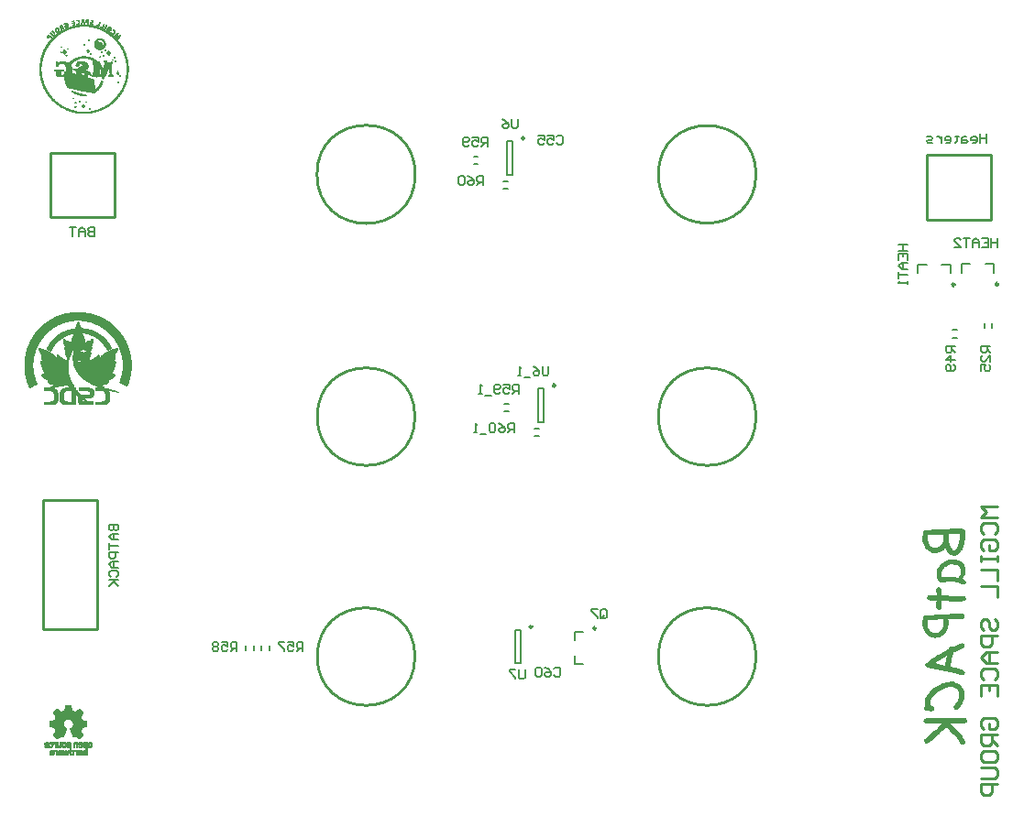
<source format=gbr>
%TF.GenerationSoftware,Altium Limited,Altium Designer,18.1.7 (191)*%
G04 Layer_Color=32896*
%FSLAX43Y43*%
%MOMM*%
%TF.FileFunction,Legend,Bot*%
%TF.Part,Single*%
G01*
G75*
%TA.AperFunction,NonConductor*%
%ADD10C,0.254*%
%ADD28C,0.250*%
%ADD29C,0.025*%
%ADD30C,0.200*%
%ADD31C,0.150*%
G36*
X87607Y35808D02*
X87646Y35801D01*
X87705Y35769D01*
X87731Y35749D01*
X87750Y35736D01*
X87763Y35730D01*
X87769Y35723D01*
X87802Y35684D01*
X87828Y35652D01*
X87841Y35620D01*
X87854Y35587D01*
X87860Y35561D01*
X87867Y35542D01*
Y35367D01*
X87860Y35218D01*
X87847Y35075D01*
X87834Y34939D01*
X87815Y34816D01*
X87802Y34700D01*
X87782Y34596D01*
X87756Y34499D01*
X87737Y34414D01*
X87718Y34337D01*
X87705Y34272D01*
X87685Y34214D01*
X87672Y34175D01*
X87659Y34142D01*
X87653Y34123D01*
Y34116D01*
X87614Y34026D01*
X87569Y33941D01*
X87517Y33857D01*
X87471Y33792D01*
X87426Y33734D01*
X87394Y33689D01*
X87368Y33663D01*
X87361Y33650D01*
X87309Y33592D01*
X87258Y33540D01*
X87206Y33501D01*
X87154Y33462D01*
X87057Y33404D01*
X86972Y33365D01*
X86895Y33345D01*
X86843Y33332D01*
X86804Y33326D01*
X86791D01*
X86707Y33332D01*
X86629Y33352D01*
X86558Y33384D01*
X86499Y33417D01*
X86448Y33455D01*
X86409Y33481D01*
X86383Y33507D01*
X86376Y33514D01*
X86305Y33592D01*
X86240Y33676D01*
X86175Y33766D01*
X86124Y33851D01*
X86078Y33935D01*
X86046Y34000D01*
X86033Y34026D01*
X86026Y34045D01*
X86020Y34052D01*
Y34058D01*
X85949Y33974D01*
X85871Y33896D01*
X85793Y33831D01*
X85709Y33773D01*
X85631Y33728D01*
X85547Y33689D01*
X85463Y33650D01*
X85385Y33624D01*
X85314Y33604D01*
X85249Y33592D01*
X85184Y33579D01*
X85132Y33572D01*
X85087Y33566D01*
X85055D01*
X85035D01*
X85029D01*
X84938Y33572D01*
X84847Y33585D01*
X84763Y33611D01*
X84685Y33637D01*
X84543Y33708D01*
X84426Y33792D01*
X84322Y33883D01*
X84283Y33922D01*
X84251Y33954D01*
X84225Y33980D01*
X84206Y34006D01*
X84199Y34019D01*
X84193Y34026D01*
X84141Y34103D01*
X84096Y34175D01*
X84018Y34324D01*
X83966Y34466D01*
X83934Y34589D01*
X83908Y34700D01*
X83901Y34745D01*
Y34784D01*
X83895Y34810D01*
Y34855D01*
X83901Y35011D01*
X83908Y35153D01*
X83927Y35283D01*
X83947Y35393D01*
X83966Y35484D01*
X83979Y35555D01*
X83985Y35581D01*
X83992Y35600D01*
X83998Y35607D01*
Y35613D01*
X84018Y35633D01*
X84037Y35652D01*
X84096Y35678D01*
X84121Y35684D01*
X84141D01*
X84154Y35691D01*
X84160D01*
X84316Y35704D01*
X84452Y35710D01*
X84569Y35717D01*
X84666D01*
X84737Y35723D01*
X84789D01*
X84821D01*
X84834D01*
X84899D01*
X84970D01*
X85126Y35730D01*
X85294Y35736D01*
X85463Y35749D01*
X85540Y35756D01*
X85612D01*
X85677Y35762D01*
X85735Y35769D01*
X85787D01*
X85819Y35775D01*
X85845D01*
X85851D01*
X85968Y35782D01*
X86078Y35788D01*
X86182Y35795D01*
X86279D01*
X86370Y35801D01*
X86454Y35808D01*
X86525D01*
X86590D01*
X86655D01*
X86707Y35814D01*
X86746D01*
X86785D01*
X86810D01*
X86830D01*
X86843D01*
X86849D01*
X87569D01*
X87607Y35808D01*
D02*
G37*
G36*
X86849Y32989D02*
X86947Y32976D01*
X87037Y32963D01*
X87121Y32944D01*
X87199Y32924D01*
X87271Y32905D01*
X87329Y32879D01*
X87387Y32853D01*
X87433Y32833D01*
X87471Y32814D01*
X87504Y32795D01*
X87530Y32775D01*
X87549Y32769D01*
X87556Y32756D01*
X87562D01*
X87620Y32704D01*
X87666Y32646D01*
X87711Y32581D01*
X87744Y32516D01*
X87802Y32380D01*
X87841Y32237D01*
X87860Y32114D01*
X87867Y32062D01*
X87873Y32011D01*
X87880Y31972D01*
Y31920D01*
X87867Y31823D01*
X87847Y31725D01*
X87834Y31687D01*
X87828Y31654D01*
X87815Y31628D01*
Y31622D01*
X87756Y31479D01*
X87724Y31408D01*
X87692Y31343D01*
X87666Y31291D01*
X87640Y31246D01*
X87627Y31220D01*
X87620Y31207D01*
X87685Y31162D01*
X87744Y31103D01*
X87769Y31084D01*
X87782Y31065D01*
X87795Y31052D01*
X87802Y31045D01*
X87841Y31000D01*
X87867Y30967D01*
X87886Y30935D01*
X87899Y30915D01*
X87912Y30883D01*
Y30877D01*
X87899Y30812D01*
X87880Y30760D01*
X87860Y30728D01*
X87847Y30715D01*
X87821Y30689D01*
X87795Y30676D01*
X87744Y30650D01*
X87705Y30643D01*
X87698D01*
X87692D01*
X87646Y30663D01*
X87588Y30689D01*
X87549Y30702D01*
X87523Y30715D01*
X87517D01*
X87407Y30760D01*
X87316Y30792D01*
X87238Y30818D01*
X87180Y30838D01*
X87141Y30857D01*
X87109Y30864D01*
X87096Y30870D01*
X87089D01*
X87018Y30883D01*
X86934Y30896D01*
X86856Y30903D01*
X86778Y30909D01*
X86707D01*
X86655D01*
X86616D01*
X86610D01*
X86603D01*
X86486D01*
X86376D01*
X86286Y30903D01*
X86208D01*
X86143D01*
X86098Y30896D01*
X86065D01*
X86059D01*
X85981Y30890D01*
X85923Y30883D01*
X85871Y30877D01*
X85826Y30870D01*
X85793Y30864D01*
X85774D01*
X85761Y30857D01*
X85754D01*
X85715Y30831D01*
X85677Y30818D01*
X85651Y30812D01*
X85638D01*
X85599Y30818D01*
X85566Y30825D01*
X85502Y30864D01*
X85450Y30915D01*
X85398Y30974D01*
X85359Y31039D01*
X85333Y31090D01*
X85314Y31129D01*
X85307Y31136D01*
Y31142D01*
X85268Y31239D01*
X85242Y31330D01*
X85216Y31408D01*
X85204Y31479D01*
X85197Y31538D01*
X85191Y31583D01*
Y31622D01*
X85197Y31725D01*
X85210Y31823D01*
X85229Y31920D01*
X85255Y32011D01*
X85327Y32179D01*
X85366Y32250D01*
X85404Y32322D01*
X85443Y32380D01*
X85482Y32432D01*
X85521Y32484D01*
X85553Y32522D01*
X85579Y32555D01*
X85599Y32574D01*
X85612Y32587D01*
X85618Y32594D01*
X85696Y32665D01*
X85780Y32730D01*
X85871Y32782D01*
X85955Y32827D01*
X86039Y32866D01*
X86124Y32905D01*
X86279Y32950D01*
X86357Y32969D01*
X86422Y32982D01*
X86480Y32989D01*
X86532Y32995D01*
X86571Y33002D01*
X86603D01*
X86623D01*
X86629D01*
X86746D01*
X86849Y32989D01*
D02*
G37*
G36*
X85482Y30391D02*
X85540Y30365D01*
X85579Y30332D01*
X85612Y30287D01*
X85631Y30248D01*
X85644Y30216D01*
X85651Y30190D01*
Y30183D01*
X85664Y30054D01*
X85670Y29944D01*
X85677Y29846D01*
X85683Y29769D01*
Y29710D01*
X85690Y29665D01*
Y29633D01*
X87128Y29587D01*
X87167D01*
X87212D01*
X87303Y29594D01*
X87342D01*
X87374Y29600D01*
X87400D01*
X87407D01*
X87471D01*
X87530Y29607D01*
X87575D01*
X87614D01*
X87646D01*
X87666D01*
X87679D01*
X87685D01*
X87718Y29600D01*
X87750Y29594D01*
X87795Y29568D01*
X87828Y29548D01*
X87841Y29535D01*
X87880Y29477D01*
X87899Y29419D01*
X87906Y29373D01*
Y29360D01*
X87899Y29315D01*
X87880Y29270D01*
X87854Y29237D01*
X87821Y29205D01*
X87737Y29160D01*
X87633Y29134D01*
X87536Y29114D01*
X87452Y29101D01*
X87420D01*
X87394D01*
X87374D01*
X87368D01*
X87245D01*
X87134Y29108D01*
X85683Y29147D01*
X85670Y29056D01*
X85664Y28978D01*
X85657Y28920D01*
Y28881D01*
X85651Y28848D01*
Y28738D01*
X85657Y28712D01*
Y28576D01*
X85644Y28505D01*
X85625Y28447D01*
X85605Y28414D01*
X85592Y28401D01*
X85566Y28375D01*
X85534Y28363D01*
X85476Y28337D01*
X85450D01*
X85430Y28330D01*
X85417D01*
X85411D01*
X85353Y28337D01*
X85301Y28356D01*
X85262Y28382D01*
X85229Y28408D01*
X85210Y28434D01*
X85197Y28460D01*
X85184Y28479D01*
Y28486D01*
X85178Y28525D01*
X85171Y28570D01*
X85158Y28680D01*
Y28842D01*
X85165Y28887D01*
X85171Y28946D01*
X85178Y29010D01*
X85184Y29069D01*
X85191Y29121D01*
X85197Y29153D01*
Y29166D01*
X85048D01*
X84905Y29160D01*
X84815D01*
X84743D01*
X84718Y29166D01*
X84698D01*
X84692D01*
X84685D01*
X84620Y29172D01*
X84562Y29185D01*
X84517Y29205D01*
X84478Y29224D01*
X84413Y29263D01*
X84368Y29309D01*
X84342Y29354D01*
X84329Y29393D01*
X84322Y29412D01*
Y29464D01*
X84335Y29496D01*
X84355Y29548D01*
X84381Y29587D01*
X84387Y29594D01*
X84394Y29600D01*
X84420Y29626D01*
X84445Y29639D01*
X84504Y29665D01*
X84543Y29671D01*
X84556D01*
X84562D01*
X84601D01*
X84653D01*
X84750Y29665D01*
X84795D01*
X84834Y29658D01*
X84860D01*
X84867D01*
X84938Y29652D01*
X85003D01*
X85061Y29645D01*
X85106D01*
X85145D01*
X85171D01*
X85191D01*
X85197D01*
X85158Y30164D01*
Y30203D01*
X85171Y30235D01*
X85191Y30287D01*
X85216Y30319D01*
X85223Y30332D01*
X85229D01*
X85288Y30371D01*
X85346Y30391D01*
X85372D01*
X85391Y30397D01*
X85404D01*
X85411D01*
X85482Y30391D01*
D02*
G37*
G36*
X87646Y27935D02*
X87698Y27909D01*
X87731Y27890D01*
X87744Y27883D01*
X87782Y27831D01*
X87802Y27779D01*
X87808Y27734D01*
Y27721D01*
X87795Y27656D01*
X87776Y27604D01*
X87756Y27572D01*
X87744Y27559D01*
X87692Y27520D01*
X87640Y27501D01*
X87594Y27494D01*
X87588D01*
X87582D01*
X87413D01*
X87258D01*
X87115D01*
X86985Y27488D01*
X86869D01*
X86765D01*
X86668D01*
X86584Y27481D01*
X86512D01*
X86454D01*
X86402D01*
X86357Y27475D01*
X86325D01*
X86305D01*
X86292D01*
X86286D01*
X86292Y27397D01*
X86299Y27332D01*
X86305Y27280D01*
Y27242D01*
X86312Y27209D01*
Y27177D01*
X86305Y27073D01*
X86299Y26969D01*
X86260Y26782D01*
X86208Y26613D01*
X86182Y26535D01*
X86150Y26471D01*
X86117Y26406D01*
X86091Y26354D01*
X86065Y26302D01*
X86039Y26263D01*
X86020Y26231D01*
X86001Y26211D01*
X85994Y26198D01*
X85988Y26192D01*
X85916Y26108D01*
X85845Y26036D01*
X85767Y25978D01*
X85683Y25920D01*
X85605Y25874D01*
X85528Y25842D01*
X85450Y25810D01*
X85372Y25784D01*
X85301Y25764D01*
X85236Y25751D01*
X85171Y25738D01*
X85126Y25732D01*
X85080Y25725D01*
X85048D01*
X85029D01*
X85022D01*
X84931Y25732D01*
X84847Y25745D01*
X84769Y25764D01*
X84692Y25790D01*
X84556Y25861D01*
X84432Y25939D01*
X84335Y26023D01*
X84296Y26056D01*
X84264Y26088D01*
X84238Y26121D01*
X84219Y26140D01*
X84212Y26153D01*
X84206Y26159D01*
X84154Y26231D01*
X84102Y26309D01*
X84024Y26458D01*
X83972Y26600D01*
X83934Y26730D01*
X83908Y26840D01*
X83901Y26885D01*
Y26924D01*
X83895Y26956D01*
Y27144D01*
X83901Y27209D01*
Y27300D01*
X83908Y27332D01*
Y27358D01*
X83921Y27455D01*
X83927Y27488D01*
X83934Y27520D01*
X83940Y27546D01*
Y27566D01*
X83947Y27572D01*
Y27643D01*
X83966Y27695D01*
X83992Y27734D01*
X84031Y27766D01*
X84070Y27792D01*
X84102Y27805D01*
X84128Y27818D01*
X84134D01*
X84180Y27825D01*
X84238Y27831D01*
X84348Y27838D01*
X84400Y27844D01*
X84445D01*
X84471D01*
X84484D01*
X84828D01*
X84886D01*
X84957Y27851D01*
X85113Y27857D01*
X85281Y27864D01*
X85450Y27877D01*
X85528Y27883D01*
X85599D01*
X85664Y27890D01*
X85722Y27896D01*
X85774D01*
X85806Y27902D01*
X85832D01*
X85839D01*
X85962Y27909D01*
X86072Y27915D01*
X86175Y27922D01*
X86279D01*
X86370Y27928D01*
X86448Y27935D01*
X86525D01*
X86597D01*
X86655D01*
X86707Y27941D01*
X86752D01*
X86791D01*
X86817D01*
X86836D01*
X86849D01*
X86856D01*
X87582D01*
X87646Y27935D01*
D02*
G37*
G36*
X87601Y25246D02*
X87640Y25239D01*
X87692Y25213D01*
X87731Y25194D01*
X87737Y25181D01*
X87744D01*
X87782Y25123D01*
X87802Y25064D01*
X87808Y25019D01*
Y25006D01*
X87802Y24961D01*
X87789Y24915D01*
X87737Y24851D01*
X87718Y24825D01*
X87692Y24805D01*
X87679Y24799D01*
X87672Y24792D01*
X87562Y24734D01*
X87452Y24689D01*
X87355Y24637D01*
X87264Y24598D01*
X87180Y24559D01*
X87102Y24520D01*
X87037Y24494D01*
X86972Y24462D01*
X86914Y24442D01*
X86869Y24416D01*
X86823Y24404D01*
X86791Y24391D01*
X86765Y24378D01*
X86746Y24371D01*
X86739Y24365D01*
X86733D01*
X86597Y23717D01*
X86564Y23574D01*
X86545Y23445D01*
X86525Y23334D01*
X86506Y23244D01*
X86493Y23166D01*
X86486Y23114D01*
X86480Y23082D01*
Y23069D01*
X86577Y23049D01*
X86668Y23036D01*
X86759Y23017D01*
X86830Y23004D01*
X86901Y22991D01*
X86966Y22972D01*
X87024Y22965D01*
X87070Y22952D01*
X87154Y22933D01*
X87206Y22920D01*
X87238Y22907D01*
X87251D01*
X87348Y22874D01*
X87439Y22842D01*
X87517Y22810D01*
X87582Y22771D01*
X87633Y22738D01*
X87679Y22706D01*
X87718Y22673D01*
X87750Y22648D01*
X87776Y22615D01*
X87789Y22589D01*
X87815Y22550D01*
X87821Y22524D01*
Y22511D01*
X87815Y22479D01*
X87808Y22440D01*
X87782Y22388D01*
X87763Y22350D01*
X87750Y22343D01*
Y22337D01*
X87724Y22311D01*
X87698Y22291D01*
X87640Y22265D01*
X87614D01*
X87594Y22259D01*
X87582D01*
X87575D01*
X87543D01*
X87504Y22272D01*
X87420Y22291D01*
X87381Y22304D01*
X87348Y22317D01*
X87322Y22324D01*
X87316Y22330D01*
X86927Y22473D01*
X85223Y22842D01*
X84400Y22991D01*
X84309Y23023D01*
X84245Y23062D01*
X84193Y23108D01*
X84160Y23153D01*
X84141Y23192D01*
X84134Y23224D01*
X84128Y23250D01*
Y23257D01*
X84141Y23289D01*
X84167Y23328D01*
X84212Y23373D01*
X84270Y23432D01*
X84342Y23490D01*
X84426Y23548D01*
X84594Y23671D01*
X84763Y23788D01*
X84847Y23840D01*
X84912Y23892D01*
X84977Y23931D01*
X85022Y23956D01*
X85048Y23976D01*
X85061Y23982D01*
X85307Y24138D01*
X85534Y24274D01*
X85644Y24332D01*
X85741Y24391D01*
X85832Y24449D01*
X85916Y24494D01*
X85994Y24540D01*
X86065Y24578D01*
X86124Y24611D01*
X86175Y24637D01*
X86214Y24663D01*
X86240Y24676D01*
X86260Y24682D01*
X86266Y24689D01*
X86292Y24766D01*
X86331Y24825D01*
X86370Y24870D01*
X86415Y24896D01*
X86454Y24915D01*
X86486Y24922D01*
X86512Y24928D01*
X86519D01*
X86577Y24922D01*
X86623Y24902D01*
X86655Y24889D01*
X86668Y24883D01*
X86804Y24948D01*
X86927Y25006D01*
X87037Y25051D01*
X87134Y25097D01*
X87219Y25129D01*
X87290Y25162D01*
X87355Y25188D01*
X87407Y25207D01*
X87452Y25220D01*
X87484Y25233D01*
X87510Y25239D01*
X87530Y25246D01*
X87556Y25252D01*
X87562D01*
X87601Y25246D01*
D02*
G37*
G36*
X86629Y21676D02*
X86720Y21669D01*
X86888Y21630D01*
X87037Y21578D01*
X87167Y21514D01*
X87225Y21481D01*
X87271Y21449D01*
X87316Y21423D01*
X87355Y21397D01*
X87381Y21378D01*
X87400Y21358D01*
X87413Y21352D01*
X87420Y21345D01*
X87491Y21280D01*
X87549Y21209D01*
X87601Y21138D01*
X87646Y21067D01*
X87679Y20989D01*
X87711Y20918D01*
X87756Y20788D01*
X87789Y20665D01*
X87795Y20619D01*
X87802Y20574D01*
X87808Y20542D01*
Y20490D01*
X87802Y20367D01*
X87782Y20244D01*
X87756Y20121D01*
X87718Y20004D01*
X87672Y19894D01*
X87627Y19784D01*
X87575Y19680D01*
X87517Y19589D01*
X87465Y19499D01*
X87413Y19421D01*
X87368Y19349D01*
X87322Y19291D01*
X87283Y19246D01*
X87258Y19207D01*
X87238Y19188D01*
X87232Y19181D01*
X87199Y19149D01*
X87167Y19123D01*
X87134Y19110D01*
X87102Y19097D01*
X87076Y19090D01*
X87057Y19084D01*
X87044D01*
X87037D01*
X87005D01*
X86966Y19097D01*
X86914Y19116D01*
X86875Y19142D01*
X86869Y19149D01*
X86862Y19155D01*
X86836Y19181D01*
X86810Y19213D01*
X86791Y19272D01*
X86785Y19298D01*
X86778Y19317D01*
Y19337D01*
X86785Y19369D01*
X86791Y19401D01*
X86830Y19466D01*
X86849Y19499D01*
X86862Y19524D01*
X86875Y19537D01*
X86882Y19544D01*
X86960Y19648D01*
X87018Y19738D01*
X87070Y19810D01*
X87109Y19874D01*
X87141Y19920D01*
X87160Y19952D01*
X87167Y19972D01*
X87173Y19978D01*
X87219Y20075D01*
X87251Y20166D01*
X87271Y20257D01*
X87283Y20328D01*
X87296Y20399D01*
X87303Y20445D01*
Y20490D01*
X87290Y20594D01*
X87264Y20691D01*
X87232Y20775D01*
X87186Y20846D01*
X87141Y20905D01*
X87109Y20950D01*
X87083Y20982D01*
X87070Y20989D01*
X86979Y21054D01*
X86888Y21105D01*
X86798Y21138D01*
X86713Y21164D01*
X86636Y21177D01*
X86577Y21183D01*
X86538Y21190D01*
X86532D01*
X86525D01*
X86402Y21183D01*
X86279Y21164D01*
X86156Y21138D01*
X86033Y21099D01*
X85916Y21054D01*
X85806Y21002D01*
X85696Y20950D01*
X85592Y20898D01*
X85495Y20846D01*
X85411Y20788D01*
X85333Y20743D01*
X85268Y20697D01*
X85216Y20658D01*
X85178Y20632D01*
X85152Y20613D01*
X85145Y20607D01*
X85048Y20529D01*
X84964Y20445D01*
X84893Y20373D01*
X84828Y20302D01*
X84776Y20231D01*
X84731Y20166D01*
X84698Y20108D01*
X84666Y20049D01*
X84627Y19952D01*
X84620Y19913D01*
X84607Y19881D01*
Y19848D01*
X84601Y19829D01*
Y19745D01*
X84607Y19693D01*
X84614Y19648D01*
Y19615D01*
X84620Y19589D01*
X84627Y19576D01*
X84633Y19563D01*
X84653Y19544D01*
X84679Y19518D01*
X84737Y19479D01*
X84769Y19460D01*
X84795Y19447D01*
X84815Y19434D01*
X84821D01*
X84880Y19401D01*
X84925Y19362D01*
X84957Y19324D01*
X84977Y19285D01*
X84990Y19252D01*
X85003Y19226D01*
Y19200D01*
X84996Y19155D01*
X84990Y19116D01*
X84957Y19058D01*
X84925Y19026D01*
X84918Y19013D01*
X84912D01*
X84854Y18980D01*
X84789Y18961D01*
X84769Y18954D01*
X84750D01*
X84737D01*
X84731D01*
X84627D01*
X84536Y18961D01*
X84452Y18967D01*
X84381Y18974D01*
X84322Y18987D01*
X84277Y18993D01*
X84251Y19000D01*
X84245D01*
X84167Y19019D01*
X84115Y19045D01*
X84076Y19084D01*
X84044Y19116D01*
X84031Y19149D01*
X84024Y19181D01*
X84018Y19200D01*
Y19207D01*
X84024Y19259D01*
X84037Y19304D01*
X84057Y19343D01*
X84083Y19375D01*
X84108Y19401D01*
X84128Y19421D01*
X84141Y19427D01*
X84147Y19434D01*
X84128Y19492D01*
X84115Y19544D01*
X84108Y19583D01*
Y19602D01*
X84102Y19673D01*
X84096Y19745D01*
Y19816D01*
X84102Y19926D01*
X84128Y20036D01*
X84160Y20140D01*
X84212Y20250D01*
X84264Y20347D01*
X84329Y20445D01*
X84394Y20535D01*
X84458Y20626D01*
X84530Y20704D01*
X84594Y20775D01*
X84659Y20833D01*
X84711Y20885D01*
X84763Y20931D01*
X84795Y20963D01*
X84821Y20982D01*
X84828Y20989D01*
X84990Y21112D01*
X85152Y21216D01*
X85307Y21313D01*
X85463Y21391D01*
X85605Y21455D01*
X85748Y21514D01*
X85884Y21559D01*
X86007Y21598D01*
X86117Y21624D01*
X86221Y21643D01*
X86312Y21663D01*
X86389Y21669D01*
X86448Y21676D01*
X86493Y21682D01*
X86519D01*
X86532D01*
X86629Y21676D01*
D02*
G37*
G36*
X87763Y18339D02*
X87834Y18319D01*
X87860Y18306D01*
X87880Y18300D01*
X87893Y18287D01*
X87899D01*
X87938Y18254D01*
X87970Y18216D01*
X87990Y18177D01*
X88009Y18144D01*
X88016Y18112D01*
X88022Y18086D01*
Y18060D01*
X88009Y17989D01*
X87983Y17937D01*
X87944Y17898D01*
X87899Y17872D01*
X87854Y17859D01*
X87815Y17846D01*
X87789D01*
X87776D01*
X86499D01*
X86461D01*
X87199Y17114D01*
X87316Y16991D01*
X87413Y16874D01*
X87504Y16764D01*
X87575Y16660D01*
X87640Y16563D01*
X87692Y16479D01*
X87737Y16401D01*
X87769Y16330D01*
X87802Y16265D01*
X87821Y16213D01*
X87834Y16162D01*
X87841Y16129D01*
X87847Y16097D01*
X87854Y16077D01*
Y16058D01*
X87847Y16019D01*
X87841Y15987D01*
X87802Y15928D01*
X87769Y15896D01*
X87763Y15883D01*
X87756D01*
X87705Y15851D01*
X87653Y15838D01*
X87614Y15831D01*
X87607D01*
X87601D01*
X87543Y15838D01*
X87491Y15863D01*
X87445Y15889D01*
X87413Y15928D01*
X87394Y15961D01*
X87374Y15993D01*
X87361Y16019D01*
Y16025D01*
X87316Y16142D01*
X87290Y16194D01*
X87258Y16239D01*
X87238Y16278D01*
X87219Y16304D01*
X87206Y16324D01*
X87199Y16330D01*
X86985Y16589D01*
X86882Y16706D01*
X86778Y16810D01*
X86687Y16907D01*
X86603Y16997D01*
X86519Y17082D01*
X86448Y17159D01*
X86383Y17224D01*
X86325Y17283D01*
X86273Y17341D01*
X86227Y17386D01*
X86188Y17425D01*
X86156Y17451D01*
X86130Y17477D01*
X86111Y17496D01*
X86104Y17503D01*
X86098Y17509D01*
X85923Y17334D01*
X85754Y17172D01*
X85599Y17017D01*
X85456Y16881D01*
X85391Y16822D01*
X85333Y16771D01*
X85281Y16725D01*
X85242Y16686D01*
X85204Y16654D01*
X85178Y16628D01*
X85165Y16615D01*
X85158Y16609D01*
X85035Y16498D01*
X84918Y16401D01*
X84821Y16317D01*
X84731Y16239D01*
X84646Y16181D01*
X84575Y16129D01*
X84517Y16084D01*
X84465Y16051D01*
X84420Y16025D01*
X84387Y16006D01*
X84355Y15993D01*
X84335Y15980D01*
X84303Y15974D01*
X84296D01*
X84258D01*
X84219Y15987D01*
X84167Y16013D01*
X84128Y16038D01*
X84115Y16045D01*
Y16051D01*
X84089Y16084D01*
X84070Y16110D01*
X84044Y16168D01*
X84037Y16207D01*
Y16226D01*
X84044Y16265D01*
X84050Y16298D01*
X84083Y16356D01*
X84121Y16395D01*
X84128Y16401D01*
X84134Y16408D01*
X84951Y17108D01*
X85119Y17257D01*
X85275Y17399D01*
X85404Y17522D01*
X85521Y17632D01*
X85612Y17723D01*
X85677Y17788D01*
X85702Y17814D01*
X85722Y17833D01*
X85728Y17840D01*
X85735Y17846D01*
X85631D01*
X85515D01*
X85391Y17840D01*
X85268D01*
X85165Y17833D01*
X85119D01*
X85074D01*
X85042Y17827D01*
X85016D01*
X85003D01*
X84996D01*
X84821Y17820D01*
X84666Y17814D01*
X84536Y17807D01*
X84432Y17801D01*
X84355D01*
X84296D01*
X84264D01*
X84251D01*
X84212D01*
X84180Y17814D01*
X84121Y17833D01*
X84089Y17859D01*
X84076Y17866D01*
Y17872D01*
X84050Y17898D01*
X84031Y17930D01*
X84005Y17989D01*
Y18008D01*
X83998Y18028D01*
Y18086D01*
X84011Y18118D01*
X84037Y18170D01*
X84063Y18209D01*
X84070Y18216D01*
X84076Y18222D01*
X84134Y18261D01*
X84193Y18280D01*
X84212D01*
X84232Y18287D01*
X84245D01*
X84251D01*
X84368D01*
X84491D01*
X84620D01*
X84763Y18293D01*
X85048Y18300D01*
X85191D01*
X85327D01*
X85456Y18306D01*
X85579D01*
X85683Y18313D01*
X85780D01*
X85858Y18319D01*
X85916D01*
X85955D01*
X85962D01*
X85968D01*
X86175Y18326D01*
X86370Y18332D01*
X86551D01*
X86720Y18339D01*
X86869D01*
X87011Y18345D01*
X87141D01*
X87251D01*
X87355Y18352D01*
X87445D01*
X87517D01*
X87575D01*
X87627D01*
X87659D01*
X87679D01*
X87685D01*
X87763Y18339D01*
D02*
G37*
%LPC*%
G36*
X85800Y35283D02*
X84847Y35231D01*
X84413Y35224D01*
X84407Y35179D01*
X84400Y35121D01*
X84394Y34998D01*
Y34855D01*
X84400Y34751D01*
X84426Y34648D01*
X84458Y34557D01*
X84491Y34473D01*
X84530Y34408D01*
X84562Y34356D01*
X84588Y34324D01*
X84594Y34311D01*
X84672Y34227D01*
X84750Y34162D01*
X84821Y34116D01*
X84886Y34084D01*
X84944Y34065D01*
X84990Y34058D01*
X85016Y34052D01*
X85029D01*
X85152Y34065D01*
X85262Y34090D01*
X85366Y34129D01*
X85443Y34175D01*
X85508Y34227D01*
X85560Y34265D01*
X85586Y34291D01*
X85599Y34304D01*
X85664Y34401D01*
X85722Y34499D01*
X85761Y34602D01*
X85787Y34700D01*
X85806Y34784D01*
X85819Y34849D01*
Y34874D01*
X85826Y34894D01*
Y34985D01*
X85819Y35043D01*
X85813Y35108D01*
X85806Y35173D01*
Y35231D01*
X85800Y35270D01*
Y35283D01*
D02*
G37*
G36*
X87361Y35328D02*
X86862D01*
X86772D01*
X86674D01*
X86584Y35322D01*
X86499D01*
X86422D01*
X86363Y35315D01*
X86325D01*
X86318D01*
X86312D01*
X86325Y35211D01*
Y35160D01*
X86331Y35121D01*
Y34939D01*
X86325Y34894D01*
Y34842D01*
X86370Y34583D01*
X86415Y34421D01*
X86441Y34343D01*
X86467Y34272D01*
X86493Y34214D01*
X86512Y34168D01*
X86525Y34142D01*
X86532Y34129D01*
X86558Y34071D01*
X86584Y34026D01*
X86610Y33980D01*
X86629Y33948D01*
X86674Y33890D01*
X86713Y33851D01*
X86746Y33831D01*
X86772Y33818D01*
X86785Y33812D01*
X86791D01*
X86817Y33818D01*
X86849Y33838D01*
X86882Y33857D01*
X86908Y33883D01*
X86934Y33915D01*
X86960Y33935D01*
X86972Y33954D01*
X86979Y33961D01*
X87031Y34019D01*
X87070Y34077D01*
X87109Y34136D01*
X87134Y34188D01*
X87160Y34227D01*
X87173Y34265D01*
X87180Y34285D01*
X87186Y34291D01*
X87238Y34453D01*
X87277Y34622D01*
X87309Y34797D01*
X87329Y34959D01*
X87342Y35036D01*
X87348Y35108D01*
X87355Y35166D01*
Y35224D01*
X87361Y35270D01*
Y35328D01*
D02*
G37*
G36*
X86720Y32516D02*
X86694D01*
X86674D01*
X86661D01*
X86655D01*
X86506Y32503D01*
X86370Y32471D01*
X86247Y32432D01*
X86143Y32380D01*
X86052Y32328D01*
X85988Y32289D01*
X85968Y32270D01*
X85949Y32257D01*
X85942Y32244D01*
X85936D01*
X85884Y32192D01*
X85832Y32140D01*
X85754Y32023D01*
X85702Y31920D01*
X85664Y31816D01*
X85638Y31725D01*
X85631Y31654D01*
X85625Y31628D01*
Y31589D01*
X85631Y31557D01*
X85638Y31525D01*
X85644Y31499D01*
X85651Y31486D01*
X85670Y31434D01*
X85690Y31382D01*
X85709Y31343D01*
X85715Y31337D01*
Y31330D01*
X85819Y31350D01*
X85864Y31356D01*
X85903D01*
X85936Y31363D01*
X85962Y31369D01*
X85975D01*
X85981D01*
X86065Y31376D01*
X86143Y31382D01*
X86169D01*
X86188D01*
X86201D01*
X86208D01*
X86273D01*
X86344Y31376D01*
X86499Y31369D01*
X86661Y31356D01*
X86817Y31343D01*
X86895Y31337D01*
X86960Y31330D01*
X87024Y31324D01*
X87076Y31317D01*
X87121Y31311D01*
X87160Y31304D01*
X87180D01*
X87186D01*
X87232Y31363D01*
X87271Y31414D01*
X87303Y31453D01*
X87329Y31492D01*
X87348Y31518D01*
X87361Y31538D01*
X87368Y31550D01*
Y31557D01*
X87394Y31622D01*
X87413Y31687D01*
X87433Y31751D01*
X87439Y31816D01*
X87445Y31868D01*
X87452Y31913D01*
Y31952D01*
X87445Y32049D01*
X87420Y32140D01*
X87387Y32211D01*
X87348Y32270D01*
X87316Y32322D01*
X87283Y32354D01*
X87258Y32373D01*
X87251Y32380D01*
X87167Y32425D01*
X87076Y32458D01*
X86972Y32484D01*
X86875Y32496D01*
X86791Y32509D01*
X86720Y32516D01*
D02*
G37*
G36*
X85819Y27449D02*
X84834Y27397D01*
X84387Y27391D01*
X84381Y27345D01*
X84374Y27300D01*
X84368Y27261D01*
Y27248D01*
X84361Y27183D01*
Y27060D01*
X84368Y26944D01*
X84387Y26833D01*
X84420Y26736D01*
X84452Y26645D01*
X84491Y26574D01*
X84517Y26516D01*
X84543Y26483D01*
X84549Y26471D01*
X84588Y26419D01*
X84627Y26373D01*
X84705Y26296D01*
X84782Y26244D01*
X84860Y26211D01*
X84925Y26185D01*
X84977Y26179D01*
X85009Y26172D01*
X85016D01*
X85022D01*
X85093Y26179D01*
X85158Y26185D01*
X85281Y26218D01*
X85385Y26270D01*
X85476Y26328D01*
X85547Y26386D01*
X85599Y26432D01*
X85625Y26471D01*
X85638Y26477D01*
Y26483D01*
X85709Y26594D01*
X85754Y26710D01*
X85793Y26827D01*
X85819Y26937D01*
X85832Y27034D01*
X85839Y27080D01*
Y27112D01*
X85845Y27144D01*
Y27183D01*
X85819Y27449D01*
D02*
G37*
G36*
X86156Y24080D02*
X85029Y23380D01*
X85968Y23179D01*
X85988Y23289D01*
X86007Y23393D01*
X86026Y23483D01*
X86046Y23574D01*
X86059Y23652D01*
X86078Y23730D01*
X86091Y23794D01*
X86104Y23853D01*
X86117Y23905D01*
X86124Y23956D01*
X86137Y23989D01*
X86143Y24021D01*
X86150Y24047D01*
Y24067D01*
X86156Y24073D01*
Y24080D01*
D02*
G37*
%LPD*%
D10*
X68522Y24000D02*
G03*
X68522Y24000I-4510J0D01*
G01*
X68522Y68579D02*
G03*
X68522Y68579I-4510J0D01*
G01*
X37022Y24000D02*
G03*
X37022Y24000I-4510J0D01*
G01*
X37052Y68579D02*
G03*
X37052Y68579I-4540J0D01*
G01*
X37022Y46179D02*
G03*
X37022Y46179I-4510J0D01*
G01*
X68522D02*
G03*
X68522Y46179I-4510J0D01*
G01*
X2691Y26512D02*
Y38512D01*
Y26512D02*
X7691D01*
Y38512D01*
X2691D02*
X7691D01*
X3323Y64599D02*
X9323D01*
X3323D02*
Y70599D01*
X9323D01*
Y64599D02*
Y70599D01*
X84265Y64421D02*
Y70421D01*
X90265D01*
Y64421D02*
Y70421D01*
X84265Y64421D02*
X90265D01*
X90830Y37846D02*
X89307D01*
X89815Y37338D01*
X89307Y36830D01*
X90830D01*
X89561Y35307D02*
X89307Y35561D01*
Y36069D01*
X89561Y36322D01*
X90576D01*
X90830Y36069D01*
Y35561D01*
X90576Y35307D01*
X89561Y33783D02*
X89307Y34037D01*
Y34545D01*
X89561Y34799D01*
X90576D01*
X90830Y34545D01*
Y34037D01*
X90576Y33783D01*
X90069D01*
Y34291D01*
X89307Y33275D02*
Y32768D01*
Y33022D01*
X90830D01*
Y33275D01*
Y32768D01*
X89307Y32006D02*
X90830D01*
Y30990D01*
X89307Y30482D02*
X90830D01*
Y29467D01*
X89561Y26420D02*
X89307Y26674D01*
Y27181D01*
X89561Y27435D01*
X89815D01*
X90069Y27181D01*
Y26674D01*
X90323Y26420D01*
X90576D01*
X90830Y26674D01*
Y27181D01*
X90576Y27435D01*
X90830Y25912D02*
X89307D01*
Y25150D01*
X89561Y24896D01*
X90069D01*
X90323Y25150D01*
Y25912D01*
X90830Y24388D02*
X89815D01*
X89307Y23881D01*
X89815Y23373D01*
X90830D01*
X90069D01*
Y24388D01*
X89561Y21849D02*
X89307Y22103D01*
Y22611D01*
X89561Y22865D01*
X90576D01*
X90830Y22611D01*
Y22103D01*
X90576Y21849D01*
X89307Y20326D02*
Y21341D01*
X90830D01*
Y20326D01*
X90069Y21341D02*
Y20833D01*
X89561Y17279D02*
X89307Y17533D01*
Y18040D01*
X89561Y18294D01*
X90576D01*
X90830Y18040D01*
Y17533D01*
X90576Y17279D01*
X90069D01*
Y17786D01*
X90830Y16771D02*
X89307D01*
Y16009D01*
X89561Y15755D01*
X90069D01*
X90323Y16009D01*
Y16771D01*
Y16263D02*
X90830Y15755D01*
X89307Y14486D02*
Y14993D01*
X89561Y15247D01*
X90576D01*
X90830Y14993D01*
Y14486D01*
X90576Y14232D01*
X89561D01*
X89307Y14486D01*
Y13724D02*
X90576D01*
X90830Y13470D01*
Y12962D01*
X90576Y12708D01*
X89307D01*
X90830Y12200D02*
X89307D01*
Y11439D01*
X89561Y11185D01*
X90069D01*
X90323Y11439D01*
Y12200D01*
D28*
X90901Y58420D02*
G03*
X90901Y58420I-125J0D01*
G01*
X86888Y58388D02*
G03*
X86888Y58388I-125J0D01*
G01*
X49986Y49062D02*
G03*
X49986Y49062I-125J0D01*
G01*
X53747Y26611D02*
G03*
X53747Y26611I-125J0D01*
G01*
X47847Y26761D02*
G03*
X47847Y26761I-125J0D01*
G01*
X47135Y71929D02*
G03*
X47135Y71929I-125J0D01*
G01*
D29*
X2769Y47320D02*
X3556D01*
X4674D02*
X5613D01*
X6198D02*
X7264D01*
X7544D02*
X8306D01*
X2769Y47346D02*
X3658D01*
X4572D02*
X5613D01*
X6121D02*
X7264D01*
X7544D02*
X8407D01*
X2769Y47371D02*
X3708D01*
X4521D02*
X5613D01*
X6071D02*
X7264D01*
X7544D02*
X8458D01*
X2769Y47396D02*
X3759D01*
X4470D02*
X5613D01*
X6020D02*
X7264D01*
X7544D02*
X8509D01*
X2769Y47422D02*
X3785D01*
X4445D02*
X5613D01*
X5994D02*
X7264D01*
X7544D02*
X8560D01*
X2769Y47447D02*
X3835D01*
X4394D02*
X5613D01*
X5969D02*
X7264D01*
X7544D02*
X8585D01*
X2769Y47473D02*
X3861D01*
X4369D02*
X5613D01*
X5944D02*
X7264D01*
X7544D02*
X8611D01*
X2769Y47498D02*
X3886D01*
X4343D02*
X5613D01*
X5918D02*
X7264D01*
X7544D02*
X8636D01*
X2769Y47523D02*
X3912D01*
X4318D02*
X5613D01*
X5918D02*
X7264D01*
X7544D02*
X8661D01*
X2769Y47549D02*
X3912D01*
X4318D02*
X5613D01*
X5893D02*
X7264D01*
X7544D02*
X8661D01*
X3378Y47574D02*
X3937D01*
X4293D02*
X4851D01*
X5283D02*
X5613D01*
X5893D02*
X7264D01*
X8128D02*
X8687D01*
X3505Y47600D02*
X3962D01*
X4267D02*
X4724D01*
X5283D02*
X5613D01*
X5893D02*
X6299D01*
X8255D02*
X8712D01*
X3556Y47625D02*
X3962D01*
X4267D02*
X4674D01*
X5283D02*
X5613D01*
X5867D02*
X6248D01*
X8306D02*
X8712D01*
X3581Y47650D02*
X3988D01*
X4242D02*
X4648D01*
X5283D02*
X5613D01*
X5867D02*
X6223D01*
X8331D02*
X8738D01*
X3607Y47676D02*
X3988D01*
X4242D02*
X4623D01*
X5283D02*
X5613D01*
X5867D02*
X6223D01*
X6579D02*
X6680D01*
X8357D02*
X8738D01*
X3632Y47701D02*
X3988D01*
X4242D02*
X4597D01*
X5283D02*
X5613D01*
X5867D02*
X6223D01*
X6528D02*
X6629D01*
X8382D02*
X8763D01*
X3632Y47727D02*
X4013D01*
X4216D02*
X4597D01*
X5283D02*
X5613D01*
X5867D02*
X6198D01*
X6477D02*
X6604D01*
X8407D02*
X8763D01*
X3658Y47752D02*
X4013D01*
X4216D02*
X4572D01*
X5283D02*
X5613D01*
X5867D02*
X6198D01*
X6426D02*
X6579D01*
X8407D02*
X8763D01*
X3658Y47777D02*
X4013D01*
X4216D02*
X4572D01*
X5283D02*
X5613D01*
X5867D02*
X6198D01*
X6401D02*
X6553D01*
X8407D02*
X8763D01*
X3658Y47803D02*
X4039D01*
X4191D02*
X4572D01*
X5283D02*
X5613D01*
X5867D02*
X6198D01*
X6350D02*
X6528D01*
X8433D02*
X8788D01*
X3683Y47828D02*
X4039D01*
X4191D02*
X4547D01*
X5283D02*
X5613D01*
X5867D02*
X6223D01*
X6299D02*
X6502D01*
X8433D02*
X8788D01*
X3683Y47854D02*
X4039D01*
X4191D02*
X4547D01*
X5283D02*
X5613D01*
X5867D02*
X6223D01*
X6375D02*
X6477D01*
X8433D02*
X8788D01*
X3683Y47879D02*
X4039D01*
X4191D02*
X4547D01*
X5283D02*
X5613D01*
X5867D02*
X6248D01*
X8433D02*
X8788D01*
X3683Y47904D02*
X4039D01*
X4191D02*
X4547D01*
X5283D02*
X5613D01*
X5867D02*
X6274D01*
X8433D02*
X8788D01*
X3683Y47930D02*
X4039D01*
X4191D02*
X4547D01*
X5283D02*
X5613D01*
X5893D02*
X6375D01*
X8433D02*
X8788D01*
X3683Y47955D02*
X4039D01*
X4191D02*
X4547D01*
X5283D02*
X5613D01*
X5893D02*
X7036D01*
X8458D02*
X8814D01*
X3683Y47981D02*
X4039D01*
X4191D02*
X4547D01*
X5283D02*
X5613D01*
X5893D02*
X7112D01*
X8458D02*
X8814D01*
X3683Y48006D02*
X4064D01*
X4191D02*
X4547D01*
X5283D02*
X5613D01*
X5918D02*
X7163D01*
X8458D02*
X8814D01*
X3683Y48031D02*
X4064D01*
X4191D02*
X4547D01*
X5283D02*
X5613D01*
X5918D02*
X7214D01*
X8458D02*
X8814D01*
X3683Y48057D02*
X4064D01*
X4191D02*
X4547D01*
X5283D02*
X5613D01*
X5944D02*
X7239D01*
X8458D02*
X8814D01*
X3683Y48082D02*
X4064D01*
X4191D02*
X4547D01*
X5283D02*
X5613D01*
X5969D02*
X7264D01*
X8458D02*
X8814D01*
X3683Y48108D02*
X4064D01*
X4191D02*
X4547D01*
X5283D02*
X5613D01*
X5994D02*
X7264D01*
X8458D02*
X8814D01*
X3683Y48133D02*
X4039D01*
X4191D02*
X4547D01*
X5283D02*
X5613D01*
X5867D02*
X5893D01*
X6020D02*
X7290D01*
X8458D02*
X8814D01*
X3683Y48158D02*
X4039D01*
X4191D02*
X4547D01*
X5283D02*
X5613D01*
X5817D02*
X5918D01*
X6071D02*
X7290D01*
X8433D02*
X8814D01*
X3683Y48184D02*
X4039D01*
X4191D02*
X4547D01*
X5283D02*
X5613D01*
X5791D02*
X5969D01*
X6147D02*
X7315D01*
X8433D02*
X8788D01*
X3683Y48209D02*
X4039D01*
X4191D02*
X4547D01*
X5283D02*
X5613D01*
X5766D02*
X5994D01*
X6858D02*
X7315D01*
X8433D02*
X8788D01*
X3683Y48235D02*
X4039D01*
X4191D02*
X4547D01*
X5283D02*
X5613D01*
X5740D02*
X6045D01*
X6934D02*
X7315D01*
X8433D02*
X8788D01*
X3683Y48260D02*
X4039D01*
X4191D02*
X4547D01*
X5283D02*
X5613D01*
X5715D02*
X6071D01*
X6960D02*
X7341D01*
X8433D02*
X8788D01*
X3683Y48285D02*
X4039D01*
X4191D02*
X4547D01*
X5283D02*
X5613D01*
X5690D02*
X6045D01*
X6985D02*
X7341D01*
X8433D02*
X8788D01*
X3658Y48311D02*
X4039D01*
X4191D02*
X4547D01*
X5283D02*
X5613D01*
X5690D02*
X6020D01*
X6985D02*
X7341D01*
X8433D02*
X8788D01*
X3658Y48336D02*
X4013D01*
X4216D02*
X4572D01*
X5283D02*
X5613D01*
X5690D02*
X5994D01*
X6985D02*
X7341D01*
X8407D02*
X8788D01*
X3658Y48362D02*
X4013D01*
X4216D02*
X4572D01*
X5283D02*
X5613D01*
X5690D02*
X5969D01*
X6985D02*
X7341D01*
X8407D02*
X8763D01*
X3632Y48387D02*
X4013D01*
X4216D02*
X4572D01*
X5283D02*
X5613D01*
X5690D02*
X5944D01*
X6985D02*
X7341D01*
X8407D02*
X8763D01*
X3632Y48412D02*
X4013D01*
X4216D02*
X4572D01*
X5283D02*
X5613D01*
X5690D02*
X5918D01*
X6985D02*
X7341D01*
X8382D02*
X8763D01*
X3607Y48438D02*
X3988D01*
X4242D02*
X4597D01*
X5283D02*
X5613D01*
X5690D02*
X5918D01*
X6985D02*
X7341D01*
X8382D02*
X8763D01*
X3607Y48463D02*
X3988D01*
X4242D02*
X4623D01*
X5283D02*
X5613D01*
X5690D02*
X5893D01*
X6985D02*
X7341D01*
X8357D02*
X8738D01*
X9550D02*
X9627D01*
X3581Y48489D02*
X3988D01*
X4242D02*
X4623D01*
X5283D02*
X5613D01*
X5690D02*
X5867D01*
X6960D02*
X7341D01*
X8331D02*
X8738D01*
X9423D02*
X9550D01*
X3556Y48514D02*
X3962D01*
X4267D02*
X4648D01*
X5283D02*
X5613D01*
X5690D02*
X5842D01*
X6960D02*
X7315D01*
X8306D02*
X8712D01*
X9296D02*
X9474D01*
X3531Y48539D02*
X3962D01*
X4267D02*
X4699D01*
X5283D02*
X5613D01*
X5690D02*
X5817D01*
X6909D02*
X7315D01*
X8280D02*
X8712D01*
X9195D02*
X9398D01*
X3480Y48565D02*
X3937D01*
X4293D02*
X4750D01*
X5283D02*
X5613D01*
X5690D02*
X5791D01*
X6858D02*
X7315D01*
X8230D02*
X8687D01*
X9068D02*
X9322D01*
X2794Y48590D02*
X3937D01*
X4293D02*
X5613D01*
X5690D02*
X5791D01*
X5944D02*
X7315D01*
X7544D02*
X8687D01*
X8966D02*
X9246D01*
X2769Y48616D02*
X3912D01*
X4318D02*
X5613D01*
X5690D02*
X5766D01*
X5944D02*
X7290D01*
X7544D02*
X8661D01*
X8865D02*
X9169D01*
X2769Y48641D02*
X3886D01*
X4343D02*
X5613D01*
X5690D02*
X5740D01*
X5944D02*
X7290D01*
X7544D02*
X8636D01*
X8763D02*
X9093D01*
X2769Y48666D02*
X3861D01*
X4369D02*
X5613D01*
X5690D02*
X5715D01*
X5944D02*
X7264D01*
X7544D02*
X8611D01*
X8712D02*
X9017D01*
X2769Y48692D02*
X3835D01*
X4394D02*
X5613D01*
X5944D02*
X7264D01*
X7544D02*
X8585D01*
X8687D02*
X8941D01*
X2769Y48717D02*
X3810D01*
X4420D02*
X5613D01*
X5944D02*
X7239D01*
X7544D02*
X8560D01*
X8661D02*
X8865D01*
X2769Y48743D02*
X3785D01*
X4445D02*
X5613D01*
X5944D02*
X7214D01*
X7544D02*
X8534D01*
X8636D02*
X8788D01*
X2769Y48768D02*
X3734D01*
X4496D02*
X5613D01*
X5944D02*
X7163D01*
X7544D02*
X8484D01*
X8611D02*
X8712D01*
X2769Y48793D02*
X3683D01*
X4547D02*
X5613D01*
X5944D02*
X7137D01*
X7544D02*
X8433D01*
X8585D02*
X8636D01*
X2769Y48819D02*
X3607D01*
X4623D02*
X5613D01*
X5944D02*
X7061D01*
X7544D02*
X8357D01*
X2769Y48844D02*
X3480D01*
X4750D02*
X5613D01*
X5944D02*
X6934D01*
X7544D02*
X8230D01*
X1397Y48895D02*
X1422D01*
X3607D02*
X3632D01*
X1397Y48920D02*
X1473D01*
X3480D02*
X3734D01*
X8230D02*
X8255D01*
X1372Y48946D02*
X1524D01*
X3353D02*
X3835D01*
X5080D02*
X5512D01*
X7798D02*
X8230D01*
X1372Y48971D02*
X1575D01*
X3429D02*
X3937D01*
X5080D02*
X5512D01*
X7722D02*
X8179D01*
X1346Y48997D02*
X1626D01*
X3480D02*
X4064D01*
X5055D02*
X5486D01*
X7671D02*
X8153D01*
X1346Y49022D02*
X1676D01*
X3531D02*
X4191D01*
X5029D02*
X5486D01*
X7620D02*
X8128D01*
X1346Y49047D02*
X1727D01*
X3556D02*
X4343D01*
X5029D02*
X5461D01*
X7544D02*
X8128D01*
X1321Y49073D02*
X1778D01*
X3581D02*
X4547D01*
X5004D02*
X5436D01*
X7493D02*
X8128D01*
X10338D02*
X10414D01*
X1321Y49098D02*
X1829D01*
X3581D02*
X5436D01*
X7442D02*
X8128D01*
X10287D02*
X10414D01*
X1295Y49124D02*
X1880D01*
X3607D02*
X5410D01*
X7366D02*
X8128D01*
X10236D02*
X10439D01*
X1295Y49149D02*
X1930D01*
X3607D02*
X5385D01*
X7315D02*
X8153D01*
X10185D02*
X10439D01*
X1295Y49174D02*
X1981D01*
X3581D02*
X5385D01*
X7264D02*
X8179D01*
X10135D02*
X10439D01*
X1270Y49200D02*
X2032D01*
X3556D02*
X5359D01*
X7214D02*
X8204D01*
X10058D02*
X10465D01*
X1270Y49225D02*
X2083D01*
X3404D02*
X5359D01*
X7163D02*
X8357D01*
X10008D02*
X10465D01*
X1245Y49251D02*
X2057D01*
X3302D02*
X5334D01*
X7112D02*
X8484D01*
X9957D02*
X10490D01*
X1245Y49276D02*
X2057D01*
X3251D02*
X5334D01*
X7061D02*
X8534D01*
X9906D02*
X10490D01*
X1245Y49301D02*
X2032D01*
X3226D02*
X5309D01*
X7010D02*
X8560D01*
X9855D02*
X10490D01*
X1219Y49327D02*
X2032D01*
X3175D02*
X5309D01*
X6985D02*
X8585D01*
X9804D02*
X10516D01*
X1219Y49352D02*
X2007D01*
X3175D02*
X5283D01*
X6934D02*
X8611D01*
X9728D02*
X10516D01*
X1219Y49378D02*
X2007D01*
X3150D02*
X5283D01*
X6883D02*
X8636D01*
X9728D02*
X10516D01*
X1194Y49403D02*
X2007D01*
X3124D02*
X5258D01*
X6858D02*
X8636D01*
X9728D02*
X10541D01*
X1194Y49428D02*
X1981D01*
X3124D02*
X5258D01*
X6807D02*
X8661D01*
X9754D02*
X10541D01*
X1194Y49454D02*
X1981D01*
X3124D02*
X5232D01*
X6756D02*
X8661D01*
X9754D02*
X10541D01*
X1168Y49479D02*
X1981D01*
X3099D02*
X5232D01*
X6731D02*
X8661D01*
X9754D02*
X10566D01*
X1168Y49505D02*
X1956D01*
X3099D02*
X5207D01*
X6680D02*
X8687D01*
X9779D02*
X10566D01*
X1168Y49530D02*
X1956D01*
X3099D02*
X5207D01*
X6655D02*
X8687D01*
X9779D02*
X10566D01*
X1143Y49555D02*
X1930D01*
X3099D02*
X5182D01*
X6604D02*
X8687D01*
X9779D02*
X10566D01*
X1143Y49581D02*
X1930D01*
X3073D02*
X5182D01*
X6579D02*
X8712D01*
X9804D02*
X10592D01*
X1143Y49606D02*
X1930D01*
X3023D02*
X5156D01*
X6528D02*
X8763D01*
X9804D02*
X10592D01*
X1143Y49632D02*
X1905D01*
X2972D02*
X5156D01*
X6502D02*
X8814D01*
X9804D02*
X10592D01*
X1118Y49657D02*
X1905D01*
X2921D02*
X5156D01*
X6477D02*
X8865D01*
X9830D02*
X10617D01*
X1118Y49682D02*
X1905D01*
X2896D02*
X5131D01*
X6426D02*
X8890D01*
X9830D02*
X10617D01*
X1118Y49708D02*
X1880D01*
X2845D02*
X5131D01*
X6401D02*
X8941D01*
X9830D02*
X10617D01*
X1092Y49733D02*
X1880D01*
X2819D02*
X5105D01*
X6375D02*
X8966D01*
X9855D02*
X10617D01*
X1092Y49759D02*
X1880D01*
X2769D02*
X5105D01*
X6350D02*
X8992D01*
X9855D02*
X10643D01*
X1092Y49784D02*
X1880D01*
X2743D02*
X5105D01*
X6325D02*
X9042D01*
X9855D02*
X10643D01*
X1092Y49809D02*
X1854D01*
X2718D02*
X5080D01*
X6274D02*
X9068D01*
X9881D02*
X10643D01*
X1067Y49835D02*
X1854D01*
X2692D02*
X5080D01*
X6248D02*
X9093D01*
X9881D02*
X10643D01*
X1067Y49860D02*
X1854D01*
X2642D02*
X5080D01*
X6223D02*
X9119D01*
X9881D02*
X10668D01*
X1067Y49886D02*
X1829D01*
X2616D02*
X5055D01*
X6198D02*
X9144D01*
X9881D02*
X10668D01*
X1067Y49911D02*
X1829D01*
X2591D02*
X5055D01*
X6172D02*
X9195D01*
X9906D02*
X10668D01*
X1067Y49936D02*
X1829D01*
X2565D02*
X5055D01*
X6147D02*
X9220D01*
X9906D02*
X10668D01*
X1041Y49962D02*
X1829D01*
X2540D02*
X5029D01*
X6121D02*
X9246D01*
X9906D02*
X10668D01*
X1041Y49987D02*
X1803D01*
X2515D02*
X5029D01*
X6096D02*
X9246D01*
X9906D02*
X10693D01*
X1041Y50013D02*
X1803D01*
X2515D02*
X5029D01*
X6071D02*
X9271D01*
X9931D02*
X10693D01*
X1041Y50038D02*
X1803D01*
X2515D02*
X5029D01*
X6045D02*
X9271D01*
X9931D02*
X10693D01*
X1041Y50063D02*
X1803D01*
X2515D02*
X5004D01*
X6020D02*
X9271D01*
X9931D02*
X10693D01*
X1016Y50089D02*
X1803D01*
X2540D02*
X5004D01*
X5994D02*
X9246D01*
X9931D02*
X10693D01*
X1016Y50114D02*
X1778D01*
X2565D02*
X5004D01*
X5969D02*
X9220D01*
X9957D02*
X10719D01*
X1016Y50140D02*
X1778D01*
X2642D02*
X5004D01*
X5969D02*
X9144D01*
X9957D02*
X10719D01*
X1016Y50165D02*
X1778D01*
X2692D02*
X4978D01*
X5944D02*
X9093D01*
X9957D02*
X10719D01*
X1016Y50190D02*
X1778D01*
X2718D02*
X4978D01*
X5918D02*
X9068D01*
X9957D02*
X10719D01*
X1016Y50216D02*
X1778D01*
X2743D02*
X4978D01*
X5893D02*
X9042D01*
X9957D02*
X10719D01*
X991Y50241D02*
X1753D01*
X2743D02*
X4978D01*
X5867D02*
X9017D01*
X9957D02*
X10719D01*
X991Y50267D02*
X1753D01*
X2769D02*
X4953D01*
X5867D02*
X9017D01*
X9982D02*
X10744D01*
X991Y50292D02*
X1753D01*
X2769D02*
X4953D01*
X5842D02*
X9017D01*
X9982D02*
X10744D01*
X991Y50317D02*
X1753D01*
X2769D02*
X4953D01*
X5817D02*
X9017D01*
X9982D02*
X10744D01*
X991Y50343D02*
X1753D01*
X2769D02*
X4953D01*
X5817D02*
X9017D01*
X9982D02*
X10744D01*
X991Y50368D02*
X1753D01*
X2743D02*
X4953D01*
X5791D02*
X9017D01*
X9982D02*
X10744D01*
X991Y50394D02*
X1727D01*
X2718D02*
X4953D01*
X5766D02*
X9042D01*
X9982D02*
X10744D01*
X991Y50419D02*
X1727D01*
X2692D02*
X4953D01*
X5766D02*
X9068D01*
X10008D02*
X10744D01*
X991Y50444D02*
X1727D01*
X2692D02*
X4928D01*
X5740D02*
X9093D01*
X10008D02*
X10744D01*
X965Y50470D02*
X1727D01*
X2667D02*
X4928D01*
X5715D02*
X9119D01*
X10008D02*
X10744D01*
X965Y50495D02*
X1727D01*
X2642D02*
X4928D01*
X5715D02*
X9144D01*
X10008D02*
X10770D01*
X965Y50521D02*
X1727D01*
X2642D02*
X4928D01*
X5690D02*
X9144D01*
X10008D02*
X10770D01*
X965Y50546D02*
X1727D01*
X2616D02*
X4928D01*
X5690D02*
X9169D01*
X10008D02*
X10770D01*
X965Y50571D02*
X1727D01*
X2616D02*
X4928D01*
X5664D02*
X9169D01*
X10008D02*
X10770D01*
X965Y50597D02*
X1727D01*
X2616D02*
X4928D01*
X5664D02*
X6680D01*
X6706D02*
X9169D01*
X10008D02*
X10770D01*
X965Y50622D02*
X1727D01*
X2616D02*
X4928D01*
X5639D02*
X6680D01*
X6706D02*
X9169D01*
X10008D02*
X10770D01*
X965Y50648D02*
X1702D01*
X2616D02*
X4928D01*
X5639D02*
X6680D01*
X6706D02*
X9169D01*
X10008D02*
X10770D01*
X965Y50673D02*
X1702D01*
X2616D02*
X4928D01*
X5613D02*
X6655D01*
X6706D02*
X9144D01*
X10008D02*
X10770D01*
X965Y50698D02*
X1702D01*
X2642D02*
X4928D01*
X5613D02*
X6655D01*
X6706D02*
X9144D01*
X10033D02*
X10770D01*
X965Y50724D02*
X1702D01*
X2642D02*
X4928D01*
X5588D02*
X6655D01*
X6706D02*
X9144D01*
X10033D02*
X10770D01*
X965Y50749D02*
X1702D01*
X2642D02*
X4928D01*
X5588D02*
X6629D01*
X6731D02*
X9144D01*
X10033D02*
X10770D01*
X965Y50775D02*
X1702D01*
X2616D02*
X4928D01*
X5563D02*
X6604D01*
X6782D02*
X9169D01*
X10033D02*
X10770D01*
X965Y50800D02*
X1702D01*
X2591D02*
X4928D01*
X5563D02*
X6477D01*
X6883D02*
X9195D01*
X10033D02*
X10770D01*
X965Y50825D02*
X1702D01*
X2565D02*
X4928D01*
X5563D02*
X6579D01*
X6756D02*
X9220D01*
X10033D02*
X10770D01*
X965Y50851D02*
X1702D01*
X2540D02*
X4928D01*
X5537D02*
X6629D01*
X6731D02*
X9246D01*
X10033D02*
X10770D01*
X965Y50876D02*
X1702D01*
X2540D02*
X4928D01*
X5537D02*
X6655D01*
X6706D02*
X9246D01*
X10033D02*
X10770D01*
X965Y50902D02*
X1702D01*
X2515D02*
X4928D01*
X5537D02*
X6655D01*
X6706D02*
X9271D01*
X10033D02*
X10770D01*
X965Y50927D02*
X1702D01*
X2515D02*
X4928D01*
X5512D02*
X6655D01*
X6706D02*
X9271D01*
X10033D02*
X10770D01*
X965Y50952D02*
X1702D01*
X2489D02*
X4928D01*
X5512D02*
X6680D01*
X6706D02*
X9271D01*
X10033D02*
X10770D01*
X965Y50978D02*
X1702D01*
X2489D02*
X4928D01*
X5512D02*
X6680D01*
X6706D02*
X9296D01*
X10033D02*
X10770D01*
X965Y51003D02*
X1702D01*
X2489D02*
X4928D01*
X5486D02*
X6680D01*
X6706D02*
X9296D01*
X10033D02*
X10770D01*
X965Y51029D02*
X1702D01*
X2489D02*
X4928D01*
X5486D02*
X5994D01*
X6020D02*
X9296D01*
X10033D02*
X10770D01*
X965Y51054D02*
X1702D01*
X2464D02*
X4928D01*
X5486D02*
X5994D01*
X6020D02*
X9296D01*
X10033D02*
X10770D01*
X965Y51079D02*
X1702D01*
X2464D02*
X4928D01*
X5486D02*
X5994D01*
X6020D02*
X9296D01*
X10033D02*
X10770D01*
X965Y51105D02*
X1702D01*
X2464D02*
X4928D01*
X5461D02*
X5994D01*
X6020D02*
X9296D01*
X10033D02*
X10770D01*
X965Y51130D02*
X1702D01*
X2464D02*
X4928D01*
X5461D02*
X5969D01*
X6020D02*
X9296D01*
X10033D02*
X10770D01*
X965Y51156D02*
X1702D01*
X2438D02*
X4953D01*
X5461D02*
X5969D01*
X6020D02*
X9322D01*
X10033D02*
X10770D01*
X965Y51181D02*
X1702D01*
X2438D02*
X4953D01*
X5461D02*
X5969D01*
X6045D02*
X9347D01*
X10033D02*
X10770D01*
X965Y51206D02*
X1702D01*
X2413D02*
X4953D01*
X5461D02*
X5969D01*
X6045D02*
X9373D01*
X10008D02*
X10770D01*
X965Y51232D02*
X1702D01*
X2413D02*
X4953D01*
X5436D02*
X5969D01*
X6045D02*
X9373D01*
X10008D02*
X10770D01*
X965Y51257D02*
X1727D01*
X2413D02*
X4953D01*
X5436D02*
X5944D01*
X6071D02*
X9373D01*
X10008D02*
X10770D01*
X965Y51283D02*
X1727D01*
X2438D02*
X4953D01*
X5436D02*
X5918D01*
X6096D02*
X9347D01*
X10008D02*
X10770D01*
X965Y51308D02*
X1727D01*
X2464D02*
X4978D01*
X5436D02*
X5817D01*
X6223D02*
X9322D01*
X10008D02*
X10770D01*
X965Y51333D02*
X1727D01*
X2489D02*
X4978D01*
X5436D02*
X5690D01*
X6299D02*
X9296D01*
X10008D02*
X10770D01*
X965Y51359D02*
X1727D01*
X2540D02*
X4978D01*
X5436D02*
X5842D01*
X6147D02*
X9246D01*
X10008D02*
X10770D01*
X965Y51384D02*
X1727D01*
X2565D02*
X4978D01*
X5436D02*
X5918D01*
X6071D02*
X9220D01*
X10008D02*
X10770D01*
X965Y51410D02*
X1727D01*
X2565D02*
X4978D01*
X5410D02*
X5944D01*
X6045D02*
X9220D01*
X10008D02*
X10770D01*
X965Y51435D02*
X1727D01*
X2565D02*
X4699D01*
X4826D02*
X5004D01*
X5410D02*
X5969D01*
X6045D02*
X6960D01*
X7087D02*
X9220D01*
X10008D02*
X10744D01*
X991Y51460D02*
X1727D01*
X2565D02*
X4648D01*
X4851D02*
X5004D01*
X5410D02*
X5969D01*
X6020D02*
X6934D01*
X7137D02*
X9220D01*
X10008D02*
X10744D01*
X991Y51486D02*
X1727D01*
X2565D02*
X4597D01*
X4851D02*
X5004D01*
X5410D02*
X5969D01*
X6020D02*
X6909D01*
X7188D02*
X9220D01*
X9982D02*
X10744D01*
X991Y51511D02*
X1753D01*
X2540D02*
X4547D01*
X4877D02*
X5004D01*
X5410D02*
X5969D01*
X6020D02*
X6909D01*
X7239D02*
X9246D01*
X9982D02*
X10744D01*
X991Y51537D02*
X1753D01*
X2540D02*
X4496D01*
X4877D02*
X5029D01*
X5410D02*
X5969D01*
X6020D02*
X6909D01*
X7264D02*
X9246D01*
X9982D02*
X10744D01*
X991Y51562D02*
X1753D01*
X2515D02*
X4470D01*
X4877D02*
X5029D01*
X5410D02*
X5994D01*
X6020D02*
X6883D01*
X7315D02*
X9246D01*
X9982D02*
X10744D01*
X991Y51587D02*
X1753D01*
X2515D02*
X4420D01*
X4877D02*
X5029D01*
X5410D02*
X5994D01*
X6020D02*
X6883D01*
X7341D02*
X9246D01*
X9982D02*
X10744D01*
X991Y51613D02*
X1753D01*
X2515D02*
X4394D01*
X4877D02*
X5029D01*
X5410D02*
X5994D01*
X6020D02*
X6909D01*
X7391D02*
X9246D01*
X9982D02*
X10744D01*
X991Y51638D02*
X1753D01*
X2540D02*
X4343D01*
X4877D02*
X5055D01*
X5410D02*
X6909D01*
X7417D02*
X9246D01*
X9982D02*
X10719D01*
X1016Y51664D02*
X1753D01*
X2540D02*
X4318D01*
X4877D02*
X5055D01*
X5410D02*
X6909D01*
X7468D02*
X9246D01*
X9957D02*
X10719D01*
X1016Y51689D02*
X1778D01*
X2540D02*
X3861D01*
X3886D02*
X4293D01*
X4877D02*
X5055D01*
X5410D02*
X6909D01*
X7493D02*
X7899D01*
X7925D02*
X9246D01*
X9957D02*
X10719D01*
X1016Y51714D02*
X1778D01*
X2540D02*
X3835D01*
X3912D02*
X4242D01*
X4851D02*
X5080D01*
X5410D02*
X6909D01*
X7544D02*
X7874D01*
X7950D02*
X9246D01*
X9957D02*
X10719D01*
X1016Y51740D02*
X1778D01*
X2540D02*
X3810D01*
X3912D02*
X4216D01*
X4851D02*
X5080D01*
X5410D02*
X6934D01*
X7569D02*
X7874D01*
X7976D02*
X9246D01*
X9957D02*
X10719D01*
X1016Y51765D02*
X1778D01*
X2540D02*
X3785D01*
X3912D02*
X4191D01*
X4851D02*
X5080D01*
X5410D02*
X6934D01*
X7595D02*
X7849D01*
X8001D02*
X9246D01*
X9957D02*
X10719D01*
X1016Y51791D02*
X1778D01*
X2540D02*
X3759D01*
X3912D02*
X4140D01*
X4826D02*
X5105D01*
X5410D02*
X6960D01*
X7620D02*
X7849D01*
X8026D02*
X9246D01*
X9931D02*
X10719D01*
X1041Y51816D02*
X1803D01*
X2540D02*
X3734D01*
X3937D02*
X4115D01*
X4826D02*
X5105D01*
X5410D02*
X6960D01*
X7671D02*
X7849D01*
X8052D02*
X9246D01*
X9931D02*
X10693D01*
X1041Y51841D02*
X1803D01*
X2515D02*
X3708D01*
X3937D02*
X4089D01*
X4801D02*
X5131D01*
X5436D02*
X6350D01*
X6401D02*
X6960D01*
X7696D02*
X7823D01*
X8077D02*
X9246D01*
X9931D02*
X10693D01*
X1041Y51867D02*
X1803D01*
X2515D02*
X3658D01*
X3962D02*
X4039D01*
X4801D02*
X5131D01*
X5436D02*
X6350D01*
X6401D02*
X6985D01*
X7722D02*
X7823D01*
X8103D02*
X9246D01*
X9931D02*
X10693D01*
X1041Y51892D02*
X1803D01*
X2515D02*
X3632D01*
X3988D02*
X4013D01*
X4775D02*
X5131D01*
X5436D02*
X6350D01*
X6401D02*
X6985D01*
X7772D02*
X7798D01*
X8153D02*
X9246D01*
X9931D02*
X10693D01*
X1041Y51918D02*
X1829D01*
X2515D02*
X3607D01*
X4775D02*
X5156D01*
X5436D02*
X6350D01*
X6401D02*
X7010D01*
X8179D02*
X9246D01*
X9906D02*
X10693D01*
X1041Y51943D02*
X1829D01*
X2515D02*
X3581D01*
X4750D02*
X5156D01*
X5436D02*
X6350D01*
X6401D02*
X7036D01*
X8204D02*
X9271D01*
X9906D02*
X10668D01*
X1067Y51968D02*
X1829D01*
X2515D02*
X3531D01*
X4750D02*
X5182D01*
X5436D02*
X6350D01*
X6401D02*
X7036D01*
X8230D02*
X9271D01*
X9906D02*
X10668D01*
X1067Y51994D02*
X1829D01*
X2515D02*
X3505D01*
X4724D02*
X5182D01*
X5436D02*
X6350D01*
X6401D02*
X7061D01*
X8280D02*
X9271D01*
X9906D02*
X10668D01*
X1067Y52019D02*
X1854D01*
X2489D02*
X3454D01*
X4699D02*
X5207D01*
X5436D02*
X6350D01*
X6426D02*
X7061D01*
X8306D02*
X9296D01*
X9881D02*
X10668D01*
X1067Y52045D02*
X1854D01*
X2464D02*
X3429D01*
X4724D02*
X5207D01*
X5461D02*
X6325D01*
X6426D02*
X7061D01*
X8357D02*
X9296D01*
X9881D02*
X10668D01*
X1092Y52070D02*
X1854D01*
X2464D02*
X3378D01*
X4724D02*
X5207D01*
X5461D02*
X6325D01*
X6426D02*
X7061D01*
X8382D02*
X9322D01*
X9881D02*
X10643D01*
X1092Y52095D02*
X1854D01*
X2438D02*
X3353D01*
X4750D02*
X5232D01*
X5461D02*
X6325D01*
X6452D02*
X7036D01*
X8433D02*
X9347D01*
X9881D02*
X10643D01*
X1092Y52121D02*
X1880D01*
X2413D02*
X3302D01*
X4750D02*
X5232D01*
X5461D02*
X6325D01*
X6452D02*
X7036D01*
X8484D02*
X9373D01*
X9855D02*
X10643D01*
X1092Y52146D02*
X1880D01*
X2388D02*
X3251D01*
X4750D02*
X5258D01*
X5461D02*
X6299D01*
X6477D02*
X7010D01*
X8509D02*
X9373D01*
X9855D02*
X10643D01*
X1118Y52172D02*
X1880D01*
X2388D02*
X3200D01*
X4750D02*
X5258D01*
X5486D02*
X6274D01*
X6502D02*
X7010D01*
X8560D02*
X9398D01*
X9855D02*
X10617D01*
X1118Y52197D02*
X1905D01*
X2362D02*
X3175D01*
X4775D02*
X5283D01*
X5486D02*
X6223D01*
X6528D02*
X7010D01*
X8611D02*
X9423D01*
X9830D02*
X10617D01*
X1118Y52222D02*
X1905D01*
X2337D02*
X3124D01*
X4775D02*
X5283D01*
X5486D02*
X6147D01*
X6629D02*
X7010D01*
X8661D02*
X9423D01*
X9830D02*
X10617D01*
X1118Y52248D02*
X1905D01*
X2337D02*
X3073D01*
X3327D02*
X3353D01*
X4750D02*
X5309D01*
X5486D02*
X5944D01*
X6833D02*
X7010D01*
X8712D02*
X9449D01*
X9830D02*
X10617D01*
X1143Y52273D02*
X1905D01*
X2311D02*
X3023D01*
X3277D02*
X3378D01*
X4750D02*
X5334D01*
X5486D02*
X5918D01*
X6807D02*
X7010D01*
X8763D02*
X9474D01*
X9804D02*
X10592D01*
X1143Y52299D02*
X1930D01*
X2311D02*
X2946D01*
X3251D02*
X3378D01*
X4750D02*
X5334D01*
X5512D02*
X6096D01*
X6629D02*
X7036D01*
X8814D02*
X9474D01*
X9804D02*
X10592D01*
X1143Y52324D02*
X1930D01*
X2286D02*
X2896D01*
X3200D02*
X3404D01*
X4750D02*
X5359D01*
X5512D02*
X6198D01*
X6528D02*
X7036D01*
X8865D02*
X9500D01*
X9804D02*
X10592D01*
X1143Y52349D02*
X1956D01*
X2286D02*
X2845D01*
X3150D02*
X3404D01*
X4724D02*
X5359D01*
X5512D02*
X6248D01*
X6477D02*
X7036D01*
X8585D02*
X8636D01*
X8941D02*
X9500D01*
X9779D02*
X10566D01*
X1168Y52375D02*
X1956D01*
X2261D02*
X2794D01*
X3099D02*
X3429D01*
X4724D02*
X5385D01*
X5537D02*
X6274D01*
X6452D02*
X7061D01*
X8585D02*
X8687D01*
X8992D02*
X9500D01*
X9779D02*
X10566D01*
X1168Y52400D02*
X1956D01*
X2261D02*
X2718D01*
X3048D02*
X3429D01*
X4699D02*
X5385D01*
X5537D02*
X6299D01*
X6452D02*
X7061D01*
X8560D02*
X8738D01*
X9068D02*
X9525D01*
X9779D02*
X10566D01*
X1168Y52426D02*
X1981D01*
X2261D02*
X2642D01*
X2997D02*
X3454D01*
X4699D02*
X5410D01*
X5537D02*
X6299D01*
X6426D02*
X7087D01*
X8560D02*
X8788D01*
X9119D02*
X9525D01*
X9754D02*
X10541D01*
X1194Y52451D02*
X1981D01*
X2261D02*
X2591D01*
X2997D02*
X3454D01*
X4674D02*
X5436D01*
X5563D02*
X6325D01*
X6426D02*
X7087D01*
X8534D02*
X8839D01*
X9195D02*
X9525D01*
X9754D02*
X10541D01*
X1194Y52476D02*
X1981D01*
X2261D02*
X2515D01*
X3023D02*
X3480D01*
X4648D02*
X5436D01*
X5563D02*
X6325D01*
X6426D02*
X7112D01*
X8534D02*
X8890D01*
X9271D02*
X9525D01*
X9728D02*
X10541D01*
X1194Y52502D02*
X2007D01*
X2261D02*
X2438D01*
X3023D02*
X3480D01*
X4648D02*
X5461D01*
X5563D02*
X6325D01*
X6401D02*
X7137D01*
X8509D02*
X8966D01*
X9347D02*
X9525D01*
X9728D02*
X10516D01*
X1219Y52527D02*
X2007D01*
X2261D02*
X2362D01*
X3023D02*
X3505D01*
X4623D02*
X5461D01*
X5588D02*
X6350D01*
X6401D02*
X7137D01*
X8484D02*
X8966D01*
X9423D02*
X9525D01*
X9728D02*
X10516D01*
X1219Y52553D02*
X2032D01*
X2261D02*
X2286D01*
X3048D02*
X3505D01*
X4648D02*
X5486D01*
X5588D02*
X6350D01*
X6401D02*
X7137D01*
X8484D02*
X8941D01*
X9703D02*
X10516D01*
X1219Y52578D02*
X2032D01*
X3048D02*
X3531D01*
X4648D02*
X5512D01*
X5588D02*
X6350D01*
X6401D02*
X7137D01*
X8458D02*
X8941D01*
X9703D02*
X10490D01*
X1245Y52603D02*
X2032D01*
X3073D02*
X3556D01*
X4674D02*
X5512D01*
X5613D02*
X6350D01*
X6401D02*
X7087D01*
X8458D02*
X8915D01*
X9677D02*
X10490D01*
X1245Y52629D02*
X2057D01*
X3073D02*
X3556D01*
X4699D02*
X5537D01*
X5613D02*
X6350D01*
X6401D02*
X7061D01*
X8433D02*
X8915D01*
X9677D02*
X10490D01*
X1245Y52654D02*
X2057D01*
X3099D02*
X3581D01*
X4724D02*
X5563D01*
X5613D02*
X6350D01*
X6401D02*
X7061D01*
X8407D02*
X8890D01*
X9677D02*
X10465D01*
X1270Y52680D02*
X2083D01*
X3099D02*
X3581D01*
X4724D02*
X5588D01*
X5639D02*
X6350D01*
X6401D02*
X7061D01*
X8407D02*
X8890D01*
X9652D02*
X10465D01*
X1270Y52705D02*
X2083D01*
X3124D02*
X3607D01*
X4699D02*
X5588D01*
X5639D02*
X6375D01*
X6401D02*
X7061D01*
X8382D02*
X8865D01*
X9652D02*
X10465D01*
X1295Y52730D02*
X2108D01*
X3150D02*
X3632D01*
X4674D02*
X5613D01*
X5664D02*
X7087D01*
X8357D02*
X8865D01*
X9627D02*
X10439D01*
X1295Y52756D02*
X2108D01*
X3150D02*
X3632D01*
X4674D02*
X5639D01*
X5664D02*
X7112D01*
X8357D02*
X8839D01*
X9627D02*
X10439D01*
X1295Y52781D02*
X2134D01*
X3175D02*
X3658D01*
X4648D02*
X5639D01*
X5690D02*
X7137D01*
X8331D02*
X8839D01*
X9601D02*
X10414D01*
X1321Y52807D02*
X2134D01*
X3175D02*
X3683D01*
X4648D02*
X5664D01*
X5690D02*
X7137D01*
X8306D02*
X8814D01*
X9601D02*
X10414D01*
X1321Y52832D02*
X2159D01*
X3200D02*
X3708D01*
X4623D02*
X5690D01*
X5715D02*
X7163D01*
X8306D02*
X8788D01*
X9576D02*
X10414D01*
X1346Y52857D02*
X2159D01*
X3200D02*
X3708D01*
X4623D02*
X7163D01*
X8280D02*
X8788D01*
X9576D02*
X10389D01*
X1346Y52883D02*
X2184D01*
X3226D02*
X3734D01*
X4597D02*
X7163D01*
X8255D02*
X8763D01*
X9550D02*
X10389D01*
X1372Y52908D02*
X2184D01*
X3251D02*
X3759D01*
X4597D02*
X7188D01*
X8230D02*
X8763D01*
X9550D02*
X10363D01*
X1372Y52934D02*
X2210D01*
X3251D02*
X3785D01*
X4597D02*
X7188D01*
X8204D02*
X8738D01*
X9525D02*
X10363D01*
X1372Y52959D02*
X2210D01*
X3277D02*
X3810D01*
X4597D02*
X7188D01*
X8204D02*
X8712D01*
X9500D02*
X10338D01*
X1397Y52984D02*
X2235D01*
X3302D02*
X3810D01*
X4572D02*
X7188D01*
X8179D02*
X8712D01*
X9500D02*
X10338D01*
X1397Y53010D02*
X2261D01*
X3302D02*
X3835D01*
X4572D02*
X7188D01*
X8153D02*
X8687D01*
X9474D02*
X10338D01*
X1422Y53035D02*
X2261D01*
X3327D02*
X3861D01*
X4572D02*
X7214D01*
X8128D02*
X8661D01*
X9474D02*
X10312D01*
X1422Y53061D02*
X2286D01*
X3353D02*
X3886D01*
X4572D02*
X7214D01*
X8103D02*
X8636D01*
X9449D02*
X10312D01*
X1448Y53086D02*
X2286D01*
X3378D02*
X3912D01*
X4572D02*
X5131D01*
X5258D02*
X6502D01*
X6629D02*
X7214D01*
X8077D02*
X8636D01*
X9449D02*
X10287D01*
X1448Y53111D02*
X2311D01*
X3378D02*
X3937D01*
X4572D02*
X5105D01*
X5309D02*
X6477D01*
X6680D02*
X7214D01*
X8052D02*
X8611D01*
X9423D02*
X10287D01*
X1473Y53137D02*
X2337D01*
X3404D02*
X3962D01*
X4572D02*
X5055D01*
X5309D02*
X6452D01*
X6731D02*
X7214D01*
X8026D02*
X8585D01*
X9398D02*
X10262D01*
X1473Y53162D02*
X2337D01*
X3429D02*
X3988D01*
X4572D02*
X5004D01*
X5309D02*
X6477D01*
X6782D02*
X7214D01*
X8001D02*
X8560D01*
X9398D02*
X10262D01*
X1499Y53188D02*
X2362D01*
X3454D02*
X4013D01*
X4572D02*
X4775D01*
X4801D02*
X4877D01*
X5309D02*
X6477D01*
X6909D02*
X6960D01*
X6985D02*
X7214D01*
X7976D02*
X8534D01*
X9373D02*
X10236D01*
X1499Y53213D02*
X2362D01*
X3480D02*
X4039D01*
X4572D02*
X4750D01*
X5309D02*
X6477D01*
X7036D02*
X7214D01*
X7950D02*
X8534D01*
X9347D02*
X10236D01*
X1524Y53238D02*
X2388D01*
X3480D02*
X4064D01*
X4547D02*
X4724D01*
X5309D02*
X6477D01*
X7061D02*
X7214D01*
X7925D02*
X8509D01*
X9347D02*
X10211D01*
X1524Y53264D02*
X2413D01*
X3505D02*
X4089D01*
X4547D02*
X4699D01*
X5309D02*
X6477D01*
X7061D02*
X7239D01*
X7899D02*
X8484D01*
X9322D02*
X10211D01*
X1549Y53289D02*
X2413D01*
X3531D02*
X4140D01*
X4547D02*
X4699D01*
X5309D02*
X6477D01*
X7087D02*
X7239D01*
X7874D02*
X8458D01*
X9296D02*
X10185D01*
X1549Y53315D02*
X2438D01*
X3556D02*
X4166D01*
X4547D02*
X4674D01*
X5309D02*
X6477D01*
X7112D02*
X7239D01*
X7823D02*
X8433D01*
X9296D02*
X10185D01*
X1575Y53340D02*
X2464D01*
X3581D02*
X4191D01*
X4521D02*
X4648D01*
X5309D02*
X6452D01*
X7112D02*
X7239D01*
X7798D02*
X8407D01*
X9271D02*
X10160D01*
X1575Y53365D02*
X2464D01*
X3607D02*
X4216D01*
X4521D02*
X4648D01*
X5334D02*
X6452D01*
X7137D02*
X7264D01*
X7772D02*
X8382D01*
X9246D02*
X10135D01*
X1600Y53391D02*
X2489D01*
X3632D02*
X4267D01*
X4521D02*
X4597D01*
X5334D02*
X6452D01*
X7163D02*
X7264D01*
X7722D02*
X8357D01*
X9246D02*
X10135D01*
X1626Y53416D02*
X2515D01*
X3658D02*
X4293D01*
X5334D02*
X6426D01*
X7696D02*
X8331D01*
X9220D02*
X10109D01*
X1626Y53442D02*
X2540D01*
X3683D02*
X4343D01*
X5359D02*
X6426D01*
X7671D02*
X8306D01*
X9195D02*
X10109D01*
X1651Y53467D02*
X2540D01*
X3708D02*
X4369D01*
X5359D02*
X6426D01*
X7620D02*
X8280D01*
X9169D02*
X10084D01*
X1651Y53492D02*
X2565D01*
X3734D02*
X4420D01*
X5385D02*
X6401D01*
X7595D02*
X8255D01*
X9169D02*
X10058D01*
X1676Y53518D02*
X2591D01*
X3759D02*
X4445D01*
X5385D02*
X6401D01*
X7544D02*
X8230D01*
X9144D02*
X10058D01*
X1702Y53543D02*
X2616D01*
X3785D02*
X4496D01*
X5385D02*
X6401D01*
X7518D02*
X8204D01*
X9119D02*
X10033D01*
X1702Y53569D02*
X2642D01*
X3810D02*
X4521D01*
X5385D02*
X6401D01*
X7468D02*
X8179D01*
X9093D02*
X10033D01*
X1727Y53594D02*
X2642D01*
X3835D02*
X4572D01*
X5385D02*
X6401D01*
X7417D02*
X8153D01*
X9068D02*
X10008D01*
X1753Y53619D02*
X2667D01*
X3886D02*
X4623D01*
X5385D02*
X6401D01*
X7366D02*
X8128D01*
X9068D02*
X9982D01*
X1753Y53645D02*
X2692D01*
X3912D02*
X4674D01*
X5410D02*
X6375D01*
X7315D02*
X8077D01*
X9042D02*
X9982D01*
X1778Y53670D02*
X2718D01*
X3937D02*
X4724D01*
X5436D02*
X6350D01*
X7264D02*
X8052D01*
X9017D02*
X9957D01*
X1778Y53696D02*
X2743D01*
X3962D02*
X4775D01*
X5461D02*
X6325D01*
X7214D02*
X8026D01*
X8992D02*
X9931D01*
X1803Y53721D02*
X2769D01*
X4013D02*
X4826D01*
X5461D02*
X6325D01*
X7163D02*
X7976D01*
X8966D02*
X9931D01*
X1829Y53746D02*
X2794D01*
X4039D02*
X4902D01*
X5486D02*
X6299D01*
X7112D02*
X7950D01*
X8941D02*
X9906D01*
X1854Y53772D02*
X2794D01*
X4064D02*
X4953D01*
X5486D02*
X6299D01*
X7036D02*
X7925D01*
X8915D02*
X9881D01*
X1854Y53797D02*
X2819D01*
X4115D02*
X5029D01*
X5486D02*
X6299D01*
X6960D02*
X7874D01*
X8890D02*
X9881D01*
X1880Y53823D02*
X2845D01*
X4140D02*
X5105D01*
X5486D02*
X6274D01*
X6883D02*
X7849D01*
X8890D02*
X9855D01*
X1905Y53848D02*
X2870D01*
X4191D02*
X5182D01*
X5486D02*
X6274D01*
X6807D02*
X7798D01*
X8865D02*
X9830D01*
X1905Y53873D02*
X2896D01*
X4216D02*
X5283D01*
X5486D02*
X6274D01*
X6706D02*
X7772D01*
X8839D02*
X9804D01*
X1930Y53899D02*
X2921D01*
X4267D02*
X5385D01*
X5486D02*
X6274D01*
X6604D02*
X7722D01*
X8814D02*
X9804D01*
X1956Y53924D02*
X2946D01*
X4318D02*
X6274D01*
X6452D02*
X7671D01*
X8788D02*
X9779D01*
X1981Y53950D02*
X2972D01*
X4369D02*
X7645D01*
X8763D02*
X9754D01*
X2007Y53975D02*
X2997D01*
X4394D02*
X7595D01*
X8738D02*
X9728D01*
X2007Y54000D02*
X3023D01*
X4445D02*
X7544D01*
X8687D02*
X9728D01*
X2032Y54026D02*
X3073D01*
X4496D02*
X7493D01*
X8661D02*
X9703D01*
X2057Y54051D02*
X3099D01*
X4547D02*
X7442D01*
X8636D02*
X9677D01*
X2083Y54077D02*
X3124D01*
X4597D02*
X7391D01*
X8611D02*
X9652D01*
X2108Y54102D02*
X3150D01*
X4674D02*
X7315D01*
X8585D02*
X9627D01*
X2108Y54127D02*
X3175D01*
X4724D02*
X7264D01*
X8560D02*
X9601D01*
X2134Y54153D02*
X3200D01*
X4801D02*
X7214D01*
X8534D02*
X9601D01*
X2159Y54178D02*
X3251D01*
X4851D02*
X7137D01*
X8484D02*
X9576D01*
X2184Y54204D02*
X3277D01*
X4928D02*
X7061D01*
X8458D02*
X9550D01*
X2210Y54229D02*
X3302D01*
X5004D02*
X6985D01*
X8433D02*
X9525D01*
X2235Y54254D02*
X3327D01*
X5105D02*
X6883D01*
X8407D02*
X9500D01*
X2261Y54280D02*
X3378D01*
X5207D02*
X6807D01*
X8357D02*
X9474D01*
X2286Y54305D02*
X3404D01*
X5309D02*
X6680D01*
X8331D02*
X9449D01*
X2311Y54331D02*
X3429D01*
X5436D02*
X6553D01*
X8280D02*
X9423D01*
X2337Y54356D02*
X3480D01*
X5613D02*
X6350D01*
X8255D02*
X9398D01*
X2362Y54381D02*
X3505D01*
X5613D02*
X6147D01*
X8230D02*
X9373D01*
X2388Y54407D02*
X3556D01*
X5639D02*
X6147D01*
X8179D02*
X9347D01*
X2413Y54432D02*
X3581D01*
X5639D02*
X6121D01*
X8153D02*
X9322D01*
X2438Y54458D02*
X3632D01*
X5664D02*
X6121D01*
X8103D02*
X9296D01*
X2464Y54483D02*
X3658D01*
X5664D02*
X6121D01*
X8077D02*
X9271D01*
X2489Y54508D02*
X3708D01*
X5690D02*
X6096D01*
X8026D02*
X9246D01*
X2515Y54534D02*
X3759D01*
X5690D02*
X6096D01*
X7976D02*
X9220D01*
X2540Y54559D02*
X3785D01*
X5715D02*
X6071D01*
X7950D02*
X9195D01*
X2565Y54585D02*
X3835D01*
X5715D02*
X6071D01*
X7899D02*
X9169D01*
X2591Y54610D02*
X3886D01*
X5715D02*
X6045D01*
X7849D02*
X9144D01*
X2616Y54635D02*
X3937D01*
X5740D02*
X6045D01*
X7798D02*
X9119D01*
X2642Y54661D02*
X3988D01*
X5740D02*
X6020D01*
X7747D02*
X9093D01*
X2667Y54686D02*
X4039D01*
X5766D02*
X6020D01*
X7696D02*
X9042D01*
X2718Y54712D02*
X4089D01*
X5766D02*
X5994D01*
X7645D02*
X9017D01*
X2743Y54737D02*
X4140D01*
X5791D02*
X5994D01*
X7595D02*
X8992D01*
X2769Y54762D02*
X4191D01*
X5791D02*
X5969D01*
X7544D02*
X8966D01*
X2794Y54788D02*
X4242D01*
X5817D02*
X5969D01*
X7468D02*
X8941D01*
X2819Y54813D02*
X4318D01*
X5817D02*
X5944D01*
X7417D02*
X8890D01*
X2870Y54839D02*
X4369D01*
X5842D02*
X5944D01*
X7341D02*
X8865D01*
X2896Y54864D02*
X4445D01*
X5842D02*
X5944D01*
X7290D02*
X8839D01*
X2921Y54889D02*
X4521D01*
X5842D02*
X5944D01*
X7214D02*
X8814D01*
X2972Y54915D02*
X4597D01*
X5867D02*
X5918D01*
X7137D02*
X8763D01*
X2997Y54940D02*
X4674D01*
X5867D02*
X5918D01*
X7061D02*
X8738D01*
X3023Y54966D02*
X4775D01*
X6960D02*
X8687D01*
X3073Y54991D02*
X4877D01*
X6858D02*
X8661D01*
X3099Y55016D02*
X4978D01*
X6756D02*
X8636D01*
X3150Y55042D02*
X5105D01*
X6629D02*
X8585D01*
X3175Y55067D02*
X5258D01*
X6477D02*
X8560D01*
X3226Y55093D02*
X5486D01*
X6248D02*
X8509D01*
X3277Y55118D02*
X8458D01*
X3302Y55143D02*
X8433D01*
X3353Y55169D02*
X8382D01*
X3404Y55194D02*
X8331D01*
X3429Y55220D02*
X8306D01*
X3480Y55245D02*
X8255D01*
X3531Y55270D02*
X8204D01*
X3581Y55296D02*
X8153D01*
X3632Y55321D02*
X8103D01*
X3683Y55347D02*
X8052D01*
X3734Y55372D02*
X8001D01*
X3785Y55397D02*
X7950D01*
X3835Y55423D02*
X7899D01*
X3886Y55448D02*
X7849D01*
X3962Y55474D02*
X7772D01*
X4013Y55499D02*
X7722D01*
X4064Y55524D02*
X7645D01*
X4140Y55550D02*
X7595D01*
X4216Y55575D02*
X7518D01*
X4293Y55601D02*
X7442D01*
X4369Y55626D02*
X7366D01*
X4445Y55651D02*
X7290D01*
X4521Y55677D02*
X7214D01*
X4623Y55702D02*
X7112D01*
X4724Y55728D02*
X7010D01*
X4826Y55753D02*
X6883D01*
X4953Y55778D02*
X6756D01*
X5105Y55804D02*
X6604D01*
X5309Y55829D02*
X6426D01*
X5613Y55855D02*
X6121D01*
X4724Y19482D02*
X5232D01*
X4724Y19456D02*
X5232D01*
X4724Y19431D02*
X5232D01*
X4699Y19406D02*
X5232D01*
X4699Y19380D02*
X5232D01*
X4699Y19355D02*
X5258D01*
X4699Y19329D02*
X5258D01*
X4699Y19304D02*
X5258D01*
X4699Y19279D02*
X5258D01*
X4674Y19253D02*
X5258D01*
X4674Y19228D02*
X5283D01*
X4674Y19202D02*
X5283D01*
X4674Y19177D02*
X5283D01*
X5969Y19152D02*
X6045D01*
X4674D02*
X5283D01*
X3912D02*
X3988D01*
X5944Y19126D02*
X6071D01*
X4648D02*
X5283D01*
X3886D02*
X4013D01*
X5893Y19101D02*
X6096D01*
X4648D02*
X5309D01*
X3861D02*
X4064D01*
X5867Y19075D02*
X6121D01*
X4648D02*
X5309D01*
X3835D02*
X4089D01*
X5817Y19050D02*
X6147D01*
X4648D02*
X5309D01*
X3810D02*
X4140D01*
X5791Y19025D02*
X6172D01*
X4597D02*
X5334D01*
X3785D02*
X4166D01*
X5740Y18999D02*
X6198D01*
X4547D02*
X5410D01*
X3759D02*
X4216D01*
X5715Y18974D02*
X6223D01*
X4496D02*
X5461D01*
X3734D02*
X4242D01*
X5664Y18948D02*
X6248D01*
X4420D02*
X5537D01*
X3708D02*
X4267D01*
X5639Y18923D02*
X6274D01*
X4369D02*
X5588D01*
X3683D02*
X4318D01*
X3658Y18898D02*
X6299D01*
X3632Y18872D02*
X6325D01*
X3607Y18847D02*
X6350D01*
X3607Y18821D02*
X6350D01*
X3607Y18796D02*
X6350D01*
X3632Y18771D02*
X6325D01*
X3658Y18745D02*
X6299D01*
X3658Y18720D02*
X6274D01*
X3683Y18694D02*
X6274D01*
X3708Y18669D02*
X6248D01*
X3708Y18644D02*
X6223D01*
X3734Y18618D02*
X6223D01*
X3759Y18593D02*
X6198D01*
X3759Y18567D02*
X6172D01*
X3785Y18542D02*
X6172D01*
X3810Y18517D02*
X6147D01*
X3810Y18491D02*
X6121D01*
X3835Y18466D02*
X6121D01*
X3861Y18440D02*
X6096D01*
X3835Y18415D02*
X6121D01*
X3835Y18390D02*
X6121D01*
X3810Y18364D02*
X6121D01*
X3810Y18339D02*
X6147D01*
X3785Y18313D02*
X6147D01*
X3785Y18288D02*
X6172D01*
X3785Y18263D02*
X6172D01*
X5080Y18237D02*
X6198D01*
X3759D02*
X4851D01*
X5156Y18212D02*
X6198D01*
X3759D02*
X4801D01*
X5207Y18186D02*
X6198D01*
X3734D02*
X4750D01*
X5258Y18161D02*
X6223D01*
X3734D02*
X4699D01*
X5283Y18136D02*
X6223D01*
X3708D02*
X4674D01*
X5309Y18110D02*
X6299D01*
X3632D02*
X4648D01*
X5334Y18085D02*
X6452D01*
X3505D02*
X4623D01*
X5359Y18059D02*
X6579D01*
X3378D02*
X4597D01*
X5359Y18034D02*
X6680D01*
X3277D02*
X4597D01*
X5385Y18009D02*
X6680D01*
X3251D02*
X4572D01*
X5385Y17983D02*
X6680D01*
X3251D02*
X4547D01*
X5410Y17958D02*
X6680D01*
X3251D02*
X4547D01*
X5410Y17932D02*
X6680D01*
X3251D02*
X4547D01*
X5410Y17907D02*
X6680D01*
X3251D02*
X4521D01*
X5436Y17882D02*
X6680D01*
X3251D02*
X4521D01*
X5436Y17856D02*
X6680D01*
X3251D02*
X4521D01*
X5436Y17831D02*
X6680D01*
X3251D02*
X4521D01*
X5436Y17805D02*
X6680D01*
X3251D02*
X4521D01*
X5436Y17780D02*
X6680D01*
X3251D02*
X4521D01*
X5436Y17755D02*
X6680D01*
X3251D02*
X4521D01*
X5436Y17729D02*
X6680D01*
X3251D02*
X4521D01*
X5436Y17704D02*
X6680D01*
X3251D02*
X4521D01*
X5410Y17678D02*
X6680D01*
X3251D02*
X4521D01*
X5410Y17653D02*
X6680D01*
X3251D02*
X4547D01*
X5410Y17628D02*
X6680D01*
X3251D02*
X4547D01*
X5385Y17602D02*
X6680D01*
X3251D02*
X4547D01*
X5385Y17577D02*
X6680D01*
X3251D02*
X4572D01*
X5359Y17551D02*
X6680D01*
X3277D02*
X4597D01*
X5359Y17526D02*
X6579D01*
X3378D02*
X4597D01*
X5334Y17501D02*
X6426D01*
X3531D02*
X4623D01*
X5309Y17475D02*
X6299D01*
X3658D02*
X4648D01*
X5283Y17450D02*
X6248D01*
X3708D02*
X4674D01*
X5258Y17424D02*
X6223D01*
X3734D02*
X4699D01*
X5207Y17399D02*
X6223D01*
X3734D02*
X4724D01*
X5182Y17374D02*
X6198D01*
X3734D02*
X4775D01*
X5156Y17348D02*
X6198D01*
X3759D02*
X4801D01*
X5156Y17323D02*
X6198D01*
X3759D02*
X4801D01*
X5156Y17297D02*
X6172D01*
X3785D02*
X4801D01*
X5156Y17272D02*
X6172D01*
X3785D02*
X4775D01*
X5182Y17247D02*
X6147D01*
X3785D02*
X4775D01*
X5182Y17221D02*
X6147D01*
X3810D02*
X4750D01*
X5207Y17196D02*
X6147D01*
X3810D02*
X4750D01*
X5207Y17170D02*
X6121D01*
X3835D02*
X4750D01*
X5232Y17145D02*
X6121D01*
X3835D02*
X4724D01*
X5232Y17120D02*
X6121D01*
X3835D02*
X4724D01*
X5232Y17094D02*
X6121D01*
X3810D02*
X4699D01*
X5258Y17069D02*
X6147D01*
X3810D02*
X4699D01*
X5258Y17043D02*
X6172D01*
X3785D02*
X4699D01*
X5283Y17018D02*
X6172D01*
X3759D02*
X4674D01*
X5283Y16993D02*
X6198D01*
X3759D02*
X4674D01*
X5283Y16967D02*
X6223D01*
X3734D02*
X4648D01*
X5309Y16942D02*
X6248D01*
X3708D02*
X4648D01*
X5309Y16916D02*
X6248D01*
X3708D02*
X4648D01*
X5334Y16891D02*
X6274D01*
X3683D02*
X4623D01*
X5334Y16866D02*
X6299D01*
X3658D02*
X4623D01*
X5334Y16840D02*
X6299D01*
X3632D02*
X4597D01*
X5359Y16815D02*
X6325D01*
X3632D02*
X4597D01*
X5359Y16789D02*
X6350D01*
X3607D02*
X4572D01*
X5385Y16764D02*
X6350D01*
X3607D02*
X4572D01*
X5385Y16739D02*
X6350D01*
X3607D02*
X4572D01*
X5410Y16713D02*
X6325D01*
X3632D02*
X4547D01*
X5410Y16688D02*
X6299D01*
X3658D02*
X4547D01*
X5410Y16662D02*
X6274D01*
X3683D02*
X4521D01*
X5664Y16637D02*
X6248D01*
X5436D02*
X5613D01*
X4343D02*
X4521D01*
X3708D02*
X4267D01*
X5715Y16612D02*
X6223D01*
X5436D02*
X5563D01*
X4394D02*
X4521D01*
X3734D02*
X4242D01*
X5740Y16586D02*
X6198D01*
X5461D02*
X5512D01*
X4420D02*
X4496D01*
X3759D02*
X4191D01*
X5791Y16561D02*
X6172D01*
X3785D02*
X4166D01*
X5817Y16535D02*
X6147D01*
X3810D02*
X4115D01*
X5867Y16510D02*
X6121D01*
X3835D02*
X4089D01*
X5893Y16485D02*
X6096D01*
X3861D02*
X4064D01*
X5944Y16459D02*
X6071D01*
X3886D02*
X4013D01*
X5969Y16434D02*
X6045D01*
X3912D02*
X3988D01*
X6883Y16078D02*
X7061D01*
X6604D02*
X6731D01*
X6401D02*
X6579D01*
X5994D02*
X6198D01*
X5537D02*
X5842D01*
X4902D02*
X5131D01*
X4496D02*
X4674D01*
X4216D02*
X4343D01*
X3937D02*
X4064D01*
X3759D02*
X3861D01*
X3556D02*
X3734D01*
X3251D02*
X3454D01*
X2896D02*
X3073D01*
X6833Y16053D02*
X7112D01*
X6375D02*
X6731D01*
X5969D02*
X6223D01*
X5486D02*
X5842D01*
X4851D02*
X5156D01*
X4445D02*
X4724D01*
X4216D02*
X4343D01*
X3937D02*
X4064D01*
X3531D02*
X3861D01*
X3226D02*
X3505D01*
X2845D02*
X3099D01*
X6807Y16027D02*
X7137D01*
X6350D02*
X6731D01*
X5944D02*
X6248D01*
X5486D02*
X5842D01*
X4826D02*
X5182D01*
X4420D02*
X4750D01*
X4216D02*
X4343D01*
X3937D02*
X4064D01*
X3556D02*
X3861D01*
X3175D02*
X3531D01*
X2819D02*
X3124D01*
X6807Y16002D02*
X7163D01*
X6350D02*
X6731D01*
X5918D02*
X6274D01*
X5461D02*
X5842D01*
X4826D02*
X5182D01*
X4420D02*
X4750D01*
X4216D02*
X4343D01*
X3937D02*
X4064D01*
X3556D02*
X3861D01*
X3175D02*
X3531D01*
X2794D02*
X3150D01*
X6985Y15977D02*
X7163D01*
X6782D02*
X6960D01*
X6553D02*
X6731D01*
X6350D02*
X6502D01*
X6121D02*
X6274D01*
X5918D02*
X6071D01*
X5664D02*
X5842D01*
X5461D02*
X5639D01*
X5055D02*
X5207D01*
X4851D02*
X4978D01*
X4597D02*
X4775D01*
X4394D02*
X4572D01*
X4216D02*
X4343D01*
X3937D02*
X4064D01*
X3683D02*
X3861D01*
X3581D02*
X3658D01*
X3378D02*
X3556D01*
X3200D02*
X3327D01*
X2997D02*
X3150D01*
X2794D02*
X2946D01*
X7036Y15951D02*
X7163D01*
X6782D02*
X6909D01*
X6579D02*
X6731D01*
X6325D02*
X6477D01*
X6147D02*
X6274D01*
X5893D02*
X6045D01*
X5690D02*
X5842D01*
X5461D02*
X5588D01*
X5080D02*
X5207D01*
X4877D02*
X4928D01*
X4648D02*
X4775D01*
X4394D02*
X4521D01*
X4216D02*
X4343D01*
X3937D02*
X4064D01*
X3734D02*
X3861D01*
X3429D02*
X3556D01*
X3226D02*
X3277D01*
X3048D02*
X3175D01*
X2794D02*
X2921D01*
X7061Y15926D02*
X7163D01*
X6782D02*
X6909D01*
X6604D02*
X6731D01*
X6325D02*
X6452D01*
X6172D02*
X6299D01*
X5893D02*
X6020D01*
X5715D02*
X5842D01*
X5461D02*
X5563D01*
X5055D02*
X5207D01*
X4648D02*
X4775D01*
X4394D02*
X4521D01*
X4216D02*
X4343D01*
X3937D02*
X4064D01*
X3734D02*
X3861D01*
X3429D02*
X3556D01*
X3048D02*
X3175D01*
X2794D02*
X2896D01*
X7061Y15900D02*
X7163D01*
X6782D02*
X6883D01*
X6604D02*
X6731D01*
X6325D02*
X6452D01*
X5893D02*
X6299D01*
X5715D02*
X5842D01*
X5461D02*
X5563D01*
X4902D02*
X5182D01*
X4674D02*
X4775D01*
X4394D02*
X4496D01*
X4216D02*
X4343D01*
X3937D02*
X4064D01*
X3759D02*
X3861D01*
X3454D02*
X3556D01*
X2794D02*
X3175D01*
X7061Y15875D02*
X7163D01*
X6782D02*
X6883D01*
X6604D02*
X6731D01*
X6325D02*
X6452D01*
X5893D02*
X6299D01*
X5715D02*
X5842D01*
X5461D02*
X5563D01*
X4851D02*
X5182D01*
X4674D02*
X4775D01*
X4394D02*
X4496D01*
X4216D02*
X4343D01*
X3937D02*
X4064D01*
X3759D02*
X3861D01*
X3454D02*
X3581D01*
X2794D02*
X3175D01*
X7061Y15850D02*
X7163D01*
X6782D02*
X6883D01*
X6604D02*
X6731D01*
X6325D02*
X6452D01*
X5893D02*
X6299D01*
X5715D02*
X5842D01*
X5461D02*
X5563D01*
X4826D02*
X5156D01*
X4674D02*
X4775D01*
X4394D02*
X4496D01*
X4216D02*
X4343D01*
X3937D02*
X4064D01*
X3759D02*
X3861D01*
X3454D02*
X3581D01*
X2794D02*
X3175D01*
X7061Y15824D02*
X7163D01*
X6782D02*
X6883D01*
X6604D02*
X6731D01*
X6325D02*
X6452D01*
X5893D02*
X6299D01*
X5715D02*
X5842D01*
X5461D02*
X5563D01*
X4826D02*
X5131D01*
X4674D02*
X4775D01*
X4394D02*
X4496D01*
X4216D02*
X4343D01*
X3937D02*
X4064D01*
X3759D02*
X3861D01*
X3454D02*
X3581D01*
X2794D02*
X3175D01*
X7061Y15799D02*
X7163D01*
X6782D02*
X6883D01*
X6604D02*
X6731D01*
X6325D02*
X6452D01*
X6172D02*
X6299D01*
X5715D02*
X5842D01*
X5461D02*
X5563D01*
X4826D02*
X5029D01*
X4674D02*
X4775D01*
X4394D02*
X4496D01*
X4216D02*
X4343D01*
X3937D02*
X4064D01*
X3759D02*
X3861D01*
X3454D02*
X3556D01*
X3048D02*
X3175D01*
X7036Y15773D02*
X7163D01*
X6782D02*
X6909D01*
X6604D02*
X6731D01*
X6325D02*
X6452D01*
X6172D02*
X6299D01*
X5715D02*
X5842D01*
X5461D02*
X5563D01*
X5131D02*
X5156D01*
X4826D02*
X4928D01*
X4648D02*
X4775D01*
X4394D02*
X4521D01*
X4216D02*
X4343D01*
X3937D02*
X4064D01*
X3759D02*
X3861D01*
X3429D02*
X3556D01*
X3048D02*
X3175D01*
X7036Y15748D02*
X7163D01*
X6782D02*
X6909D01*
X6579D02*
X6731D01*
X6325D02*
X6477D01*
X6147D02*
X6274D01*
X5944D02*
X6020D01*
X5715D02*
X5842D01*
X5461D02*
X5563D01*
X5105D02*
X5182D01*
X4826D02*
X4928D01*
X4648D02*
X4775D01*
X4394D02*
X4521D01*
X4191D02*
X4318D01*
X3937D02*
X4089D01*
X3759D02*
X3861D01*
X3404D02*
X3556D01*
X3226D02*
X3277D01*
X3023D02*
X3175D01*
X2845D02*
X2896D01*
X6782Y15723D02*
X7163D01*
X6350D02*
X6731D01*
X6121D02*
X6274D01*
X5918D02*
X6045D01*
X5715D02*
X5842D01*
X5461D02*
X5563D01*
X5055D02*
X5207D01*
X4826D02*
X4978D01*
X4394D02*
X4775D01*
X3937D02*
X4318D01*
X3759D02*
X3861D01*
X3200D02*
X3556D01*
X2997D02*
X3150D01*
X2819D02*
X2946D01*
X6807Y15697D02*
X7137D01*
X6350D02*
X6731D01*
X5893D02*
X6274D01*
X5715D02*
X5842D01*
X5461D02*
X5563D01*
X4826D02*
X5232D01*
X4420D02*
X4750D01*
X3937D02*
X4318D01*
X3759D02*
X3861D01*
X3175D02*
X3531D01*
X2794D02*
X3150D01*
X6807Y15672D02*
X7137D01*
X6350D02*
X6731D01*
X5918D02*
X6248D01*
X5715D02*
X5842D01*
X5461D02*
X5563D01*
X4851D02*
X5207D01*
X4420D02*
X4750D01*
X3937D02*
X4293D01*
X3759D02*
X3861D01*
X3200D02*
X3505D01*
X2794D02*
X3124D01*
X6833Y15646D02*
X7112D01*
X6375D02*
X6731D01*
X5944D02*
X6223D01*
X5715D02*
X5842D01*
X5461D02*
X5563D01*
X4877D02*
X5182D01*
X4445D02*
X4724D01*
X3937D02*
X4293D01*
X3759D02*
X3861D01*
X3226D02*
X3480D01*
X2819D02*
X3099D01*
X6883Y15621D02*
X7061D01*
X6604D02*
X6731D01*
X6426D02*
X6579D01*
X5994D02*
X6172D01*
X5715D02*
X5842D01*
X5461D02*
X5563D01*
X4902D02*
X5105D01*
X4496D02*
X4674D01*
X4089D02*
X4242D01*
X3937D02*
X4064D01*
X3759D02*
X3861D01*
X3277D02*
X3454D01*
X2870D02*
X3048D01*
X6604Y15596D02*
X6731D01*
X6604Y15570D02*
X6731D01*
X6604Y15545D02*
X6731D01*
X5131D02*
X5232D01*
X6604Y15519D02*
X6731D01*
X5131D02*
X5232D01*
X6604Y15494D02*
X6731D01*
X5131D02*
X5232D01*
X6604Y15469D02*
X6731D01*
X5131D02*
X5232D01*
X6604Y15443D02*
X6731D01*
X5131D02*
X5232D01*
X6604Y15418D02*
X6731D01*
X5131D02*
X5232D01*
X6604Y15392D02*
X6731D01*
X5131D02*
X5232D01*
X6604Y15367D02*
X6731D01*
X6426D02*
X6553D01*
X6020D02*
X6172D01*
X5715D02*
X5817D01*
X5537D02*
X5664D01*
X5283D02*
X5410D01*
X5131D02*
X5232D01*
X4978D02*
X5105D01*
X4724D02*
X4801D01*
X4420D02*
X4547D01*
X4166D02*
X4343D01*
X3861D02*
X3988D01*
X3683D02*
X3810D01*
X3404D02*
X3531D01*
X6401Y15342D02*
X6731D01*
X5944D02*
X6248D01*
X5486D02*
X5817D01*
X5131D02*
X5461D01*
X4978D02*
X5105D01*
X4699D02*
X4826D01*
X4445D02*
X4572D01*
X4115D02*
X4394D01*
X3658D02*
X3988D01*
X3353D02*
X3581D01*
X6375Y15316D02*
X6731D01*
X5918D02*
X6274D01*
X5131D02*
X5817D01*
X4953D02*
X5080D01*
X4699D02*
X4826D01*
X4445D02*
X4572D01*
X4089D02*
X4420D01*
X3658D02*
X3988D01*
X3327D02*
X3607D01*
X6350Y15291D02*
X6731D01*
X5918D02*
X6274D01*
X5512D02*
X5817D01*
X5131D02*
X5486D01*
X4953D02*
X5080D01*
X4699D02*
X4826D01*
X4445D02*
X4572D01*
X4064D02*
X4420D01*
X3683D02*
X3988D01*
X3302D02*
X3632D01*
X6350Y15265D02*
X6731D01*
X5893D02*
X6248D01*
X5537D02*
X5817D01*
X5131D02*
X5512D01*
X4953D02*
X5080D01*
X4699D02*
X4851D01*
X4445D02*
X4572D01*
X4064D02*
X4394D01*
X3683D02*
X3988D01*
X3277D02*
X3658D01*
X6579Y15240D02*
X6731D01*
X6325D02*
X6477D01*
X6172D02*
X6198D01*
X5893D02*
X6020D01*
X5690D02*
X5817D01*
X5563D02*
X5588D01*
X5359D02*
X5512D01*
X5131D02*
X5283D01*
X4953D02*
X5055D01*
X4674D02*
X4851D01*
X4470D02*
X4597D01*
X4318D02*
X4369D01*
X4064D02*
X4191D01*
X3835D02*
X3988D01*
X3708D02*
X3734D01*
X3531D02*
X3658D01*
X3277D02*
X3429D01*
X6604Y15215D02*
X6731D01*
X6325D02*
X6452D01*
X5893D02*
X6020D01*
X5690D02*
X5817D01*
X5385D02*
X5512D01*
X5131D02*
X5258D01*
X4928D02*
X5055D01*
X4674D02*
X4851D01*
X4470D02*
X4597D01*
X4064D02*
X4166D01*
X3861D02*
X3988D01*
X3531D02*
X3658D01*
X3277D02*
X3404D01*
X6604Y15189D02*
X6731D01*
X6325D02*
X6452D01*
X5893D02*
X6020D01*
X5715D02*
X5817D01*
X5385D02*
X5512D01*
X5131D02*
X5258D01*
X4928D02*
X5055D01*
X4674D02*
X4877D01*
X4470D02*
X4597D01*
X4064D02*
X4166D01*
X3861D02*
X3988D01*
X3556D02*
X3658D01*
X3277D02*
X3404D01*
X6604Y15164D02*
X6731D01*
X6325D02*
X6452D01*
X5893D02*
X6223D01*
X5715D02*
X5817D01*
X5385D02*
X5512D01*
X5131D02*
X5232D01*
X4928D02*
X5055D01*
X4648D02*
X4877D01*
X4496D02*
X4597D01*
X4064D02*
X4394D01*
X3861D02*
X3988D01*
X3277D02*
X3658D01*
X6604Y15138D02*
X6731D01*
X6325D02*
X6452D01*
X5893D02*
X6248D01*
X5715D02*
X5817D01*
X5410D02*
X5512D01*
X5131D02*
X5232D01*
X4928D02*
X5029D01*
X4775D02*
X4877D01*
X4648D02*
X4750D01*
X4496D02*
X4623D01*
X4064D02*
X4420D01*
X3861D02*
X3988D01*
X3277D02*
X3683D01*
X6604Y15113D02*
X6731D01*
X6325D02*
X6452D01*
X5893D02*
X6274D01*
X5715D02*
X5817D01*
X5385D02*
X5512D01*
X5131D02*
X5232D01*
X4775D02*
X5029D01*
X4648D02*
X4750D01*
X4496D02*
X4623D01*
X4064D02*
X4445D01*
X3861D02*
X3988D01*
X3277D02*
X3683D01*
X6604Y15088D02*
X6731D01*
X6325D02*
X6452D01*
X5893D02*
X6274D01*
X5715D02*
X5817D01*
X5385D02*
X5512D01*
X5131D02*
X5258D01*
X4801D02*
X5029D01*
X4521D02*
X4750D01*
X4064D02*
X4445D01*
X3861D02*
X3988D01*
X3277D02*
X3658D01*
X6604Y15062D02*
X6731D01*
X6325D02*
X6452D01*
X6172D02*
X6299D01*
X5893D02*
X6020D01*
X5715D02*
X5817D01*
X5385D02*
X5512D01*
X5131D02*
X5258D01*
X4801D02*
X5004D01*
X4521D02*
X4724D01*
X4318D02*
X4445D01*
X4064D02*
X4166D01*
X3861D02*
X3988D01*
X3556D02*
X3658D01*
X6604Y15037D02*
X6731D01*
X6325D02*
X6452D01*
X6172D02*
X6299D01*
X5893D02*
X6020D01*
X5715D02*
X5817D01*
X5385D02*
X5512D01*
X5131D02*
X5258D01*
X4801D02*
X5004D01*
X4521D02*
X4724D01*
X4343D02*
X4445D01*
X4064D02*
X4166D01*
X3861D02*
X3988D01*
X3531D02*
X3658D01*
X3353D02*
X3378D01*
X6604Y15011D02*
X6731D01*
X6325D02*
X6452D01*
X6147D02*
X6299D01*
X5893D02*
X6045D01*
X5715D02*
X5817D01*
X5359D02*
X5512D01*
X5131D02*
X5283D01*
X4826D02*
X5004D01*
X4547D02*
X4724D01*
X4318D02*
X4445D01*
X4064D02*
X4191D01*
X3861D02*
X3988D01*
X3505D02*
X3658D01*
X3302D02*
X3404D01*
X6604Y14986D02*
X6731D01*
X6325D02*
X6452D01*
X5893D02*
X6274D01*
X5715D02*
X5817D01*
X5131D02*
X5512D01*
X4826D02*
X4978D01*
X4547D02*
X4699D01*
X4064D02*
X4445D01*
X3861D02*
X3988D01*
X3277D02*
X3632D01*
X6604Y14961D02*
X6731D01*
X6325D02*
X6452D01*
X5893D02*
X6274D01*
X5715D02*
X5817D01*
X5131D02*
X5486D01*
X4826D02*
X4978D01*
X4547D02*
X4699D01*
X4064D02*
X4420D01*
X3861D02*
X3988D01*
X3277D02*
X3632D01*
X6604Y14935D02*
X6731D01*
X6325D02*
X6452D01*
X5893D02*
X6248D01*
X5715D02*
X5817D01*
X5131D02*
X5461D01*
X4826D02*
X4978D01*
X4572D02*
X4699D01*
X4064D02*
X4420D01*
X3861D02*
X3988D01*
X3302D02*
X3607D01*
X6604Y14910D02*
X6731D01*
X6325D02*
X6452D01*
X5893D02*
X6223D01*
X5715D02*
X5817D01*
X5258D02*
X5436D01*
X5131D02*
X5232D01*
X4851D02*
X4953D01*
X4572D02*
X4699D01*
X4064D02*
X4394D01*
X3861D02*
X3988D01*
X3353D02*
X3581D01*
X3124Y75921D02*
X3302D01*
X3150Y75895D02*
X3302D01*
X3175Y75870D02*
X3327D01*
X3175Y75844D02*
X3353D01*
X3200Y75819D02*
X3378D01*
X3226Y75794D02*
X3404D01*
X3251Y75768D02*
X3429D01*
X3277Y75743D02*
X3429D01*
X3277Y75717D02*
X3454D01*
X3302Y75692D02*
X3480D01*
X3327Y75667D02*
X3505D01*
X3353Y75641D02*
X3531D01*
X3378Y75616D02*
X3556D01*
X3404Y75590D02*
X3581D01*
X3429Y75565D02*
X3607D01*
X3454Y75540D02*
X3632D01*
X3454Y75514D02*
X3658D01*
X3480Y75489D02*
X3683D01*
X3531Y75463D02*
X3708D01*
X3531Y75438D02*
X3734D01*
X3556Y75413D02*
X3759D01*
X3607Y75387D02*
X3785D01*
X2362Y77953D02*
X2489D01*
X2362Y77927D02*
X2489D01*
X2362Y77902D02*
X2489D01*
X2362Y77876D02*
X2515D01*
X2362Y77851D02*
X2515D01*
X2362Y77826D02*
X2515D01*
X2362Y77800D02*
X2515D01*
X2362Y77775D02*
X2515D01*
X2388Y77749D02*
X2515D01*
X2388Y77724D02*
X2515D01*
X2388Y77699D02*
X2515D01*
X2388Y77673D02*
X2540D01*
X2388Y77648D02*
X2540D01*
X2413Y77622D02*
X2540D01*
X2413Y77597D02*
X2540D01*
X2413Y77572D02*
X2540D01*
X2413Y77546D02*
X2540D01*
X2413Y77521D02*
X2565D01*
X2413Y77495D02*
X2565D01*
X2438Y77470D02*
X2565D01*
X2438Y77445D02*
X2565D01*
X2438Y77419D02*
X2591D01*
X2438Y77394D02*
X2591D01*
X2438Y77368D02*
X2591D01*
X2464Y77343D02*
X2591D01*
X2464Y77318D02*
X2616D01*
X2464Y77292D02*
X2616D01*
X2489Y77267D02*
X2616D01*
X2489Y77241D02*
X2616D01*
X2489Y77216D02*
X2642D01*
X2489Y77191D02*
X2642D01*
X2515Y77165D02*
X2642D01*
X2515Y77140D02*
X2667D01*
X2515Y77114D02*
X2667D01*
X2540Y77089D02*
X2667D01*
X2540Y77064D02*
X2692D01*
X2540Y77038D02*
X2692D01*
X2565Y77013D02*
X2692D01*
X2565Y76987D02*
X2718D01*
X2565Y76962D02*
X2718D01*
X2591Y76937D02*
X2743D01*
X2591Y76911D02*
X2743D01*
X2591Y76886D02*
X2743D01*
X2616Y76860D02*
X2769D01*
X2616Y76835D02*
X2769D01*
X2642Y76810D02*
X2769D01*
X2642Y76784D02*
X2794D01*
X2642Y76759D02*
X2794D01*
X2667Y76733D02*
X2819D01*
X2667Y76708D02*
X2819D01*
X2692Y76683D02*
X2845D01*
X2692Y76657D02*
X2845D01*
X2718Y76632D02*
X2845D01*
X2718Y76606D02*
X2870D01*
X2743Y76581D02*
X2896D01*
X2743Y76556D02*
X2896D01*
X2743Y76530D02*
X2921D01*
X2769Y76505D02*
X2921D01*
X2794Y76479D02*
X2921D01*
X2794Y76454D02*
X2946D01*
X2819Y76429D02*
X2972D01*
X2819Y76403D02*
X2972D01*
X2819Y76378D02*
X2997D01*
X2845Y76352D02*
X2997D01*
X2870Y76327D02*
X3023D01*
X2870Y76302D02*
X3048D01*
X2896Y76276D02*
X3048D01*
X2896Y76251D02*
X3073D01*
X2921Y76225D02*
X3073D01*
X2946Y76200D02*
X3099D01*
X2946Y76175D02*
X3124D01*
X2972Y76149D02*
X3124D01*
X2997Y76124D02*
X3150D01*
X2997Y76098D02*
X3175D01*
X3023Y76073D02*
X3175D01*
X3048Y76048D02*
X3200D01*
X3048Y76022D02*
X3226D01*
X3073Y75997D02*
X3226D01*
X3099Y75971D02*
X3251D01*
X2667Y79985D02*
X2845D01*
X2667Y79959D02*
X2819D01*
X2667Y79934D02*
X2819D01*
X2642Y79908D02*
X2794D01*
X2642Y79883D02*
X2794D01*
X2642Y79858D02*
X2769D01*
X2616Y79832D02*
X2769D01*
X2616Y79807D02*
X2769D01*
X2591Y79781D02*
X2743D01*
X2591Y79756D02*
X2743D01*
X2591Y79731D02*
X2743D01*
X2565Y79705D02*
X2718D01*
X2565Y79680D02*
X2718D01*
X2565Y79654D02*
X2692D01*
X2540Y79629D02*
X2692D01*
X2540Y79604D02*
X2692D01*
X2515Y79578D02*
X2667D01*
X2515Y79553D02*
X2667D01*
X2515Y79527D02*
X2667D01*
X2515Y79502D02*
X2642D01*
X2489Y79477D02*
X2642D01*
X2489Y79451D02*
X2642D01*
X2489Y79426D02*
X2616D01*
X2489Y79400D02*
X2616D01*
X2464Y79375D02*
X2616D01*
X2464Y79350D02*
X2616D01*
X2464Y79324D02*
X2591D01*
X2438Y79299D02*
X2591D01*
X2438Y79273D02*
X2591D01*
X2438Y79248D02*
X2591D01*
X2438Y79223D02*
X2565D01*
X2438Y79197D02*
X2565D01*
X2413Y79172D02*
X2565D01*
X2413Y79146D02*
X2565D01*
X2413Y79121D02*
X2540D01*
X2413Y79096D02*
X2540D01*
X2413Y79070D02*
X2540D01*
X2413Y79045D02*
X2540D01*
X2388Y79019D02*
X2540D01*
X2388Y78994D02*
X2540D01*
X2388Y78969D02*
X2515D01*
X2388Y78943D02*
X2515D01*
X2388Y78918D02*
X2515D01*
X2362Y78892D02*
X2515D01*
X2362Y78867D02*
X2515D01*
X2362Y78842D02*
X2515D01*
X2362Y78816D02*
X2515D01*
X2362Y78791D02*
X2515D01*
X2362Y78765D02*
X2489D01*
X2362Y78740D02*
X2489D01*
X2362Y78715D02*
X2489D01*
X2362Y78689D02*
X2489D01*
X2362Y78664D02*
X2489D01*
X2362Y78638D02*
X2489D01*
X2337Y78613D02*
X2489D01*
X2337Y78588D02*
X2489D01*
X2337Y78562D02*
X2464D01*
X2337Y78537D02*
X2464D01*
X2337Y78511D02*
X2464D01*
X2337Y78486D02*
X2464D01*
X2337Y78461D02*
X2464D01*
X2337Y78435D02*
X2464D01*
X2337Y78410D02*
X2464D01*
X2337Y78384D02*
X2464D01*
X2337Y78359D02*
X2464D01*
X2337Y78334D02*
X2464D01*
X2337Y78308D02*
X2464D01*
X2337Y78283D02*
X2464D01*
X2337Y78257D02*
X2464D01*
X2337Y78232D02*
X2464D01*
X2337Y78207D02*
X2464D01*
X2337Y78181D02*
X2464D01*
X2337Y78156D02*
X2464D01*
X2337Y78130D02*
X2464D01*
X2337Y78105D02*
X2464D01*
X2337Y78080D02*
X2489D01*
X2337Y78054D02*
X2489D01*
X2362Y78029D02*
X2489D01*
X2362Y78003D02*
X2489D01*
X3505Y81864D02*
X3556D01*
X3480Y81839D02*
X3581D01*
X3480Y81813D02*
X3581D01*
X3505Y81788D02*
X3607D01*
X3531Y81763D02*
X3632D01*
X3556Y81737D02*
X3658D01*
X3581Y81712D02*
X3683D01*
X3327D02*
X3353D01*
X3581Y81686D02*
X3683D01*
X3302D02*
X3378D01*
X3607Y81661D02*
X3708D01*
X3302D02*
X3404D01*
X3632Y81636D02*
X3734D01*
X3327D02*
X3429D01*
X3658Y81610D02*
X3734D01*
X3353D02*
X3454D01*
X3658Y81585D02*
X3734D01*
X3378D02*
X3480D01*
X3658Y81559D02*
X3734D01*
X3378D02*
X3505D01*
X3658Y81534D02*
X3734D01*
X3404D02*
X3531D01*
X3632Y81509D02*
X3734D01*
X3429D02*
X3556D01*
X3124D02*
X3175D01*
X3454Y81483D02*
X3708D01*
X3099D02*
X3200D01*
X3480Y81458D02*
X3683D01*
X3073D02*
X3226D01*
X3556Y81432D02*
X3632D01*
X3048D02*
X3251D01*
X3150Y81407D02*
X3277D01*
X3023D02*
X3124D01*
X3175Y81382D02*
X3302D01*
X3023D02*
X3099D01*
X3226Y81356D02*
X3327D01*
X3023D02*
X3099D01*
X3226Y81331D02*
X3353D01*
X3023D02*
X3099D01*
X3175Y81305D02*
X3378D01*
X3023D02*
X3124D01*
X3581Y81280D02*
X3785D01*
X3302D02*
X3404D01*
X3023D02*
X3277D01*
X3556Y81255D02*
X3759D01*
X3327D02*
X3429D01*
X3048D02*
X3226D01*
X3531Y81229D02*
X3734D01*
X3353D02*
X3429D01*
X3099D02*
X3200D01*
X3505Y81204D02*
X3708D01*
X3480Y81178D02*
X3683D01*
X3454Y81153D02*
X3658D01*
X3429Y81128D02*
X3632D01*
X3404Y81102D02*
X3607D01*
X3378Y81077D02*
X3581D01*
X3353Y81051D02*
X3556D01*
X3327Y81026D02*
X3531D01*
X3302Y81001D02*
X3505D01*
X3302Y80975D02*
X3480D01*
X3277Y80950D02*
X3454D01*
X3251Y80924D02*
X3429D01*
X3226Y80899D02*
X3429D01*
X3200Y80874D02*
X3404D01*
X3200Y80848D02*
X3378D01*
X3175Y80823D02*
X3353D01*
X3150Y80797D02*
X3353D01*
X3124Y80772D02*
X3302D01*
X3124Y80747D02*
X3302D01*
X3099Y80721D02*
X3277D01*
X3073Y80696D02*
X3251D01*
X3048Y80670D02*
X3251D01*
X3048Y80645D02*
X3226D01*
X3023Y80620D02*
X3200D01*
X3023Y80594D02*
X3175D01*
X2997Y80569D02*
X3175D01*
X2972Y80543D02*
X3150D01*
X2972Y80518D02*
X3124D01*
X2946Y80493D02*
X3124D01*
X2946Y80467D02*
X3099D01*
X2921Y80442D02*
X3073D01*
X2896Y80416D02*
X3073D01*
X2896Y80391D02*
X3048D01*
X2870Y80366D02*
X3048D01*
X2845Y80340D02*
X3023D01*
X2845Y80315D02*
X2997D01*
X2819Y80289D02*
X2997D01*
X2819Y80264D02*
X2972D01*
X2794Y80239D02*
X2972D01*
X2794Y80213D02*
X2946D01*
X2769Y80188D02*
X2921D01*
X2769Y80162D02*
X2921D01*
X2743Y80137D02*
X2921D01*
X2743Y80112D02*
X2896D01*
X2718Y80086D02*
X2896D01*
X2718Y80061D02*
X2870D01*
X2692Y80035D02*
X2845D01*
X5410Y75667D02*
X5486D01*
X5410Y75641D02*
X5486D01*
X5410Y75616D02*
X5486D01*
X5639Y75260D02*
X5664D01*
X5613Y75235D02*
X5690D01*
X5588Y75209D02*
X5690D01*
X5639Y75184D02*
X5664D01*
X3835D02*
X4039D01*
X3861Y75159D02*
X4064D01*
X3886Y75133D02*
X4115D01*
X3912Y75108D02*
X4140D01*
X3962Y75082D02*
X4166D01*
X3988Y75057D02*
X4216D01*
X4013Y75032D02*
X4267D01*
X4064Y75006D02*
X4293D01*
X4089Y74981D02*
X4318D01*
X4140Y74955D02*
X4369D01*
X4166Y74930D02*
X4394D01*
X4191Y74905D02*
X4470D01*
X5588Y74879D02*
X5664D01*
X4242D02*
X4496D01*
X5588Y74854D02*
X5690D01*
X4293D02*
X4547D01*
X5588Y74828D02*
X5664D01*
X4318D02*
X4597D01*
X4369Y74803D02*
X4648D01*
X4420Y74778D02*
X4699D01*
X4445Y74752D02*
X4750D01*
X4521Y74727D02*
X4801D01*
X4547Y74701D02*
X4851D01*
X4597Y74676D02*
X4928D01*
X4674Y74651D02*
X4978D01*
X4699Y74625D02*
X5029D01*
X4775Y74600D02*
X5105D01*
X4826Y74574D02*
X5182D01*
X4877Y74549D02*
X5258D01*
X4953Y74524D02*
X5359D01*
X5029Y74498D02*
X5436D01*
X5080Y74473D02*
X5537D01*
X5156Y74447D02*
X5664D01*
X5258Y74422D02*
X5766D01*
X4623Y77953D02*
X5385D01*
X3861D02*
X4293D01*
X4623Y77927D02*
X5436D01*
X3861D02*
X4293D01*
X4623Y77902D02*
X5537D01*
X3861D02*
X4293D01*
X4623Y77876D02*
X5639D01*
X3861D02*
X4293D01*
X4623Y77851D02*
X5690D01*
X3861D02*
X4293D01*
X4597Y77826D02*
X5766D01*
X3861D02*
X4293D01*
X4547Y77800D02*
X5766D01*
X3861D02*
X4293D01*
X4470Y77775D02*
X5791D01*
X3861D02*
X4343D01*
X3861Y77749D02*
X5817D01*
X4775Y76962D02*
X4801D01*
X4775Y76937D02*
X4877D01*
X4775Y76911D02*
X4953D01*
X4801Y76886D02*
X5029D01*
X4801Y76860D02*
X5131D01*
X4826Y76835D02*
X5232D01*
X4826Y76810D02*
X5283D01*
X4851Y76784D02*
X5410D01*
X4851Y76759D02*
X5512D01*
X4877Y76733D02*
X5613D01*
X5791Y76708D02*
X5817D01*
X4902D02*
X5740D01*
X5309Y76276D02*
X5359D01*
X5309Y76251D02*
X5461D01*
X5359Y76225D02*
X5537D01*
X5410Y76200D02*
X5613D01*
X5436Y76175D02*
X5690D01*
X5486Y76149D02*
X5791D01*
X4496Y79985D02*
X4724D01*
X4470Y79959D02*
X4775D01*
X4445Y79934D02*
X4801D01*
X4293D02*
X4318D01*
X4445Y79908D02*
X4775D01*
X4267D02*
X4343D01*
X4470Y79883D02*
X4750D01*
X4267D02*
X4318D01*
X4521Y79858D02*
X4724D01*
X4547Y79832D02*
X4699D01*
X4572Y79807D02*
X4699D01*
X4597Y79781D02*
X4674D01*
X4597Y79756D02*
X4674D01*
X4597Y79731D02*
X4648D01*
X4623Y79705D02*
X4648D01*
X4750Y79629D02*
X4826D01*
X4750Y79604D02*
X4851D01*
X4750Y79578D02*
X4826D01*
X4775Y79553D02*
X4801D01*
X5436Y79223D02*
X5791D01*
X5410Y79197D02*
X5715D01*
X5359Y79172D02*
X5690D01*
X5334Y79146D02*
X5613D01*
X5309Y79121D02*
X5588D01*
X5258Y79096D02*
X5537D01*
X5232Y79070D02*
X5486D01*
X5207Y79045D02*
X5461D01*
X5182Y79019D02*
X5436D01*
X5156Y78994D02*
X5385D01*
X4216D02*
X4750D01*
X3861D02*
X3937D01*
X5182Y78969D02*
X5359D01*
X4140D02*
X4826D01*
X3861D02*
X3937D01*
X5232Y78943D02*
X5334D01*
X5105D02*
X5182D01*
X4039D02*
X4877D01*
X3861D02*
X3962D01*
X5080Y78918D02*
X5232D01*
X3861D02*
X4953D01*
X5055Y78892D02*
X5283D01*
X4445D02*
X4978D01*
X3861D02*
X4343D01*
X4521Y78867D02*
X5258D01*
X3861D02*
X4267D01*
X4572Y78842D02*
X5232D01*
X3861D02*
X4191D01*
X4623Y78816D02*
X5207D01*
X3861D02*
X4140D01*
X4648Y78791D02*
X5182D01*
X3861D02*
X4115D01*
X4674Y78765D02*
X5156D01*
X3861D02*
X4089D01*
X5690Y78740D02*
X5715D01*
X4699D02*
X5156D01*
X3861D02*
X4064D01*
X4724Y78715D02*
X5182D01*
X3861D02*
X4039D01*
X5664Y78689D02*
X5715D01*
X4724D02*
X5207D01*
X3861D02*
X4039D01*
X5690Y78664D02*
X5766D01*
X4750D02*
X5207D01*
X3861D02*
X4013D01*
X4750Y78638D02*
X5232D01*
X3861D02*
X4013D01*
X4775Y78613D02*
X5258D01*
X3861D02*
X3988D01*
X4775Y78588D02*
X5258D01*
X3861D02*
X3988D01*
X4775Y78562D02*
X5258D01*
X3861D02*
X3962D01*
X4801Y78537D02*
X5258D01*
X4801Y78511D02*
X5283D01*
X4801Y78486D02*
X5283D01*
X4801Y78461D02*
X5283D01*
X4826Y78435D02*
X5283D01*
X4826Y78410D02*
X5309D01*
X4826Y78384D02*
X5309D01*
X4826Y78359D02*
X5715D01*
X4826Y78308D02*
X5309D01*
X4826Y78283D02*
X5309D01*
X4216D02*
X4521D01*
X4826Y78257D02*
X5309D01*
X4826Y78232D02*
X5309D01*
X4826Y78207D02*
X5283D01*
X4801Y78181D02*
X5283D01*
X4801Y78156D02*
X5283D01*
X4801Y78130D02*
X5283D01*
X4674D02*
X4775D01*
X3835D02*
X4318D01*
X4648Y78105D02*
X5283D01*
X3835D02*
X4293D01*
X4648Y78080D02*
X5258D01*
X3861D02*
X4293D01*
X4648Y78054D02*
X5258D01*
X3861D02*
X4293D01*
X4648Y78029D02*
X5232D01*
X3861D02*
X4293D01*
X4623Y78003D02*
X5232D01*
X3861D02*
X4293D01*
X4623Y82017D02*
X4978D01*
X4293D02*
X4369D01*
X4013D02*
X4115D01*
X4572Y81991D02*
X4928D01*
X4293D02*
X4369D01*
X4039D02*
X4140D01*
X4521Y81966D02*
X4851D01*
X4318D02*
X4369D01*
X4064D02*
X4140D01*
X4470Y81940D02*
X4801D01*
X4318D02*
X4343D01*
X4064D02*
X4140D01*
X4420Y81915D02*
X4750D01*
X4064D02*
X4140D01*
X4394Y81890D02*
X4699D01*
X4064D02*
X4140D01*
X4343Y81864D02*
X4648D01*
X4064D02*
X4140D01*
X4293Y81839D02*
X4597D01*
X4039D02*
X4140D01*
X4267Y81813D02*
X4547D01*
X4013D02*
X4115D01*
X4216Y81788D02*
X4496D01*
X4166Y81763D02*
X4470D01*
X3835D02*
X4089D01*
X4140Y81737D02*
X4420D01*
X3912D02*
X4013D01*
X4089Y81712D02*
X4369D01*
X4064Y81686D02*
X4318D01*
X4039Y81661D02*
X4293D01*
X3988Y81636D02*
X4267D01*
X3962Y81610D02*
X4216D01*
X3937Y81585D02*
X4166D01*
X3912Y81559D02*
X4140D01*
X3861Y81534D02*
X4115D01*
X3835Y81509D02*
X4064D01*
X4267Y80391D02*
X4343D01*
X4267Y80366D02*
X4343D01*
X4267Y80340D02*
X4343D01*
X4902Y80239D02*
X5004D01*
X4902Y80213D02*
X5004D01*
X4902Y80188D02*
X5004D01*
X4597Y80162D02*
X4623D01*
X4597Y80137D02*
X4623D01*
X4572Y80112D02*
X4648D01*
X4572Y80086D02*
X4648D01*
X4547Y80061D02*
X4648D01*
X4547Y80035D02*
X4674D01*
X5436Y82804D02*
X5512D01*
X5359Y82779D02*
X5512D01*
X5283Y82753D02*
X5512D01*
X5283Y82728D02*
X5512D01*
X5436Y82702D02*
X5537D01*
X5461Y82677D02*
X5537D01*
X5461Y82652D02*
X5537D01*
X5436Y82626D02*
X5537D01*
X5334Y82601D02*
X5537D01*
X5309Y82575D02*
X5563D01*
X4699D02*
X4801D01*
X5486Y82550D02*
X5563D01*
X5334D02*
X5385D01*
X4623D02*
X4851D01*
X5486Y82525D02*
X5563D01*
X4597D02*
X4902D01*
X5486Y82499D02*
X5588D01*
X4801D02*
X4928D01*
X4572D02*
X4699D01*
X5512Y82474D02*
X5588D01*
X4826D02*
X4928D01*
X4572D02*
X4648D01*
X5461Y82448D02*
X5588D01*
X4851D02*
X4953D01*
X5359Y82423D02*
X5588D01*
X4851D02*
X4953D01*
X5359Y82398D02*
X5512D01*
X4877D02*
X4953D01*
X4318D02*
X4394D01*
X5359Y82372D02*
X5436D01*
X4877D02*
X4953D01*
X4674D02*
X4775D01*
X4267D02*
X4394D01*
X4877Y82347D02*
X4953D01*
X4623D02*
X4775D01*
X4216D02*
X4420D01*
X4877Y82321D02*
X4953D01*
X4623D02*
X4724D01*
X4343D02*
X4420D01*
X4191D02*
X4318D01*
X4851Y82296D02*
X4953D01*
X4623D02*
X4724D01*
X4343D02*
X4445D01*
X4166D02*
X4267D01*
X4851Y82271D02*
X4953D01*
X4648D02*
X4724D01*
X4369D02*
X4445D01*
X4166D02*
X4242D01*
X5207Y82245D02*
X5766D01*
X4826D02*
X4928D01*
X4648D02*
X4724D01*
X4369D02*
X4470D01*
X4166D02*
X4242D01*
X5131Y82220D02*
X5664D01*
X4674D02*
X4902D01*
X4369D02*
X4470D01*
X4166D02*
X4267D01*
X5029Y82194D02*
X5537D01*
X4674D02*
X4877D01*
X4191D02*
X4496D01*
X4978Y82169D02*
X5436D01*
X4674D02*
X4801D01*
X4420D02*
X4496D01*
X4216D02*
X4394D01*
X4902Y82144D02*
X5359D01*
X4420D02*
X4521D01*
X4242D02*
X4369D01*
X4851Y82118D02*
X5258D01*
X4445D02*
X4521D01*
X4293D02*
X4343D01*
X3835D02*
X4039D01*
X4801Y82093D02*
X5182D01*
X4445D02*
X4547D01*
X4293D02*
X4343D01*
X4724Y82067D02*
X5105D01*
X4470D02*
X4547D01*
X4293D02*
X4369D01*
X3937D02*
X4089D01*
X6045Y75921D02*
X6655D01*
X6172Y75895D02*
X6604D01*
X5994Y75387D02*
X6045D01*
X5969Y75362D02*
X6071D01*
X6604Y75336D02*
X6680D01*
X5969D02*
X6071D01*
X6604Y75311D02*
X6680D01*
X5994D02*
X6045D01*
X6604Y75286D02*
X6680D01*
X6350Y75032D02*
X6375D01*
X6350Y75006D02*
X6401D01*
X6325Y74981D02*
X6426D01*
X6299Y74955D02*
X6477D01*
X6274Y74930D02*
X6502D01*
X6274Y74905D02*
X6452D01*
X6299Y74879D02*
X6426D01*
X6325Y74854D02*
X6401D01*
X6350Y74828D02*
X6401D01*
X6350Y74803D02*
X6375D01*
X6909Y74701D02*
X6960D01*
X6909Y74676D02*
X6985D01*
X6909Y74651D02*
X6985D01*
X6934Y74625D02*
X6960D01*
X7442Y74498D02*
X7823D01*
X7341Y74473D02*
X7772D01*
X7214Y74447D02*
X7671D01*
X7087Y74422D02*
X7595D01*
X6909Y74397D02*
X7518D01*
X6071Y74270D02*
X6782D01*
X7391Y77953D02*
X7823D01*
X7290D02*
X7366D01*
X6452D02*
X6985D01*
X7391Y77927D02*
X7849D01*
X7341D02*
X7366D01*
X6553D02*
X7010D01*
X7264Y77902D02*
X7849D01*
X6604D02*
X7036D01*
X7315Y77876D02*
X7823D01*
X6604D02*
X7036D01*
X7315Y77851D02*
X7849D01*
X6579D02*
X7061D01*
X6858Y77826D02*
X7087D01*
X6553D02*
X6782D01*
X7214Y77800D02*
X7290D01*
X6934D02*
X7112D01*
X6528D02*
X6782D01*
X7036Y77775D02*
X7112D01*
X6477D02*
X6782D01*
X5867D02*
X6248D01*
X5893Y77749D02*
X6756D01*
X5918Y77724D02*
X6756D01*
X5969Y77699D02*
X6756D01*
X7823Y77673D02*
X7849D01*
X7595D02*
X7747D01*
X7417D02*
X7569D01*
X7214D02*
X7264D01*
X6655D02*
X6756D01*
X6579D02*
X6604D01*
X6020D02*
X6553D01*
X7468Y77648D02*
X7671D01*
X7569Y77622D02*
X7595D01*
X5918Y76683D02*
X7391D01*
X6121Y76657D02*
X7391D01*
X6071D02*
X6096D01*
X6172Y76632D02*
X7391D01*
X6350Y76606D02*
X7391D01*
X7671Y76581D02*
X7849D01*
X6477D02*
X7391D01*
X6325D02*
X6350D01*
X7620Y76556D02*
X7823D01*
X6629D02*
X7391D01*
X6477D02*
X6502D01*
X7595Y76530D02*
X7798D01*
X6782D02*
X7417D01*
X7595Y76505D02*
X7798D01*
X6960D02*
X7417D01*
X6883D02*
X6934D01*
X7544Y76479D02*
X7772D01*
X7061D02*
X7417D01*
X7010D02*
X7036D01*
X7518Y76454D02*
X7747D01*
X7239D02*
X7417D01*
X7188D02*
X7214D01*
X7087D02*
X7112D01*
X7518Y76429D02*
X7722D01*
X7544Y76403D02*
X7696D01*
X7391D02*
X7417D01*
X5867D02*
X7366D01*
X7595Y76378D02*
X7620D01*
X6020D02*
X7544D01*
X6147Y76352D02*
X7620D01*
X6248Y76327D02*
X7620D01*
X6401Y76302D02*
X7569D01*
X6579Y76276D02*
X7544D01*
X6680Y76251D02*
X7518D01*
X6858Y76225D02*
X7493D01*
X7010Y76200D02*
X7442D01*
X7137Y76175D02*
X7417D01*
X7315Y76149D02*
X7366D01*
X6706Y79985D02*
X6883D01*
X6731Y79959D02*
X6833D01*
X6756Y79934D02*
X6807D01*
X6756Y79908D02*
X6807D01*
X7036Y79781D02*
X7112D01*
X7036Y79756D02*
X7112D01*
X7036Y79731D02*
X7112D01*
X7061Y79705D02*
X7087D01*
X6248Y79502D02*
X6579D01*
X6096Y79477D02*
X6731D01*
X5969Y79451D02*
X6883D01*
X5893Y79426D02*
X6960D01*
X6528Y79350D02*
X7137D01*
X6680Y79324D02*
X7214D01*
X6807Y79299D02*
X7264D01*
X6934Y79273D02*
X7290D01*
X6985Y79248D02*
X7341D01*
X7061Y79223D02*
X7391D01*
X7112Y79197D02*
X7417D01*
X7163Y79172D02*
X7468D01*
X7214Y79146D02*
X7518D01*
X7264Y79121D02*
X7544D01*
X7290Y79096D02*
X7569D01*
X7341Y79070D02*
X7595D01*
X7366Y79045D02*
X7620D01*
X7391Y79019D02*
X7645D01*
X6426D02*
X6477D01*
X6223D02*
X6401D01*
X6147D02*
X6198D01*
X7722Y78994D02*
X7849D01*
X7264D02*
X7671D01*
X6045D02*
X6528D01*
X7264Y78892D02*
X7315D01*
X6223D02*
X6680D01*
X6274Y78842D02*
X6731D01*
X6096D02*
X6248D01*
X6198Y78816D02*
X6756D01*
X6248Y78791D02*
X6756D01*
X6274Y78765D02*
X6756D01*
X6325Y78740D02*
X6782D01*
X6325Y78715D02*
X6782D01*
X6325Y78689D02*
X6782D01*
X6299Y78664D02*
X6807D01*
X6274Y78638D02*
X6807D01*
X6223Y78613D02*
X6807D01*
X6172Y78588D02*
X6807D01*
X6121Y78562D02*
X6807D01*
X6096Y78537D02*
X6807D01*
X6071Y78511D02*
X6782D01*
X7341Y78486D02*
X7849D01*
X5994D02*
X6782D01*
X7341Y78461D02*
X7849D01*
X5944D02*
X6756D01*
X5918Y78435D02*
X6756D01*
X5893Y78410D02*
X6756D01*
X5867Y78384D02*
X6731D01*
X7341Y78359D02*
X7849D01*
X7341Y78334D02*
X7849D01*
X7341Y78308D02*
X7849D01*
X7341Y78283D02*
X7849D01*
X7341Y78257D02*
X7849D01*
X7341Y78232D02*
X7849D01*
X7341Y78207D02*
X7849D01*
X7341Y78181D02*
X7849D01*
X7341Y78156D02*
X7849D01*
X7341Y78130D02*
X7849D01*
X7315Y78105D02*
X7849D01*
X7315Y78080D02*
X7849D01*
X7315Y78054D02*
X7849D01*
X7315Y78029D02*
X7823D01*
X7341Y78003D02*
X7823D01*
X6299D02*
X6934D01*
X7595Y81051D02*
X7798D01*
X6858D02*
X6934D01*
X7569Y81026D02*
X7747D01*
X6858D02*
X6934D01*
X7544Y81001D02*
X7696D01*
X6858D02*
X6934D01*
X7518Y80975D02*
X7645D01*
X7493Y80950D02*
X7645D01*
X7493Y80924D02*
X7595D01*
X7468Y80899D02*
X7569D01*
X7442Y80874D02*
X7620D01*
X7442Y80848D02*
X7772D01*
X6375Y80594D02*
X6452D01*
X6375Y80569D02*
X6452D01*
X6375Y80543D02*
X6452D01*
X6401Y80518D02*
X6452D01*
X6782Y80112D02*
X6833D01*
X6756Y80086D02*
X6833D01*
X6731Y80061D02*
X6833D01*
X6680Y80035D02*
X6858D01*
X6655Y82880D02*
X6858D01*
X6274D02*
X6375D01*
X6629Y82855D02*
X6858D01*
X6274D02*
X6375D01*
X7061Y82829D02*
X7214D01*
X6604D02*
X6858D01*
X6248D02*
X6375D01*
X7061Y82804D02*
X7264D01*
X6782D02*
X6858D01*
X6579D02*
X6680D01*
X6248D02*
X6401D01*
X7163Y82779D02*
X7264D01*
X6782D02*
X6858D01*
X6579D02*
X6655D01*
X6325D02*
X6401D01*
X6248D02*
X6299D01*
X5893D02*
X5994D01*
X7188Y82753D02*
X7264D01*
X6782D02*
X6858D01*
X6579D02*
X6655D01*
X6325D02*
X6426D01*
X6223D02*
X6299D01*
X5918D02*
X5994D01*
X7188Y82728D02*
X7264D01*
X6782D02*
X6833D01*
X6579D02*
X6680D01*
X6350D02*
X6426D01*
X6223D02*
X6299D01*
X5944D02*
X6020D01*
X7188Y82702D02*
X7264D01*
X6782D02*
X6833D01*
X6604D02*
X6706D01*
X6350D02*
X6426D01*
X6223D02*
X6299D01*
X5944D02*
X6020D01*
X7112Y82677D02*
X7264D01*
X6629D02*
X6833D01*
X6350D02*
X6426D01*
X6198D02*
X6274D01*
X5944D02*
X6020D01*
X7036Y82652D02*
X7264D01*
X6655D02*
X6833D01*
X6198D02*
X6452D01*
X5944D02*
X6020D01*
X7010Y82626D02*
X7214D01*
X6782D02*
X6833D01*
X6198D02*
X6452D01*
X5944D02*
X6020D01*
X7010Y82601D02*
X7137D01*
X6756D02*
X6833D01*
X6375D02*
X6452D01*
X6172D02*
X6274D01*
X5944D02*
X6020D01*
X7010Y82575D02*
X7087D01*
X6756D02*
X6833D01*
X6401D02*
X6477D01*
X6172D02*
X6248D01*
X5918D02*
X6020D01*
X7010Y82550D02*
X7061D01*
X6756D02*
X6833D01*
X6401D02*
X6477D01*
X6172D02*
X6248D01*
X5918D02*
X5994D01*
X7010Y82525D02*
X7087D01*
X6756D02*
X6833D01*
X6401D02*
X6502D01*
X6147D02*
X6223D01*
X5867D02*
X5994D01*
X7214Y82499D02*
X7239D01*
X7010D02*
X7112D01*
X6756D02*
X6833D01*
X6426D02*
X6502D01*
X6147D02*
X6223D01*
X7036Y82474D02*
X7239D01*
X7061Y82448D02*
X7239D01*
X7772Y82423D02*
X7849D01*
X6121D02*
X6731D01*
X7772Y82398D02*
X7849D01*
X5918D02*
X6934D01*
X7747Y82372D02*
X7849D01*
X7595D02*
X7671D01*
X7595Y82347D02*
X7823D01*
X7620Y82321D02*
X7823D01*
X7671Y82296D02*
X7823D01*
X7772Y82271D02*
X7798D01*
X6883D02*
X7569D01*
X7087Y82245D02*
X7645D01*
X7188Y82220D02*
X7722D01*
X7315Y82194D02*
X7823D01*
X9576Y75921D02*
X9728D01*
X9550Y75895D02*
X9703D01*
X9525Y75870D02*
X9677D01*
X9525Y75844D02*
X9677D01*
X9500Y75819D02*
X9652D01*
X9474Y75794D02*
X9627D01*
X9449Y75768D02*
X9601D01*
X9423Y75743D02*
X9576D01*
X9398Y75717D02*
X9576D01*
X9373Y75692D02*
X9550D01*
X9347Y75667D02*
X9525D01*
X9347Y75641D02*
X9500D01*
X9322Y75616D02*
X9474D01*
X9296Y75590D02*
X9449D01*
X9271Y75565D02*
X9423D01*
X9246Y75540D02*
X9398D01*
X9220Y75514D02*
X9398D01*
X9195Y75489D02*
X9373D01*
X9169Y75463D02*
X9322D01*
X9144Y75438D02*
X9322D01*
X9093Y75413D02*
X9296D01*
X9068Y75387D02*
X9246D01*
X9042Y75362D02*
X9246D01*
X9017Y75336D02*
X9195D01*
X8992Y75311D02*
X9169D01*
X8966Y75286D02*
X9144D01*
X8941Y75260D02*
X9119D01*
X8890Y75235D02*
X9093D01*
X8865Y75209D02*
X9068D01*
X8839Y75184D02*
X9017D01*
X8814Y75159D02*
X8992D01*
X8763Y75133D02*
X8966D01*
X8738Y75108D02*
X8941D01*
X8687Y75082D02*
X8890D01*
X8661Y75057D02*
X8865D01*
X8611Y75032D02*
X8839D01*
X8585Y75006D02*
X8788D01*
X8534Y74981D02*
X8763D01*
X8484Y74955D02*
X8712D01*
X8458Y74930D02*
X8687D01*
X8407Y74905D02*
X8661D01*
X8357Y74879D02*
X8611D01*
X8331Y74854D02*
X8560D01*
X8280Y74828D02*
X8534D01*
X8230Y74803D02*
X8484D01*
X8179Y74778D02*
X8433D01*
X8128Y74752D02*
X8407D01*
X8077Y74727D02*
X8331D01*
X8026Y74701D02*
X8306D01*
X7950Y74676D02*
X8255D01*
X7899Y74651D02*
X8179D01*
X9474Y77953D02*
X9652D01*
X8839D02*
X8941D01*
X8153D02*
X8484D01*
X8052D02*
X8128D01*
X9474Y77927D02*
X9627D01*
X8839D02*
X8941D01*
X8179D02*
X8484D01*
X8052D02*
X8128D01*
X9500Y77902D02*
X9601D01*
X8839D02*
X8966D01*
X8179D02*
X8484D01*
X8052D02*
X8153D01*
X9525Y77876D02*
X9601D01*
X8814D02*
X8966D01*
X8204D02*
X8458D01*
X8077D02*
X8153D01*
X9550Y77851D02*
X9601D01*
X8814D02*
X8966D01*
X8204D02*
X8458D01*
X8077D02*
X8153D01*
X8814Y77826D02*
X8992D01*
X8204D02*
X8433D01*
X8077D02*
X8179D01*
X8788Y77800D02*
X9042D01*
X8230D02*
X8433D01*
X8077D02*
X8179D01*
X7925D02*
X8001D01*
X8661Y77775D02*
X9119D01*
X8230D02*
X8407D01*
X8077D02*
X8204D01*
X8661Y77749D02*
X9119D01*
X8255D02*
X8407D01*
X8077D02*
X8204D01*
X9703Y77724D02*
X9779D01*
X8661D02*
X9119D01*
X8255D02*
X8407D01*
X8077D02*
X8230D01*
X9703Y77699D02*
X9779D01*
X8661D02*
X9119D01*
X8280D02*
X8382D01*
X8077D02*
X8230D01*
X9703Y77673D02*
X9779D01*
X9093D02*
X9119D01*
X8661D02*
X8712D01*
X8280D02*
X8382D01*
X8077D02*
X8230D01*
X7925D02*
X8001D01*
X8077Y77648D02*
X8230D01*
X8077Y77622D02*
X8230D01*
X8103Y77597D02*
X8230D01*
X8153Y77572D02*
X8230D01*
X8077D02*
X8128D01*
X8077Y77546D02*
X8179D01*
X8077Y77521D02*
X8230D01*
X8077Y77495D02*
X8230D01*
X8077Y77470D02*
X8204D01*
X8153Y77445D02*
X8204D01*
X8001Y77216D02*
X8077D01*
X8001Y77191D02*
X8153D01*
X8001Y77165D02*
X8153D01*
X9576Y77140D02*
X9652D01*
X7976D02*
X8153D01*
X9576Y77114D02*
X9652D01*
X7976D02*
X8128D01*
X9576Y77089D02*
X9652D01*
X7976D02*
X8128D01*
X7950Y77064D02*
X8103D01*
X7950Y77038D02*
X8103D01*
X7925Y77013D02*
X8103D01*
X7925Y76987D02*
X8077D01*
X7925Y76962D02*
X8077D01*
X7899Y76937D02*
X8077D01*
X7899Y76911D02*
X8052D01*
X9728Y76149D02*
X9881D01*
X9728Y76124D02*
X9855D01*
X9703Y76098D02*
X9855D01*
X9677Y76073D02*
X9830D01*
X9677Y76048D02*
X9804D01*
X9652Y76022D02*
X9804D01*
X9627Y75997D02*
X9779D01*
X9627Y75971D02*
X9754D01*
X8661Y79985D02*
X8738D01*
X8026D02*
X8077D01*
X8661Y79959D02*
X8738D01*
X8001D02*
X8103D01*
X8636Y79934D02*
X8763D01*
X8001D02*
X8103D01*
X8611Y79908D02*
X8788D01*
X8026D02*
X8103D01*
X8611Y79883D02*
X8814D01*
X8585Y79858D02*
X8839D01*
X8509Y79832D02*
X8890D01*
X8509Y79807D02*
X8890D01*
X8560Y79781D02*
X8839D01*
X8585Y79756D02*
X8814D01*
X8636Y79731D02*
X8788D01*
X8661Y79705D02*
X8788D01*
X8661Y79680D02*
X8763D01*
X8687Y79654D02*
X8763D01*
X8687Y79629D02*
X8763D01*
X8687Y79604D02*
X8738D01*
X8179D02*
X8255D01*
X8179Y79578D02*
X8255D01*
X8204Y79553D02*
X8255D01*
X7899Y79502D02*
X7950D01*
X9246Y79451D02*
X9296D01*
X9220Y79426D02*
X9322D01*
X7899D02*
X7950D01*
X9220Y79400D02*
X9322D01*
X9017Y79223D02*
X9093D01*
X9017Y79197D02*
X9093D01*
X9017Y79172D02*
X9093D01*
X8382Y79146D02*
X8407D01*
X8357Y79121D02*
X8433D01*
X8357Y79096D02*
X8458D01*
X9322Y79070D02*
X9398D01*
X8306D02*
X8534D01*
X9296Y79045D02*
X9398D01*
X8280D02*
X8560D01*
X9296Y79019D02*
X9398D01*
X8230D02*
X8560D01*
X9322Y78994D02*
X9373D01*
X8941D02*
X9042D01*
X8255D02*
X8560D01*
X8331Y78969D02*
X9042D01*
X8357Y78943D02*
X9042D01*
X8382Y78918D02*
X9042D01*
X8407Y78892D02*
X8992D01*
X8382Y78867D02*
X8941D01*
X8382Y78842D02*
X8915D01*
X8382Y78816D02*
X8915D01*
X8357Y78791D02*
X8915D01*
X8357Y78765D02*
X8915D01*
X8357Y78740D02*
X8915D01*
X8331Y78715D02*
X8915D01*
X8331Y78689D02*
X8915D01*
X8306Y78664D02*
X8915D01*
X8306Y78638D02*
X8915D01*
X8788Y78613D02*
X8915D01*
X8280D02*
X8763D01*
X8788Y78588D02*
X8915D01*
X8280D02*
X8763D01*
X8788Y78562D02*
X8915D01*
X8280D02*
X8763D01*
X8788Y78537D02*
X8915D01*
X8255D02*
X8738D01*
X8788Y78511D02*
X8915D01*
X8255D02*
X8712D01*
X8788Y78486D02*
X8915D01*
X8230D02*
X8712D01*
X8788Y78461D02*
X8915D01*
X8230D02*
X8712D01*
X8788Y78435D02*
X8915D01*
X8230D02*
X8687D01*
X7899D02*
X8077D01*
X8814Y78410D02*
X8915D01*
X8204D02*
X8687D01*
X7899D02*
X8103D01*
X8814Y78384D02*
X8915D01*
X8204D02*
X8687D01*
X7925D02*
X8103D01*
X8814Y78359D02*
X8915D01*
X8179D02*
X8661D01*
X7925D02*
X8128D01*
X8814Y78334D02*
X8941D01*
X8179D02*
X8661D01*
X7950D02*
X8128D01*
X8814Y78308D02*
X8941D01*
X7950D02*
X8636D01*
X8814Y78283D02*
X8941D01*
X7976D02*
X8636D01*
X8814Y78257D02*
X8941D01*
X7976D02*
X8611D01*
X8814Y78232D02*
X8941D01*
X7976D02*
X8611D01*
X9500Y78207D02*
X9576D01*
X8814D02*
X8941D01*
X8001D02*
X8611D01*
X9500Y78181D02*
X9576D01*
X8814D02*
X8941D01*
X7976D02*
X8585D01*
X9500Y78156D02*
X9576D01*
X8814D02*
X8941D01*
X7976D02*
X8585D01*
X9525Y78130D02*
X9550D01*
X8814D02*
X8941D01*
X7976D02*
X8560D01*
X8814Y78105D02*
X8941D01*
X8103D02*
X8560D01*
X8001D02*
X8077D01*
X8814Y78080D02*
X8941D01*
X8103D02*
X8560D01*
X8001D02*
X8077D01*
X9525Y78054D02*
X9576D01*
X8814D02*
X8941D01*
X8128D02*
X8534D01*
X8001D02*
X8077D01*
X9525Y78029D02*
X9576D01*
X8814D02*
X8941D01*
X8128D02*
X8534D01*
X8026D02*
X8103D01*
X9500Y78003D02*
X9601D01*
X8814D02*
X8941D01*
X8153D02*
X8509D01*
X8052D02*
X8103D01*
X8865Y82017D02*
X8941D01*
X8687D02*
X8738D01*
X8560D02*
X8636D01*
X8357D02*
X8382D01*
X7899D02*
X8230D01*
X9119Y81991D02*
X9169D01*
X8839D02*
X8941D01*
X8534D02*
X8636D01*
X7950D02*
X8280D01*
X9119Y81966D02*
X9220D01*
X8839D02*
X8915D01*
X8534D02*
X8611D01*
X8026D02*
X8331D01*
X9119Y81940D02*
X9246D01*
X8814D02*
X8915D01*
X8534D02*
X8636D01*
X8077D02*
X8382D01*
X9169Y81915D02*
X9271D01*
X8763D02*
X8915D01*
X8534D02*
X8661D01*
X8128D02*
X8433D01*
X9195Y81890D02*
X9296D01*
X8585D02*
X8865D01*
X8179D02*
X8458D01*
X9220Y81864D02*
X9296D01*
X8611D02*
X8865D01*
X8230D02*
X8509D01*
X9220Y81839D02*
X9296D01*
X8661D02*
X8814D01*
X8280D02*
X8560D01*
X9246Y81813D02*
X9296D01*
X8331D02*
X8585D01*
X9246Y81788D02*
X9296D01*
X8357D02*
X8636D01*
X9220Y81763D02*
X9296D01*
X8407D02*
X8687D01*
X9220Y81737D02*
X9296D01*
X8458D02*
X8712D01*
X9195Y81712D02*
X9296D01*
X8890D02*
X8966D01*
X8484D02*
X8738D01*
X9169Y81686D02*
X9296D01*
X8890D02*
X8992D01*
X8534D02*
X8788D01*
X9525Y81661D02*
X9576D01*
X9144D02*
X9271D01*
X8915D02*
X9017D01*
X8585D02*
X8814D01*
X9500Y81636D02*
X9601D01*
X8941D02*
X9246D01*
X8611D02*
X8865D01*
X9449Y81610D02*
X9601D01*
X8966D02*
X9220D01*
X8661D02*
X8890D01*
X9423Y81585D02*
X9576D01*
X9017D02*
X9169D01*
X8687D02*
X8915D01*
X9398Y81559D02*
X9576D01*
X8738D02*
X8941D01*
X9373Y81534D02*
X9576D01*
X8763D02*
X8992D01*
X9474Y81509D02*
X9550D01*
X9347D02*
X9449D01*
X8814D02*
X9017D01*
X9474Y81483D02*
X9550D01*
X9322D02*
X9449D01*
X8814D02*
X9042D01*
X9677Y81458D02*
X9779D01*
X9449D02*
X9525D01*
X9271D02*
X9398D01*
X8865D02*
X9093D01*
X9652Y81432D02*
X9804D01*
X9449D02*
X9525D01*
X9271D02*
X9373D01*
X8890D02*
X9093D01*
X9576Y81407D02*
X9804D01*
X9423D02*
X9500D01*
X9246D02*
X9347D01*
X8941D02*
X9144D01*
X9525Y81382D02*
X9779D01*
X9423D02*
X9500D01*
X9271D02*
X9322D01*
X8966D02*
X9169D01*
X9398Y81356D02*
X9754D01*
X8992D02*
X9195D01*
X9627Y81331D02*
X9728D01*
X9398D02*
X9601D01*
X9017D02*
X9220D01*
X9601Y81305D02*
X9703D01*
X9373D02*
X9550D01*
X9042D02*
X9246D01*
X9576Y81280D02*
X9677D01*
X9373D02*
X9500D01*
X9068D02*
X9271D01*
X9550Y81255D02*
X9677D01*
X9398D02*
X9449D01*
X9093D02*
X9296D01*
X9525Y81229D02*
X9652D01*
X9119D02*
X9322D01*
X9525Y81204D02*
X9601D01*
X9169D02*
X9347D01*
X9500Y81178D02*
X9601D01*
X9195D02*
X9373D01*
X9500Y81153D02*
X9576D01*
X9220D02*
X9398D01*
X9246Y81128D02*
X9423D01*
X9271Y81102D02*
X9449D01*
X9296Y81077D02*
X9474D01*
X9322Y81051D02*
X9500D01*
X8001D02*
X8204D01*
X9322Y81026D02*
X9525D01*
X8052D02*
X8255D01*
X9347Y81001D02*
X9550D01*
X8128D02*
X8280D01*
X9373Y80975D02*
X9550D01*
X8153D02*
X8306D01*
X9398Y80950D02*
X9576D01*
X8179D02*
X8306D01*
X9423Y80924D02*
X9601D01*
X8204D02*
X8331D01*
X9449Y80899D02*
X9627D01*
X8230D02*
X8331D01*
X9474Y80874D02*
X9652D01*
X8230D02*
X8357D01*
X9500Y80848D02*
X9652D01*
X8255D02*
X8382D01*
X9525Y80823D02*
X9677D01*
X8280D02*
X8382D01*
X9525Y80797D02*
X9703D01*
X8280D02*
X8382D01*
X9550Y80772D02*
X9728D01*
X8306D02*
X8382D01*
X9576Y80747D02*
X9728D01*
X8306D02*
X8407D01*
X9576Y80721D02*
X9754D01*
X8306D02*
X8407D01*
X9627Y80696D02*
X9779D01*
X8306D02*
X8407D01*
X9627Y80670D02*
X9804D01*
X8306D02*
X8407D01*
X9652Y80645D02*
X9804D01*
X8306D02*
X8407D01*
X9652Y80620D02*
X9830D01*
X8306D02*
X8407D01*
X9677Y80594D02*
X9830D01*
X8306D02*
X8407D01*
X9703Y80569D02*
X9855D01*
X8306D02*
X8407D01*
X9728Y80543D02*
X9881D01*
X8306D02*
X8407D01*
X9728Y80518D02*
X9881D01*
X8306D02*
X8407D01*
X8280Y80493D02*
X8382D01*
X8280Y80467D02*
X8382D01*
X8255Y80442D02*
X8382D01*
X8230Y80416D02*
X8357D01*
X8230Y80391D02*
X8331D01*
X8204Y80366D02*
X8331D01*
X8382Y80086D02*
X8458D01*
X8687Y80061D02*
X8712D01*
X8382D02*
X8458D01*
X8687Y80035D02*
X8712D01*
X8382D02*
X8458D01*
X8230Y82499D02*
X8306D01*
X8230Y82474D02*
X8306D01*
X8204Y82448D02*
X8306D01*
X8204Y82423D02*
X8280D01*
X8484Y82398D02*
X8534D01*
X8179D02*
X8255D01*
X8458Y82372D02*
X8560D01*
X8179D02*
X8255D01*
X8458Y82347D02*
X8534D01*
X8153D02*
X8255D01*
X8433Y82321D02*
X8534D01*
X8153D02*
X8230D01*
X8433Y82296D02*
X8534D01*
X8153D02*
X8230D01*
X8407Y82271D02*
X8509D01*
X8128D02*
X8230D01*
X8712Y82245D02*
X8788D01*
X8407D02*
X8484D01*
X8128D02*
X8204D01*
X7950D02*
X8026D01*
X8712Y82220D02*
X8839D01*
X8382D02*
X8484D01*
X7925D02*
X8204D01*
X8738Y82194D02*
X8890D01*
X8382D02*
X8458D01*
X7976D02*
X8179D01*
X8788Y82169D02*
X8890D01*
X8357D02*
X8458D01*
X8052D02*
X8179D01*
X8814Y82144D02*
X8915D01*
X8357D02*
X8433D01*
X8077D02*
X8153D01*
X8839Y82118D02*
X8941D01*
X8611D02*
X8661D01*
X8331D02*
X8433D01*
X8865Y82093D02*
X8941D01*
X8611D02*
X8687D01*
X8331D02*
X8407D01*
X8865Y82067D02*
X8941D01*
X8585D02*
X8738D01*
X8306D02*
X8407D01*
X10389Y77953D02*
X10490D01*
X10389Y77927D02*
X10490D01*
X10363Y77902D02*
X10490D01*
X10363Y77876D02*
X10490D01*
X10363Y77851D02*
X10490D01*
X10363Y77826D02*
X10490D01*
X10363Y77800D02*
X10490D01*
X10363Y77775D02*
X10490D01*
X10338Y77749D02*
X10465D01*
X10338Y77724D02*
X10465D01*
X10338Y77699D02*
X10465D01*
X10338Y77673D02*
X10465D01*
X10338Y77648D02*
X10465D01*
X10338Y77622D02*
X10439D01*
X10338Y77597D02*
X10439D01*
X10312Y77572D02*
X10439D01*
X10312Y77546D02*
X10439D01*
X10312Y77521D02*
X10439D01*
X10312Y77495D02*
X10439D01*
X10312Y77470D02*
X10414D01*
X10287Y77445D02*
X10414D01*
X10287Y77419D02*
X10414D01*
X10287Y77394D02*
X10414D01*
X10262Y77368D02*
X10414D01*
X10262Y77343D02*
X10389D01*
X10262Y77318D02*
X10389D01*
X10262Y77292D02*
X10389D01*
X10236Y77267D02*
X10363D01*
X10236Y77241D02*
X10363D01*
X10236Y77216D02*
X10363D01*
X10236Y77191D02*
X10363D01*
X10211Y77165D02*
X10338D01*
X10211Y77140D02*
X10338D01*
X10211Y77114D02*
X10338D01*
X10185Y77089D02*
X10312D01*
X10185Y77064D02*
X10312D01*
X10185Y77038D02*
X10312D01*
X10160Y77013D02*
X10287D01*
X10160Y76987D02*
X10287D01*
X10160Y76962D02*
X10287D01*
X10135Y76937D02*
X10262D01*
X10135Y76911D02*
X10262D01*
X10109Y76886D02*
X10262D01*
X10109Y76860D02*
X10236D01*
X10109Y76835D02*
X10236D01*
X10084Y76810D02*
X10211D01*
X10084Y76784D02*
X10211D01*
X10058Y76759D02*
X10211D01*
X10058Y76733D02*
X10185D01*
X10033Y76708D02*
X10185D01*
X10033Y76683D02*
X10160D01*
X10033Y76657D02*
X10160D01*
X10008Y76632D02*
X10135D01*
X10008Y76606D02*
X10135D01*
X9982Y76581D02*
X10109D01*
X9957Y76556D02*
X10109D01*
X9957Y76530D02*
X10109D01*
X9957Y76505D02*
X10084D01*
X9931Y76479D02*
X10058D01*
X9931Y76454D02*
X10058D01*
X10033Y79985D02*
X10185D01*
X10033Y79959D02*
X10185D01*
X10058Y79934D02*
X10185D01*
X10058Y79908D02*
X10211D01*
X10084Y79883D02*
X10211D01*
X10084Y79858D02*
X10211D01*
X10109Y79832D02*
X10236D01*
X10109Y79807D02*
X10236D01*
X10109Y79781D02*
X10262D01*
X10135Y79756D02*
X10262D01*
X10135Y79731D02*
X10287D01*
X10160Y79705D02*
X10287D01*
X10160Y79680D02*
X10287D01*
X10160Y79654D02*
X10287D01*
X10185Y79629D02*
X10312D01*
X10185Y79604D02*
X10312D01*
X10185Y79578D02*
X10338D01*
X10211Y79553D02*
X10338D01*
X10211Y79527D02*
X10338D01*
X10211Y79502D02*
X10338D01*
X10236Y79477D02*
X10363D01*
X10236Y79451D02*
X10363D01*
X10236Y79426D02*
X10363D01*
X10236Y79400D02*
X10363D01*
X10262Y79375D02*
X10389D01*
X10262Y79350D02*
X10389D01*
X10262Y79324D02*
X10389D01*
X10262Y79299D02*
X10414D01*
X10287Y79273D02*
X10414D01*
X10287Y79248D02*
X10414D01*
X10287Y79223D02*
X10414D01*
X10312Y79197D02*
X10414D01*
X10312Y79172D02*
X10439D01*
X10312Y79146D02*
X10439D01*
X10312Y79121D02*
X10439D01*
X10312Y79096D02*
X10439D01*
X10338Y79070D02*
X10439D01*
X10338Y79045D02*
X10439D01*
X10338Y79019D02*
X10465D01*
X10338Y78994D02*
X10465D01*
X10338Y78969D02*
X10465D01*
X10338Y78943D02*
X10465D01*
X10338Y78918D02*
X10465D01*
X10363Y78892D02*
X10490D01*
X10363Y78867D02*
X10490D01*
X10363Y78842D02*
X10490D01*
X10363Y78816D02*
X10490D01*
X10363Y78791D02*
X10490D01*
X10363Y78765D02*
X10490D01*
X10389Y78740D02*
X10490D01*
X10389Y78715D02*
X10490D01*
X10389Y78689D02*
X10490D01*
X10389Y78664D02*
X10490D01*
X10389Y78638D02*
X10490D01*
X10389Y78613D02*
X10516D01*
X10389Y78588D02*
X10516D01*
X10389Y78562D02*
X10516D01*
X10389Y78537D02*
X10516D01*
X10389Y78511D02*
X10516D01*
X10389Y78486D02*
X10516D01*
X10389Y78461D02*
X10516D01*
X10389Y78435D02*
X10516D01*
X10389Y78410D02*
X10516D01*
X10389Y78384D02*
X10516D01*
X10389Y78359D02*
X10516D01*
X10389Y78334D02*
X10516D01*
X10389Y78308D02*
X10516D01*
X10389Y78283D02*
X10516D01*
X10389Y78257D02*
X10516D01*
X10389Y78232D02*
X10516D01*
X10389Y78207D02*
X10516D01*
X10389Y78181D02*
X10516D01*
X10389Y78156D02*
X10516D01*
X10389Y78130D02*
X10516D01*
X10389Y78105D02*
X10516D01*
X10389Y78080D02*
X10516D01*
X10389Y78054D02*
X10516D01*
X10389Y78029D02*
X10490D01*
X10389Y78003D02*
X10490D01*
X9931Y80213D02*
X10058D01*
X9931Y80188D02*
X10084D01*
X9957Y80162D02*
X10084D01*
X9957Y80137D02*
X10109D01*
X9957Y80112D02*
X10109D01*
X9982Y80086D02*
X10135D01*
X10008Y80061D02*
X10135D01*
X10008Y80035D02*
X10160D01*
X2362Y77978D02*
X2489D01*
X3099Y75946D02*
X3277D01*
X2692Y80010D02*
X2845D01*
X4623Y77978D02*
X5283D01*
X3861D02*
X4293D01*
X4674Y82042D02*
X5029D01*
X4470D02*
X4521D01*
X4293D02*
X4369D01*
X3988D02*
X4115D01*
X4521Y80010D02*
X4699D01*
X7341Y77978D02*
X7823D01*
X7290D02*
X7315D01*
X6375D02*
X6960D01*
X5944Y75946D02*
X6579D01*
X6706Y80010D02*
X6883D01*
X9474Y77978D02*
X9652D01*
X8814D02*
X8941D01*
X8153D02*
X8509D01*
X8052D02*
X8103D01*
X9576Y75946D02*
X9754D01*
X8865Y82042D02*
X8941D01*
X8560D02*
X8763D01*
X8306D02*
X8382D01*
X8661Y80010D02*
X8712D01*
X10389Y77978D02*
X10490D01*
X10033Y80010D02*
X10160D01*
X3607Y75362D02*
X3810D01*
X3658Y75336D02*
X3835D01*
X3683Y75311D02*
X3886D01*
X3708Y75286D02*
X3912D01*
X3734Y75260D02*
X3937D01*
X3759Y75235D02*
X3962D01*
X3785Y75209D02*
X4013D01*
X5334Y74397D02*
X5969D01*
X5740Y77953D02*
X6172D01*
X5766Y77927D02*
X6147D01*
X5766Y77902D02*
X6147D01*
X5791Y77876D02*
X6172D01*
X5791Y77851D02*
X6172D01*
X5817Y77826D02*
X6198D01*
X5817Y77800D02*
X6223D01*
X3861Y77724D02*
X5842D01*
X3962Y77699D02*
X5867D01*
X4039Y77673D02*
X5918D01*
X4242Y77648D02*
X6401D01*
X4623Y77622D02*
X6477D01*
X4623Y77597D02*
X6579D01*
X4623Y77572D02*
X6680D01*
X4623Y77546D02*
X6756D01*
X4902Y76683D02*
X5867D01*
X4928Y76657D02*
X5918D01*
X4978Y76632D02*
X6121D01*
X5029Y76606D02*
X6248D01*
X5131Y76581D02*
X6299D01*
X5207Y76556D02*
X6452D01*
X5334Y76530D02*
X6680D01*
X5436Y76505D02*
X6731D01*
X5512Y76124D02*
X5867D01*
X5563Y76098D02*
X5969D01*
X5613Y76073D02*
X6071D01*
X5664Y76048D02*
X6147D01*
X5715Y76022D02*
X6274D01*
X5791Y75997D02*
X6375D01*
X5842Y75971D02*
X6452D01*
X5690Y79350D02*
X6299D01*
X5613Y79324D02*
X6147D01*
X5563Y79299D02*
X6020D01*
X5537Y79273D02*
X5918D01*
X5486Y79248D02*
X5867D01*
X5817Y78994D02*
X5944D01*
X5817Y78969D02*
X6579D01*
X5817Y78943D02*
X6629D01*
X5817Y78918D02*
X6680D01*
X5817Y78892D02*
X6198D01*
X5817Y78867D02*
X6731D01*
X5766Y78842D02*
X6071D01*
X5791Y78816D02*
X6020D01*
X5766Y78791D02*
X5994D01*
X5766Y78765D02*
X5969D01*
X5766Y78740D02*
X5969D01*
X5690Y78715D02*
X5944D01*
X5740Y78689D02*
X5944D01*
X5791Y78664D02*
X5944D01*
X5715Y78638D02*
X5918D01*
X5791Y78613D02*
X5867D01*
X5842Y78588D02*
X5893D01*
X5842Y78359D02*
X6706D01*
X4826Y78334D02*
X6680D01*
X5359Y78308D02*
X6629D01*
X5436Y78283D02*
X6604D01*
X3708D02*
X4013D01*
X5512Y78257D02*
X6579D01*
X3708D02*
X4521D01*
X5588Y78232D02*
X6553D01*
X3708D02*
X4521D01*
X5639Y78207D02*
X6604D01*
X3708D02*
X4521D01*
X5740Y78181D02*
X6680D01*
X3759D02*
X4394D01*
X5740Y78156D02*
X6731D01*
X3810D02*
X4343D01*
X5740Y78130D02*
X6756D01*
X5740Y78105D02*
X6807D01*
X5740Y78080D02*
X6833D01*
X5740Y78003D02*
X6198D01*
X3759Y82017D02*
X3835D01*
X3759Y81991D02*
X3810D01*
X3759Y81966D02*
X3810D01*
X3759Y81940D02*
X3810D01*
X3759Y81915D02*
X3835D01*
X3759Y81890D02*
X3835D01*
X3759Y81864D02*
X3861D01*
X3785Y81839D02*
X3886D01*
X3785Y81813D02*
X3912D01*
X3810Y81788D02*
X4115D01*
X3810Y81483D02*
X4039D01*
X3759Y81458D02*
X4013D01*
X3759Y81432D02*
X3962D01*
X3708Y81407D02*
X3937D01*
X3683Y81382D02*
X3912D01*
X3658Y81356D02*
X3886D01*
X3632Y81331D02*
X3835D01*
X3607Y81305D02*
X3810D01*
X5740Y82855D02*
X5893D01*
X5690Y82829D02*
X5944D01*
X5690Y82804D02*
X5969D01*
X5740Y82499D02*
X5969D01*
X5740Y82474D02*
X5918D01*
X5740Y82448D02*
X5867D01*
X5283Y82271D02*
X5969D01*
X3785Y82093D02*
X4064D01*
X3785Y82067D02*
X3886D01*
X7823Y74625D02*
X8153D01*
X7747Y74600D02*
X8077D01*
X7696Y74574D02*
X8026D01*
X7620Y74549D02*
X7976D01*
X7518Y74524D02*
X7899D01*
X7315Y77826D02*
X7874D01*
X7315Y77800D02*
X7899D01*
X7188Y77775D02*
X8001D01*
X7188Y77749D02*
X8001D01*
X7188Y77724D02*
X8001D01*
X7188Y77699D02*
X8001D01*
X7874Y76886D02*
X8026D01*
X7849Y76860D02*
X8026D01*
X7849Y76835D02*
X8026D01*
X7823Y76810D02*
X8001D01*
X7823Y76784D02*
X7976D01*
X7798Y76759D02*
X7976D01*
X7772Y76733D02*
X7950D01*
X7747Y76708D02*
X7950D01*
X7747Y76683D02*
X7925D01*
X7722Y76657D02*
X7899D01*
X7696Y76632D02*
X7899D01*
X7671Y76606D02*
X7874D01*
X9906Y76429D02*
X10033D01*
X9881Y76403D02*
X10033D01*
X9881Y76378D02*
X10008D01*
X9855Y76352D02*
X10008D01*
X9855Y76327D02*
X9982D01*
X9830Y76302D02*
X9982D01*
X9804Y76276D02*
X9957D01*
X9804Y76251D02*
X9931D01*
X9779Y76225D02*
X9931D01*
X9779Y76200D02*
X9906D01*
X9754Y76175D02*
X9906D01*
X7874Y79477D02*
X7950D01*
X7874Y79451D02*
X7950D01*
X7264Y78969D02*
X7874D01*
X7264Y78943D02*
X7874D01*
X7264Y78918D02*
X7874D01*
X7341Y78892D02*
X7899D01*
X7290Y78867D02*
X7899D01*
X7264Y78842D02*
X7925D01*
X7264Y78816D02*
X7925D01*
X7290Y78791D02*
X7950D01*
X7290Y78765D02*
X7950D01*
X7315Y78740D02*
X7950D01*
X7315Y78715D02*
X7976D01*
X7341Y78689D02*
X7976D01*
X7341Y78664D02*
X8001D01*
X7341Y78638D02*
X8001D01*
X7341Y78613D02*
X8026D01*
X7341Y78588D02*
X8026D01*
X7341Y78562D02*
X8026D01*
X7341Y78537D02*
X8052D01*
X7341Y78511D02*
X8052D01*
X7874Y78486D02*
X8077D01*
X7874Y78461D02*
X8077D01*
X7341Y78435D02*
X7874D01*
X7341Y78410D02*
X7874D01*
X7341Y78384D02*
X7874D01*
X7747Y81128D02*
X8052D01*
X7671Y81102D02*
X8128D01*
X7645Y81077D02*
X8179D01*
X7417Y80823D02*
X7874D01*
X7417Y80797D02*
X7950D01*
X7417Y80772D02*
X8001D01*
X7417Y80747D02*
X8026D01*
X7391Y80721D02*
X8052D01*
X7391Y80696D02*
X8077D01*
X7391Y80670D02*
X8077D01*
X7391Y80645D02*
X8103D01*
X7391Y80620D02*
X8103D01*
X7391Y80594D02*
X8128D01*
X7391Y80569D02*
X8153D01*
X7417Y80543D02*
X8153D01*
X7417Y80518D02*
X8153D01*
X9754Y80493D02*
X9906D01*
X7417D02*
X8153D01*
X9779Y80467D02*
X9906D01*
X7417D02*
X8153D01*
X9779Y80442D02*
X9931D01*
X7442D02*
X8179D01*
X9804Y80416D02*
X9957D01*
X7442D02*
X8179D01*
X9804Y80391D02*
X9957D01*
X7468D02*
X8179D01*
X9830Y80366D02*
X9982D01*
X7468D02*
X8179D01*
X9855Y80340D02*
X10008D01*
X7493D02*
X8306D01*
X9855Y80315D02*
X10008D01*
X7518D02*
X8306D01*
X9881Y80289D02*
X10033D01*
X7544D02*
X8280D01*
X9881Y80264D02*
X10033D01*
X7569D02*
X8255D01*
X9906Y80239D02*
X10058D01*
X7595D02*
X8204D01*
X7620Y80213D02*
X8179D01*
X7671Y80188D02*
X8128D01*
X7772Y80162D02*
X8052D01*
X7849Y82652D02*
X7925D01*
X7849Y82626D02*
X7925D01*
X7823Y82601D02*
X7925D01*
X7823Y82575D02*
X7899D01*
X7823Y82550D02*
X7899D01*
X7823Y82525D02*
X7874D01*
X7798Y82499D02*
X7874D01*
X7798Y82474D02*
X7874D01*
X7772Y82448D02*
X7874D01*
X7442Y82169D02*
X7874D01*
X7518Y82144D02*
X7950D01*
X7620Y82118D02*
X8001D01*
X7696Y82093D02*
X8052D01*
X7747Y82067D02*
X8128D01*
X5740Y77978D02*
X6172D01*
X3759Y82042D02*
X3861D01*
X7823D02*
X8179D01*
X5436Y74371D02*
X7417D01*
X5563Y74346D02*
X7290D01*
X5664Y74320D02*
X7188D01*
X5817Y74295D02*
X7036D01*
X4623Y77521D02*
X6858D01*
X4623Y77495D02*
X6960D01*
X4623Y77470D02*
X7036D01*
X4623Y77445D02*
X7137D01*
X4623Y77419D02*
X7239D01*
X4648Y77394D02*
X7264D01*
X4623Y77368D02*
X7290D01*
X4648Y77343D02*
X7290D01*
X4648Y77318D02*
X7290D01*
X4648Y77292D02*
X7315D01*
X4674Y77267D02*
X7315D01*
X4674Y77241D02*
X7315D01*
X4674Y77216D02*
X7315D01*
X4674Y77191D02*
X7315D01*
X4699Y77165D02*
X7341D01*
X4699Y77140D02*
X7341D01*
X4699Y77114D02*
X7341D01*
X4699Y77089D02*
X7341D01*
X4724Y77064D02*
X7341D01*
X4724Y77038D02*
X7341D01*
X4750Y77013D02*
X7341D01*
X4801Y76987D02*
X7366D01*
X4877Y76962D02*
X7366D01*
X4953Y76937D02*
X7366D01*
X5004Y76911D02*
X7366D01*
X5131Y76886D02*
X7366D01*
X5207Y76860D02*
X7366D01*
X5309Y76835D02*
X7391D01*
X5385Y76810D02*
X7391D01*
X5461Y76784D02*
X7391D01*
X5588Y76759D02*
X7391D01*
X5715Y76733D02*
X7391D01*
X5842Y76708D02*
X7391D01*
X5512Y76479D02*
X6960D01*
X5664Y76454D02*
X7061D01*
X5791Y76429D02*
X7188D01*
X5817Y79400D02*
X7036D01*
X5740Y79375D02*
X7112D01*
X5740Y78054D02*
X6883D01*
X5740Y78029D02*
X6909D01*
X5715Y82372D02*
X7137D01*
X5588Y82347D02*
X7264D01*
X5486Y82321D02*
X7366D01*
X5359Y82296D02*
X7493D01*
D30*
X22125Y24607D02*
Y25007D01*
X21425Y24607D02*
Y25007D01*
X23550Y24607D02*
Y25007D01*
X22850Y24607D02*
Y25007D01*
X90476Y59495D02*
Y60295D01*
X89676D02*
X90476D01*
X87476Y59495D02*
Y60295D01*
X88276D01*
X89603Y54391D02*
Y54791D01*
X90303Y54391D02*
Y54791D01*
X86463Y59463D02*
Y60263D01*
X85663D02*
X86463D01*
X83463Y59463D02*
Y60263D01*
X84263D01*
X86669Y53491D02*
X87069D01*
X86669Y54191D02*
X87069D01*
X48411Y48787D02*
X48911D01*
X48411Y45687D02*
X48911D01*
Y48787D01*
X48411Y45687D02*
Y48787D01*
X45286Y46687D02*
X45686D01*
X45286Y47387D02*
X45686D01*
X48061Y45087D02*
X48461D01*
X48061Y44387D02*
X48461D01*
X51747Y26311D02*
X52547D01*
X51747Y25511D02*
Y26311D01*
Y23311D02*
X52547D01*
X51747D02*
Y24111D01*
X46272Y26486D02*
X46772D01*
X46272Y23386D02*
X46772D01*
Y26486D01*
X46272Y23386D02*
Y26486D01*
X45210Y67954D02*
X45610D01*
X45210Y67254D02*
X45610D01*
X42435Y69554D02*
X42835D01*
X42435Y70254D02*
X42835D01*
X45560Y71654D02*
X46060D01*
X45560Y68554D02*
X46060D01*
Y71654D01*
X45560Y68554D02*
Y71654D01*
D31*
X20574Y24511D02*
Y25361D01*
X20149D01*
X20008Y25219D01*
Y24936D01*
X20149Y24794D01*
X20574D01*
X20291D02*
X20008Y24511D01*
X19158Y25361D02*
X19724D01*
Y24936D01*
X19441Y25077D01*
X19299D01*
X19158Y24936D01*
Y24653D01*
X19299Y24511D01*
X19583D01*
X19724Y24653D01*
X18875Y25219D02*
X18733Y25361D01*
X18450D01*
X18308Y25219D01*
Y25077D01*
X18450Y24936D01*
X18308Y24794D01*
Y24653D01*
X18450Y24511D01*
X18733D01*
X18875Y24653D01*
Y24794D01*
X18733Y24936D01*
X18875Y25077D01*
Y25219D01*
X18733Y24936D02*
X18450D01*
X26670Y24511D02*
Y25361D01*
X26245D01*
X26104Y25219D01*
Y24936D01*
X26245Y24794D01*
X26670D01*
X26387D02*
X26104Y24511D01*
X25254Y25361D02*
X25820D01*
Y24936D01*
X25537Y25077D01*
X25395D01*
X25254Y24936D01*
Y24653D01*
X25395Y24511D01*
X25679D01*
X25820Y24653D01*
X24971Y25361D02*
X24404D01*
Y25219D01*
X24971Y24653D01*
Y24511D01*
X7408Y63715D02*
Y62865D01*
X6983D01*
X6842Y63007D01*
Y63148D01*
X6983Y63290D01*
X7408D01*
X6983D01*
X6842Y63431D01*
Y63573D01*
X6983Y63715D01*
X7408D01*
X6558Y62865D02*
Y63431D01*
X6275Y63715D01*
X5992Y63431D01*
Y62865D01*
Y63290D01*
X6558D01*
X5709Y63715D02*
X5142D01*
X5425D01*
Y62865D01*
X90805Y62699D02*
Y61849D01*
Y62274D01*
X90239D01*
Y62699D01*
Y61849D01*
X89389Y62699D02*
X89955D01*
Y61849D01*
X89389D01*
X89955Y62274D02*
X89672D01*
X89106Y61849D02*
Y62415D01*
X88822Y62699D01*
X88539Y62415D01*
Y61849D01*
Y62274D01*
X89106D01*
X88256Y62699D02*
X87689D01*
X87973D01*
Y61849D01*
X86840D02*
X87406D01*
X86840Y62415D01*
Y62557D01*
X86981Y62699D01*
X87264D01*
X87406Y62557D01*
X90161Y52705D02*
X89311D01*
Y52280D01*
X89453Y52139D01*
X89736D01*
X89877Y52280D01*
Y52705D01*
Y52422D02*
X90161Y52139D01*
Y51289D02*
Y51855D01*
X89594Y51289D01*
X89453D01*
X89311Y51430D01*
Y51714D01*
X89453Y51855D01*
X89311Y50439D02*
Y51006D01*
X89736D01*
X89594Y50722D01*
Y50581D01*
X89736Y50439D01*
X90019D01*
X90161Y50581D01*
Y50864D01*
X90019Y51006D01*
X81700Y62103D02*
X82550D01*
X82125D01*
Y61537D01*
X81700D01*
X82550D01*
X81700Y60687D02*
Y61253D01*
X82550D01*
Y60687D01*
X82125Y61253D02*
Y60970D01*
X82550Y60404D02*
X81984D01*
X81700Y60120D01*
X81984Y59837D01*
X82550D01*
X82125D01*
Y60404D01*
X81700Y59554D02*
Y58987D01*
Y59271D01*
X82550D01*
Y58704D02*
Y58421D01*
Y58562D01*
X81700D01*
X81842Y58704D01*
X86888Y52705D02*
X86038D01*
Y52280D01*
X86180Y52139D01*
X86463D01*
X86605Y52280D01*
Y52705D01*
Y52422D02*
X86888Y52139D01*
Y51430D02*
X86038D01*
X86463Y51855D01*
Y51289D01*
X86746Y51006D02*
X86888Y50864D01*
Y50581D01*
X86746Y50439D01*
X86180D01*
X86038Y50581D01*
Y50864D01*
X86180Y51006D01*
X86322D01*
X86463Y50864D01*
Y50439D01*
X89789Y72351D02*
Y71501D01*
Y71926D01*
X89223D01*
Y72351D01*
Y71501D01*
X88514D02*
X88798D01*
X88939Y71643D01*
Y71926D01*
X88798Y72067D01*
X88514D01*
X88373Y71926D01*
Y71784D01*
X88939D01*
X87948Y72067D02*
X87665D01*
X87523Y71926D01*
Y71501D01*
X87948D01*
X88090Y71643D01*
X87948Y71784D01*
X87523D01*
X87098Y72209D02*
Y72067D01*
X87240D01*
X86957D01*
X87098D01*
Y71643D01*
X86957Y71501D01*
X86107D02*
X86390D01*
X86532Y71643D01*
Y71926D01*
X86390Y72067D01*
X86107D01*
X85965Y71926D01*
Y71784D01*
X86532D01*
X85682Y72067D02*
Y71501D01*
Y71784D01*
X85540Y71926D01*
X85399Y72067D01*
X85257D01*
X84832Y71501D02*
X84407D01*
X84266Y71643D01*
X84407Y71784D01*
X84691D01*
X84832Y71926D01*
X84691Y72067D01*
X84266D01*
X8786Y36205D02*
X9636D01*
Y35780D01*
X9494Y35639D01*
X9353D01*
X9211Y35780D01*
Y36205D01*
Y35780D01*
X9069Y35639D01*
X8928D01*
X8786Y35780D01*
Y36205D01*
X9636Y35355D02*
X9069D01*
X8786Y35072D01*
X9069Y34789D01*
X9636D01*
X9211D01*
Y35355D01*
X8786Y34506D02*
Y33939D01*
Y34222D01*
X9636D01*
Y33656D02*
X8786D01*
Y33231D01*
X8928Y33089D01*
X9211D01*
X9353Y33231D01*
Y33656D01*
X9636Y32806D02*
X9069D01*
X8786Y32523D01*
X9069Y32240D01*
X9636D01*
X9211D01*
Y32806D01*
X8928Y31390D02*
X8786Y31532D01*
Y31815D01*
X8928Y31956D01*
X9494D01*
X9636Y31815D01*
Y31532D01*
X9494Y31390D01*
X8786Y31107D02*
X9636D01*
X9353D01*
X8786Y30540D01*
X9211Y30965D01*
X9636Y30540D01*
X49367Y50831D02*
Y50122D01*
X49226Y49981D01*
X48942D01*
X48801Y50122D01*
Y50831D01*
X47951D02*
X48234Y50689D01*
X48518Y50406D01*
Y50122D01*
X48376Y49981D01*
X48093D01*
X47951Y50122D01*
Y50264D01*
X48093Y50406D01*
X48518D01*
X47668Y49839D02*
X47101D01*
X46818Y49981D02*
X46535D01*
X46676D01*
Y50831D01*
X46818Y50689D01*
X46599Y48304D02*
Y49154D01*
X46174D01*
X46032Y49013D01*
Y48729D01*
X46174Y48588D01*
X46599D01*
X46315D02*
X46032Y48304D01*
X45182Y49154D02*
X45749D01*
Y48729D01*
X45466Y48871D01*
X45324D01*
X45182Y48729D01*
Y48446D01*
X45324Y48304D01*
X45607D01*
X45749Y48446D01*
X44899D02*
X44758Y48304D01*
X44474D01*
X44333Y48446D01*
Y49013D01*
X44474Y49154D01*
X44758D01*
X44899Y49013D01*
Y48871D01*
X44758Y48729D01*
X44333D01*
X44049Y48163D02*
X43483D01*
X43200Y48304D02*
X42916D01*
X43058D01*
Y49154D01*
X43200Y49013D01*
X46161Y44737D02*
Y45587D01*
X45736D01*
X45595Y45445D01*
Y45162D01*
X45736Y45020D01*
X46161D01*
X45878D02*
X45595Y44737D01*
X44745Y45587D02*
X45028Y45445D01*
X45311Y45162D01*
Y44879D01*
X45170Y44737D01*
X44887D01*
X44745Y44879D01*
Y45020D01*
X44887Y45162D01*
X45311D01*
X44462Y45445D02*
X44320Y45587D01*
X44037D01*
X43895Y45445D01*
Y44879D01*
X44037Y44737D01*
X44320D01*
X44462Y44879D01*
Y45445D01*
X43612Y44595D02*
X43046D01*
X42762Y44737D02*
X42479D01*
X42621D01*
Y45587D01*
X42762Y45445D01*
X54186Y27663D02*
Y28230D01*
X54328Y28372D01*
X54611D01*
X54753Y28230D01*
Y27663D01*
X54611Y27522D01*
X54328D01*
X54469Y27805D02*
X54186Y27522D01*
X54328D02*
X54186Y27663D01*
X53903Y28372D02*
X53336D01*
Y28230D01*
X53903Y27663D01*
Y27522D01*
X49881Y22869D02*
X50022Y23011D01*
X50306D01*
X50447Y22869D01*
Y22303D01*
X50306Y22161D01*
X50022D01*
X49881Y22303D01*
X49031Y23011D02*
X49314Y22869D01*
X49598Y22586D01*
Y22303D01*
X49456Y22161D01*
X49173D01*
X49031Y22303D01*
Y22444D01*
X49173Y22586D01*
X49598D01*
X48748Y22869D02*
X48606Y23011D01*
X48323D01*
X48181Y22869D01*
Y22303D01*
X48323Y22161D01*
X48606D01*
X48748Y22303D01*
Y22869D01*
X47172Y22786D02*
Y22078D01*
X47031Y21936D01*
X46747D01*
X46606Y22078D01*
Y22786D01*
X46323D02*
X45756D01*
Y22644D01*
X46323Y22078D01*
Y21936D01*
X43310Y67604D02*
Y68454D01*
X42885D01*
X42743Y68312D01*
Y68029D01*
X42885Y67887D01*
X43310D01*
X43027D02*
X42743Y67604D01*
X41894Y68454D02*
X42177Y68312D01*
X42460Y68029D01*
Y67746D01*
X42319Y67604D01*
X42035D01*
X41894Y67746D01*
Y67887D01*
X42035Y68029D01*
X42460D01*
X41611Y68312D02*
X41469Y68454D01*
X41186D01*
X41044Y68312D01*
Y67746D01*
X41186Y67604D01*
X41469D01*
X41611Y67746D01*
Y68312D01*
X43747Y71171D02*
Y72021D01*
X43323D01*
X43181Y71880D01*
Y71596D01*
X43323Y71455D01*
X43747D01*
X43464D02*
X43181Y71171D01*
X42331Y72021D02*
X42898D01*
Y71596D01*
X42614Y71738D01*
X42473D01*
X42331Y71596D01*
Y71313D01*
X42473Y71171D01*
X42756D01*
X42898Y71313D01*
X42048D02*
X41906Y71171D01*
X41623D01*
X41481Y71313D01*
Y71880D01*
X41623Y72021D01*
X41906D01*
X42048Y71880D01*
Y71738D01*
X41906Y71596D01*
X41481D01*
X50112Y72066D02*
X50253Y72208D01*
X50536D01*
X50678Y72066D01*
Y71500D01*
X50536Y71358D01*
X50253D01*
X50112Y71500D01*
X49262Y72208D02*
X49828D01*
Y71783D01*
X49545Y71924D01*
X49403D01*
X49262Y71783D01*
Y71500D01*
X49403Y71358D01*
X49687D01*
X49828Y71500D01*
X48412Y72208D02*
X48979D01*
Y71783D01*
X48695Y71924D01*
X48554D01*
X48412Y71783D01*
Y71500D01*
X48554Y71358D01*
X48837D01*
X48979Y71500D01*
X46516Y73698D02*
Y72989D01*
X46374Y72848D01*
X46091D01*
X45950Y72989D01*
Y73698D01*
X45100D02*
X45383Y73556D01*
X45666Y73273D01*
Y72989D01*
X45525Y72848D01*
X45241D01*
X45100Y72989D01*
Y73131D01*
X45241Y73273D01*
X45666D01*
%TF.MD5,259d6dd58c0aa56a0461656572da7e40*%
M02*

</source>
